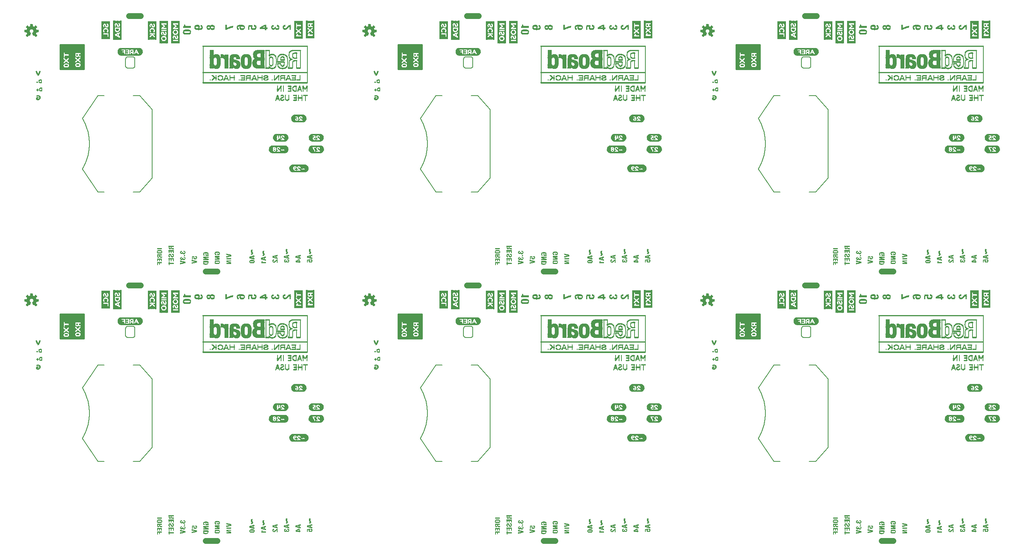
<source format=gbo>
G04 EAGLE Gerber RS-274X export*
G75*
%MOMM*%
%FSLAX34Y34*%
%LPD*%
%INSilkscreen Bottom*%
%IPPOS*%
%AMOC8*
5,1,8,0,0,1.08239X$1,22.5*%
G01*
%ADD10R,22.875238X0.014225*%
%ADD11R,22.903181X0.014475*%
%ADD12R,22.931119X0.014475*%
%ADD13R,22.961600X0.014475*%
%ADD14R,22.974300X0.014475*%
%ADD15R,22.974300X0.014219*%
%ADD16R,22.989538X0.014475*%
%ADD17R,22.989538X0.014225*%
%ADD18R,0.246375X0.014219*%
%ADD19R,0.231138X0.014219*%
%ADD20R,0.246375X0.014475*%
%ADD21R,0.231138X0.014475*%
%ADD22R,0.246375X0.014225*%
%ADD23R,0.231138X0.014225*%
%ADD24R,0.243838X0.014475*%
%ADD25R,0.431800X0.014475*%
%ADD26R,0.388619X0.014475*%
%ADD27R,0.909319X0.014225*%
%ADD28R,0.967738X0.014225*%
%ADD29R,0.261619X0.014225*%
%ADD30R,0.259075X0.014225*%
%ADD31R,0.218438X0.014225*%
%ADD32R,0.274319X0.014225*%
%ADD33R,0.548638X0.014225*%
%ADD34R,0.259081X0.014225*%
%ADD35R,0.965200X0.014225*%
%ADD36R,0.490219X0.014225*%
%ADD37R,0.317500X0.014225*%
%ADD38R,0.909319X0.014475*%
%ADD39R,0.967738X0.014475*%
%ADD40R,0.246381X0.014475*%
%ADD41R,0.261619X0.014475*%
%ADD42R,0.218438X0.014475*%
%ADD43R,0.289563X0.014475*%
%ADD44R,0.619756X0.014475*%
%ADD45R,0.259081X0.014475*%
%ADD46R,0.965200X0.014475*%
%ADD47R,0.576575X0.014475*%
%ADD48R,0.302262X0.014475*%
%ADD49R,0.690881X0.014475*%
%ADD50R,0.259075X0.014475*%
%ADD51R,0.635000X0.014475*%
%ADD52R,0.302256X0.014475*%
%ADD53R,0.751838X0.014475*%
%ADD54R,0.708656X0.014475*%
%ADD55R,0.317500X0.014475*%
%ADD56R,0.792475X0.014475*%
%ADD57R,0.749300X0.014475*%
%ADD58R,0.909319X0.014219*%
%ADD59R,0.967738X0.014219*%
%ADD60R,0.259081X0.014219*%
%ADD61R,0.218438X0.014219*%
%ADD62R,0.332738X0.014219*%
%ADD63R,0.838200X0.014219*%
%ADD64R,0.259075X0.014219*%
%ADD65R,0.246381X0.014219*%
%ADD66R,0.965200X0.014219*%
%ADD67R,0.261619X0.014219*%
%ADD68R,0.795019X0.014219*%
%ADD69R,0.317500X0.014219*%
%ADD70R,0.345438X0.014475*%
%ADD71R,0.866138X0.014475*%
%ADD72R,0.835656X0.014475*%
%ADD73R,0.894081X0.014475*%
%ADD74R,0.881381X0.014475*%
%ADD75R,0.304800X0.014475*%
%ADD76R,0.360681X0.014475*%
%ADD77R,0.924563X0.014475*%
%ADD78R,0.375919X0.014475*%
%ADD79R,0.952500X0.014475*%
%ADD80R,0.937256X0.014475*%
%ADD81R,0.403856X0.014475*%
%ADD82R,0.373375X0.014475*%
%ADD83R,0.403863X0.014475*%
%ADD84R,0.391156X0.014475*%
%ADD85R,0.243838X0.014225*%
%ADD86R,0.403863X0.014225*%
%ADD87R,0.345438X0.014225*%
%ADD88R,0.332738X0.014225*%
%ADD89R,0.246381X0.014225*%
%ADD90R,0.360675X0.014225*%
%ADD91R,0.896619X0.014475*%
%ADD92R,0.332738X0.014475*%
%ADD93R,0.228600X0.014475*%
%ADD94R,0.419100X0.014475*%
%ADD95R,0.289556X0.014475*%
%ADD96R,0.434338X0.014475*%
%ADD97R,0.287019X0.014475*%
%ADD98R,0.274319X0.014475*%
%ADD99R,0.447038X0.014475*%
%ADD100R,0.243838X0.014219*%
%ADD101R,0.462281X0.014219*%
%ADD102R,0.274319X0.014219*%
%ADD103R,0.228600X0.014219*%
%ADD104R,0.289556X0.014219*%
%ADD105R,0.271781X0.014219*%
%ADD106R,0.462281X0.014475*%
%ADD107R,0.477519X0.014475*%
%ADD108R,1.010919X0.014475*%
%ADD109R,0.490219X0.014475*%
%ADD110R,1.008381X0.014475*%
%ADD111R,1.008375X0.014475*%
%ADD112R,0.995681X0.014475*%
%ADD113R,0.995675X0.014475*%
%ADD114R,0.980438X0.014475*%
%ADD115R,0.982981X0.014475*%
%ADD116R,0.982975X0.014475*%
%ADD117R,0.228600X0.014225*%
%ADD118R,0.937262X0.014475*%
%ADD119R,0.924556X0.014475*%
%ADD120R,0.271781X0.014475*%
%ADD121R,0.922019X0.014475*%
%ADD122R,0.894075X0.014219*%
%ADD123R,0.302256X0.014219*%
%ADD124R,0.896619X0.014219*%
%ADD125R,0.302262X0.014219*%
%ADD126R,0.881375X0.014475*%
%ADD127R,0.330200X0.014475*%
%ADD128R,0.505456X0.014475*%
%ADD129R,0.373381X0.014475*%
%ADD130R,0.924556X0.014225*%
%ADD131R,0.982975X0.014225*%
%ADD132R,0.607056X0.014225*%
%ADD133R,0.922019X0.014225*%
%ADD134R,0.388619X0.014225*%
%ADD135R,0.302256X0.014225*%
%ADD136R,0.678175X0.014475*%
%ADD137R,0.939800X0.014475*%
%ADD138R,0.721356X0.014475*%
%ADD139R,1.153163X0.014475*%
%ADD140R,1.155700X0.014475*%
%ADD141R,0.764538X0.014475*%
%ADD142R,0.706119X0.014475*%
%ADD143R,0.779781X0.014475*%
%ADD144R,0.810256X0.014475*%
%ADD145R,0.924556X0.014219*%
%ADD146R,0.822956X0.014219*%
%ADD147R,1.153163X0.014219*%
%ADD148R,0.922019X0.014219*%
%ADD149R,1.155700X0.014219*%
%ADD150R,0.678181X0.014219*%
%ADD151R,0.662938X0.014475*%
%ADD152R,0.792481X0.014475*%
%ADD153R,0.647700X0.014475*%
%ADD154R,0.721363X0.014475*%
%ADD155R,0.360675X0.014475*%
%ADD156R,0.662938X0.014225*%
%ADD157R,1.153163X0.014225*%
%ADD158R,1.155700X0.014225*%
%ADD159R,0.591819X0.014475*%
%ADD160R,0.215900X0.014475*%
%ADD161R,0.474975X0.014475*%
%ADD162R,0.304800X0.014219*%
%ADD163R,0.215900X0.014225*%
%ADD164R,0.492756X0.014475*%
%ADD165R,0.462275X0.014475*%
%ADD166R,0.215900X0.014219*%
%ADD167R,0.449575X0.014219*%
%ADD168R,0.449575X0.014475*%
%ADD169R,1.038856X0.014475*%
%ADD170R,0.952500X0.014225*%
%ADD171R,0.403856X0.014225*%
%ADD172R,1.038856X0.014225*%
%ADD173R,0.391156X0.014225*%
%ADD174R,0.373381X0.014225*%
%ADD175R,1.026156X0.014475*%
%ADD176R,0.347975X0.014475*%
%ADD177R,0.850900X0.014475*%
%ADD178R,0.822956X0.014475*%
%ADD179R,0.838200X0.014475*%
%ADD180R,0.795019X0.014475*%
%ADD181R,0.347981X0.014475*%
%ADD182R,0.952500X0.014219*%
%ADD183R,0.764538X0.014219*%
%ADD184R,0.749300X0.014219*%
%ADD185R,0.576581X0.014475*%
%ADD186R,0.520700X0.014475*%
%ADD187R,22.989538X0.014219*%
%ADD188R,0.579119X0.014475*%
%ADD189R,0.866138X0.014225*%
%ADD190R,0.665481X0.014225*%
%ADD191R,0.287019X0.014225*%
%ADD192R,0.203200X0.014225*%
%ADD193R,0.187956X0.014225*%
%ADD194R,0.561338X0.014475*%
%ADD195R,0.807719X0.014475*%
%ADD196R,0.777238X0.014475*%
%ADD197R,1.125219X0.014475*%
%ADD198R,0.863600X0.014475*%
%ADD199R,0.835663X0.014475*%
%ADD200R,0.607056X0.014475*%
%ADD201R,1.023619X0.014475*%
%ADD202R,1.183638X0.014475*%
%ADD203R,0.736600X0.014475*%
%ADD204R,0.693419X0.014475*%
%ADD205R,1.023619X0.014219*%
%ADD206R,1.242056X0.014219*%
%ADD207R,1.356356X0.014219*%
%ADD208R,0.721356X0.014219*%
%ADD209R,1.054100X0.014475*%
%ADD210R,1.297937X0.014475*%
%ADD211R,1.600200X0.014475*%
%ADD212R,1.097275X0.014475*%
%ADD213R,1.069338X0.014475*%
%ADD214R,1.356356X0.014475*%
%ADD215R,1.717037X0.014475*%
%ADD216R,1.170937X0.014475*%
%ADD217R,1.414781X0.014475*%
%ADD218R,1.082037X0.014475*%
%ADD219R,1.805938X0.014475*%
%ADD220R,1.226819X0.014475*%
%ADD221R,1.442719X0.014475*%
%ADD222R,1.861819X0.014475*%
%ADD223R,1.282700X0.014475*%
%ADD224R,1.501138X0.014475*%
%ADD225R,2.092956X0.014475*%
%ADD226R,1.905000X0.014475*%
%ADD227R,1.343656X0.014475*%
%ADD228R,1.010919X0.014225*%
%ADD229R,1.097275X0.014225*%
%ADD230R,1.529075X0.014225*%
%ADD231R,2.108200X0.014225*%
%ADD232R,1.948181X0.014225*%
%ADD233R,1.384300X0.014225*%
%ADD234R,1.066800X0.014225*%
%ADD235R,0.835663X0.014225*%
%ADD236R,0.881375X0.014225*%
%ADD237R,1.023619X0.014225*%
%ADD238R,0.835656X0.014225*%
%ADD239R,1.371600X0.014475*%
%ADD240R,1.993900X0.014475*%
%ADD241R,1.430019X0.014475*%
%ADD242R,1.109981X0.014475*%
%ADD243R,1.112519X0.014475*%
%ADD244R,0.533400X0.014475*%
%ADD245R,2.021838X0.014475*%
%ADD246R,1.470656X0.014475*%
%ADD247R,1.140456X0.014475*%
%ADD248R,0.474981X0.014475*%
%ADD249R,1.254756X0.014475*%
%ADD250R,2.065019X0.014475*%
%ADD251R,1.516375X0.014475*%
%ADD252R,1.168400X0.014475*%
%ADD253R,1.211581X0.014475*%
%ADD254R,1.544319X0.014475*%
%ADD255R,1.196338X0.014475*%
%ADD256R,1.010919X0.014219*%
%ADD257R,1.109975X0.014219*%
%ADD258R,0.419100X0.014219*%
%ADD259R,0.406400X0.014219*%
%ADD260R,0.360675X0.014219*%
%ADD261R,1.183638X0.014219*%
%ADD262R,2.123438X0.014219*%
%ADD263R,1.587500X0.014219*%
%ADD264R,1.226819X0.014219*%
%ADD265R,0.850900X0.014219*%
%ADD266R,0.881375X0.014219*%
%ADD267R,1.196338X0.014219*%
%ADD268R,0.835656X0.014219*%
%ADD269R,2.136138X0.014475*%
%ADD270R,1.615438X0.014475*%
%ADD271R,1.242056X0.014475*%
%ADD272R,2.166619X0.014475*%
%ADD273R,1.645919X0.014475*%
%ADD274R,1.270000X0.014475*%
%ADD275R,2.194556X0.014475*%
%ADD276R,1.673856X0.014475*%
%ADD277R,2.105656X0.014475*%
%ADD278R,2.209800X0.014475*%
%ADD279R,1.704338X0.014475*%
%ADD280R,2.164081X0.014475*%
%ADD281R,2.237738X0.014475*%
%ADD282R,1.732275X0.014475*%
%ADD283R,2.120900X0.014475*%
%ADD284R,0.289556X0.014225*%
%ADD285R,0.360681X0.014225*%
%ADD286R,2.252981X0.014225*%
%ADD287R,1.760219X0.014225*%
%ADD288R,2.179319X0.014225*%
%ADD289R,2.136138X0.014225*%
%ADD290R,2.265681X0.014475*%
%ADD291R,1.790700X0.014475*%
%ADD292R,2.148837X0.014475*%
%ADD293R,2.280919X0.014475*%
%ADD294R,1.818638X0.014475*%
%ADD295R,2.179319X0.014475*%
%ADD296R,2.311400X0.014475*%
%ADD297R,1.831338X0.014475*%
%ADD298R,2.192019X0.014475*%
%ADD299R,2.324100X0.014475*%
%ADD300R,1.846581X0.014475*%
%ADD301R,0.287019X0.014219*%
%ADD302R,2.339338X0.014219*%
%ADD303R,1.877056X0.014219*%
%ADD304R,2.207256X0.014219*%
%ADD305R,2.179319X0.014219*%
%ADD306R,2.354581X0.014475*%
%ADD307R,2.207256X0.014475*%
%ADD308R,2.367281X0.014475*%
%ADD309R,2.222500X0.014475*%
%ADD310R,2.382519X0.014475*%
%ADD311R,1.932938X0.014475*%
%ADD312R,1.963419X0.014475*%
%ADD313R,0.157481X0.014475*%
%ADD314R,2.397756X0.014475*%
%ADD315R,2.410456X0.014225*%
%ADD316R,1.991356X0.014225*%
%ADD317R,2.222500X0.014225*%
%ADD318R,2.425700X0.014475*%
%ADD319R,2.006600X0.014475*%
%ADD320R,2.235200X0.014475*%
%ADD321R,0.187956X0.014475*%
%ADD322R,2.440937X0.014475*%
%ADD323R,2.019300X0.014475*%
%ADD324R,0.157475X0.014475*%
%ADD325R,2.034537X0.014475*%
%ADD326R,2.250438X0.014475*%
%ADD327R,0.129537X0.014475*%
%ADD328R,2.453638X0.014475*%
%ADD329R,2.049781X0.014475*%
%ADD330R,2.252975X0.014475*%
%ADD331R,0.548638X0.014475*%
%ADD332R,0.055881X0.014475*%
%ADD333R,2.468881X0.014475*%
%ADD334R,2.062481X0.014475*%
%ADD335R,0.579119X0.014219*%
%ADD336R,0.388619X0.014219*%
%ADD337R,2.468881X0.014219*%
%ADD338R,2.077719X0.014219*%
%ADD339R,2.252975X0.014219*%
%ADD340R,2.265681X0.014219*%
%ADD341R,0.604519X0.014475*%
%ADD342R,2.484119X0.014475*%
%ADD343R,2.265675X0.014475*%
%ADD344R,2.496819X0.014475*%
%ADD345R,2.278381X0.014475*%
%ADD346R,0.665481X0.014475*%
%ADD347R,0.535938X0.014475*%
%ADD348R,0.678181X0.014475*%
%ADD349R,2.512056X0.014475*%
%ADD350R,0.690881X0.014225*%
%ADD351R,0.591819X0.014225*%
%ADD352R,2.512056X0.014225*%
%ADD353R,0.995681X0.014225*%
%ADD354R,1.140456X0.014225*%
%ADD355R,2.293619X0.014225*%
%ADD356R,0.622300X0.014475*%
%ADD357R,2.527300X0.014475*%
%ADD358R,2.293619X0.014475*%
%ADD359R,2.540000X0.014475*%
%ADD360R,0.894075X0.014475*%
%ADD361R,2.308856X0.014475*%
%ADD362R,1.153156X0.014475*%
%ADD363R,2.555238X0.014219*%
%ADD364R,0.894081X0.014219*%
%ADD365R,0.982975X0.014219*%
%ADD366R,0.995675X0.014219*%
%ADD367R,1.094738X0.014219*%
%ADD368R,0.734056X0.014475*%
%ADD369R,2.555238X0.014475*%
%ADD370R,1.066800X0.014475*%
%ADD371R,2.570481X0.014475*%
%ADD372R,0.878838X0.014475*%
%ADD373R,0.853438X0.014475*%
%ADD374R,1.181100X0.014225*%
%ADD375R,0.863600X0.014225*%
%ADD376R,0.853438X0.014225*%
%ADD377R,0.896619X0.014225*%
%ADD378R,1.137919X0.014475*%
%ADD379R,1.097281X0.014475*%
%ADD380R,1.038863X0.014219*%
%ADD381R,0.866138X0.014219*%
%ADD382R,0.998219X0.014475*%
%ADD383R,0.998219X0.014225*%
%ADD384R,0.822956X0.014225*%
%ADD385R,0.850900X0.014225*%
%ADD386R,0.878838X0.014225*%
%ADD387R,0.863600X0.014219*%
%ADD388R,0.894075X0.014225*%
%ADD389R,0.937256X0.014225*%
%ADD390R,0.838200X0.014225*%
%ADD391R,0.894081X0.014225*%
%ADD392R,0.822963X0.014219*%
%ADD393R,0.937256X0.014219*%
%ADD394R,0.878838X0.014219*%
%ADD395R,0.980438X0.014219*%
%ADD396R,1.658619X0.014475*%
%ADD397R,1.198881X0.014475*%
%ADD398R,1.689100X0.014225*%
%ADD399R,1.242056X0.014225*%
%ADD400R,1.689100X0.014475*%
%ADD401R,1.315719X0.014475*%
%ADD402R,1.701800X0.014475*%
%ADD403R,2.151375X0.014475*%
%ADD404R,1.701800X0.014219*%
%ADD405R,2.136138X0.014219*%
%ADD406R,2.108200X0.014475*%
%ADD407R,2.077719X0.014475*%
%ADD408R,1.600200X0.014225*%
%ADD409R,2.065019X0.014225*%
%ADD410R,2.049775X0.014475*%
%ADD411R,0.431800X0.014219*%
%ADD412R,1.978656X0.014219*%
%ADD413R,1.935475X0.014475*%
%ADD414R,1.920238X0.014475*%
%ADD415R,1.892300X0.014475*%
%ADD416R,1.833875X0.014225*%
%ADD417R,1.803400X0.014475*%
%ADD418R,1.775456X0.014475*%
%ADD419R,1.198875X0.014475*%
%ADD420R,0.807719X0.014219*%
%ADD421R,2.527300X0.014219*%
%ADD422R,1.661156X0.014219*%
%ADD423R,1.617975X0.014475*%
%ADD424R,1.559556X0.014475*%
%ADD425R,0.650238X0.014475*%
%ADD426R,1.457956X0.014475*%
%ADD427R,1.399538X0.014475*%
%ADD428R,0.980438X0.014225*%
%ADD429R,2.468881X0.014225*%
%ADD430R,1.356356X0.014225*%
%ADD431R,1.300475X0.014475*%
%ADD432R,0.548638X0.014219*%
%ADD433R,2.410456X0.014219*%
%ADD434R,1.082037X0.014219*%
%ADD435R,2.339338X0.014475*%
%ADD436R,0.447038X0.014225*%
%ADD437R,2.311400X0.014225*%
%ADD438R,2.296156X0.014475*%
%ADD439R,0.505456X0.014219*%
%ADD440R,2.194556X0.014219*%
%ADD441R,0.779781X0.014219*%
%ADD442R,0.939800X0.014219*%
%ADD443R,2.123438X0.014475*%
%ADD444R,0.416556X0.014475*%
%ADD445R,0.795019X0.014225*%
%ADD446R,0.995675X0.014225*%
%ADD447R,0.779775X0.014475*%
%ADD448R,1.084575X0.014475*%
%ADD449R,2.237738X0.014219*%
%ADD450R,1.112519X0.014219*%
%ADD451R,0.881381X0.014219*%
%ADD452R,2.252981X0.014475*%
%ADD453R,1.630675X0.014475*%
%ADD454R,2.324100X0.014225*%
%ADD455R,1.661156X0.014225*%
%ADD456R,1.661156X0.014475*%
%ADD457R,0.360681X0.014219*%
%ADD458R,2.382519X0.014219*%
%ADD459R,0.906781X0.014219*%
%ADD460R,1.051556X0.014219*%
%ADD461R,0.906781X0.014475*%
%ADD462R,0.736600X0.014225*%
%ADD463R,0.622300X0.014225*%
%ADD464R,1.038863X0.014475*%
%ADD465R,0.619756X0.014219*%
%ADD466R,0.447038X0.014219*%
%ADD467R,2.092956X0.014219*%
%ADD468R,2.108200X0.014219*%
%ADD469R,2.062475X0.014475*%
%ADD470R,0.175256X0.014475*%
%ADD471R,2.047238X0.014475*%
%ADD472R,0.406400X0.014475*%
%ADD473R,0.157475X0.014225*%
%ADD474R,2.006600X0.014225*%
%ADD475R,2.034537X0.014225*%
%ADD476R,2.235200X0.014225*%
%ADD477R,1.976119X0.014475*%
%ADD478R,1.948181X0.014475*%
%ADD479R,1.991356X0.014475*%
%ADD480R,1.960875X0.014475*%
%ADD481R,1.889756X0.014219*%
%ADD482R,1.948175X0.014219*%
%ADD483R,2.192019X0.014219*%
%ADD484R,1.877056X0.014475*%
%ADD485R,1.846575X0.014475*%
%ADD486R,1.889763X0.014475*%
%ADD487R,0.330200X0.014225*%
%ADD488R,0.304800X0.014225*%
%ADD489R,1.775456X0.014225*%
%ADD490R,1.846581X0.014225*%
%ADD491R,1.760219X0.014475*%
%ADD492R,1.732281X0.014475*%
%ADD493R,1.747519X0.014475*%
%ADD494R,1.645919X0.014219*%
%ADD495R,1.717037X0.014219*%
%ADD496R,0.751838X0.014219*%
%ADD497R,1.673863X0.014475*%
%ADD498R,1.557019X0.014475*%
%ADD499R,1.643381X0.014475*%
%ADD500R,1.529081X0.014475*%
%ADD501R,1.617981X0.014475*%
%ADD502R,0.518156X0.014475*%
%ADD503R,1.572256X0.014475*%
%ADD504R,1.455419X0.014475*%
%ADD505R,1.531619X0.014475*%
%ADD506R,0.678181X0.014225*%
%ADD507R,0.576581X0.014225*%
%ADD508R,0.706119X0.014225*%
%ADD509R,1.414775X0.014225*%
%ADD510R,1.501138X0.014225*%
%ADD511R,1.513838X0.014475*%
%ADD512R,1.369063X0.014475*%
%ADD513R,1.341119X0.014475*%
%ADD514R,1.313181X0.014475*%
%ADD515R,1.384300X0.014475*%
%ADD516R,1.427475X0.014475*%
%ADD517R,1.328419X0.014475*%
%ADD518R,1.257300X0.014475*%
%ADD519R,0.822963X0.014475*%
%ADD520R,1.328419X0.014219*%
%ADD521R,1.026156X0.014219*%
%ADD522R,1.140463X0.014219*%
%ADD523R,1.211581X0.014219*%
%ADD524R,0.563881X0.014219*%
%ADD525R,0.767081X0.014475*%
%ADD526R,1.211575X0.014475*%
%ADD527R,0.690875X0.014475*%
%ADD528R,0.459738X0.014475*%
%ADD529R,0.939800X0.014225*%
%ADD530R,0.474981X0.014225*%
%ADD531R,0.477519X0.014225*%
%ADD532R,0.289563X0.014219*%
%ADD533R,1.082037X0.014225*%
%ADD534R,2.484119X0.014219*%
%ADD535R,0.749300X0.014225*%
%ADD536R,2.453638X0.014225*%
%ADD537R,2.425700X0.014219*%
%ADD538R,2.410456X0.014475*%
%ADD539R,2.367281X0.014225*%
%ADD540R,2.324100X0.014219*%
%ADD541R,2.237738X0.014225*%
%ADD542R,0.563881X0.014475*%
%ADD543R,0.736600X0.014219*%
%ADD544R,2.037081X0.014475*%
%ADD545R,2.209800X0.014225*%
%ADD546R,1.978656X0.014225*%
%ADD547R,1.935481X0.014475*%
%ADD548R,2.151381X0.014475*%
%ADD549R,1.833881X0.014475*%
%ADD550R,2.034537X0.014219*%
%ADD551R,1.689100X0.014219*%
%ADD552R,0.853438X0.014219*%
%ADD553R,22.946356X0.014219*%
%ADD554R,22.887937X0.014475*%
%ADD555R,22.844756X0.014475*%
%ADD556R,0.223519X0.032000*%
%ADD557R,0.223519X0.032006*%
%ADD558R,0.223519X0.031750*%
%ADD559R,0.256538X0.032000*%
%ADD560R,0.256538X0.032006*%
%ADD561R,0.289556X0.031750*%
%ADD562R,0.289556X0.032000*%
%ADD563R,0.320038X0.032000*%
%ADD564R,1.567175X0.032006*%
%ADD565R,1.597656X0.032000*%
%ADD566R,1.661156X0.031750*%
%ADD567R,1.727200X0.032000*%
%ADD568R,1.727200X0.032006*%
%ADD569R,1.727200X0.031750*%
%ADD570R,0.767081X0.031750*%
%ADD571R,1.084575X0.032000*%
%ADD572R,1.247138X0.032006*%
%ADD573R,1.343656X0.032000*%
%ADD574R,1.470656X0.032000*%
%ADD575R,1.531619X0.031750*%
%ADD576R,1.628138X0.032006*%
%ADD577R,1.661156X0.032000*%
%ADD578R,0.670556X0.031750*%
%ADD579R,0.640075X0.031750*%
%ADD580R,0.350519X0.032006*%
%ADD581R,0.287019X0.032000*%
%ADD582R,0.254000X0.032000*%
%ADD583R,0.256538X0.031750*%
%ADD584R,0.287019X0.032006*%
%ADD585R,0.320038X0.032006*%
%ADD586R,0.447038X0.032000*%
%ADD587R,1.694175X0.032000*%
%ADD588R,1.564638X0.032000*%
%ADD589R,1.534156X0.032000*%
%ADD590R,1.468119X0.031750*%
%ADD591R,1.407156X0.032000*%
%ADD592R,1.280156X0.032006*%
%ADD593R,1.117600X0.032000*%
%ADD594R,0.894075X0.032000*%
%ADD595R,0.513081X0.031750*%
%ADD596R,0.670556X0.032000*%
%ADD597R,0.129537X0.032000*%
%ADD598R,0.767081X0.032006*%
%ADD599R,0.863600X0.032000*%
%ADD600R,0.927100X0.032000*%
%ADD601R,0.990600X0.031750*%
%ADD602R,0.320038X0.031750*%
%ADD603R,1.021081X0.032000*%
%ADD604R,0.353056X0.032000*%
%ADD605R,1.054100X0.032006*%
%ADD606R,0.353056X0.032006*%
%ADD607R,1.054100X0.032000*%
%ADD608R,0.383538X0.032000*%
%ADD609R,0.383538X0.031750*%
%ADD610R,0.416556X0.031750*%
%ADD611R,0.193038X0.031750*%
%ADD612R,0.254000X0.032006*%
%ADD613R,1.691638X0.032000*%
%ADD614R,1.630675X0.031750*%
%ADD615R,1.630675X0.032006*%
%ADD616R,1.503675X0.032000*%
%ADD617R,1.470656X0.031750*%
%ADD618R,1.371600X0.032000*%
%ADD619R,1.310638X0.032006*%
%ADD620R,1.183638X0.032000*%
%ADD621R,0.957581X0.032000*%
%ADD622R,0.093981X0.032000*%
%ADD623R,0.287019X0.031750*%
%ADD624R,0.896619X0.031750*%
%ADD625R,0.353056X0.031750*%
%ADD626R,0.160019X0.031750*%
%ADD627R,1.150619X0.032000*%
%ADD628R,0.416556X0.032000*%
%ADD629R,0.193038X0.032000*%
%ADD630R,1.277619X0.032006*%
%ADD631R,0.861063X0.032006*%
%ADD632R,0.480056X0.032006*%
%ADD633R,0.383538X0.032006*%
%ADD634R,1.374138X0.032000*%
%ADD635R,0.924563X0.032000*%
%ADD636R,0.543556X0.032000*%
%ADD637R,0.350519X0.032000*%
%ADD638R,0.414019X0.032000*%
%ADD639R,0.607056X0.032000*%
%ADD640R,0.477519X0.032000*%
%ADD641R,0.924563X0.031750*%
%ADD642R,0.447038X0.031750*%
%ADD643R,0.416563X0.031750*%
%ADD644R,0.541019X0.031750*%
%ADD645R,0.096519X0.032000*%
%ADD646R,0.703581X0.032000*%
%ADD647R,0.480056X0.032000*%
%ADD648R,0.574037X0.032000*%
%ADD649R,1.597656X0.032006*%
%ADD650R,0.924563X0.032006*%
%ADD651R,0.477519X0.032006*%
%ADD652R,0.447038X0.032006*%
%ADD653R,0.607056X0.032006*%
%ADD654R,0.480063X0.032000*%
%ADD655R,0.510537X0.032000*%
%ADD656R,0.637537X0.032000*%
%ADD657R,0.607063X0.032000*%
%ADD658R,0.513075X0.032000*%
%ADD659R,0.607063X0.031750*%
%ADD660R,0.414019X0.031750*%
%ADD661R,0.960119X0.031750*%
%ADD662R,0.350519X0.031750*%
%ADD663R,0.513075X0.031750*%
%ADD664R,0.353063X0.031750*%
%ADD665R,0.701037X0.031750*%
%ADD666R,0.703581X0.032006*%
%ADD667R,0.510537X0.032006*%
%ADD668R,0.734056X0.032006*%
%ADD669R,0.767081X0.032000*%
%ADD670R,0.190500X0.032000*%
%ADD671R,0.764538X0.032000*%
%ADD672R,0.226056X0.032000*%
%ADD673R,0.927100X0.031750*%
%ADD674R,0.190500X0.031750*%
%ADD675R,0.254000X0.031750*%
%ADD676R,0.510537X0.031750*%
%ADD677R,0.226056X0.031750*%
%ADD678R,0.990600X0.032000*%
%ADD679R,0.226056X0.032006*%
%ADD680R,0.416563X0.032006*%
%ADD681R,0.416563X0.032000*%
%ADD682R,0.797556X0.031750*%
%ADD683R,1.724656X0.031750*%
%ADD684R,0.317500X0.031750*%
%ADD685R,1.724656X0.032000*%
%ADD686R,0.670556X0.032006*%
%ADD687R,1.724656X0.032006*%
%ADD688R,0.543556X0.032006*%
%ADD689R,0.960119X0.032000*%
%ADD690R,1.181100X0.032000*%
%ADD691R,1.087119X0.032000*%
%ADD692R,1.694181X0.032000*%
%ADD693R,0.800100X0.031750*%
%ADD694R,1.087119X0.031750*%
%ADD695R,0.861056X0.031750*%
%ADD696R,0.957581X0.031750*%
%ADD697R,0.381000X0.032006*%
%ADD698R,1.087119X0.032006*%
%ADD699R,0.734063X0.032006*%
%ADD700R,0.830575X0.032006*%
%ADD701R,0.896619X0.032006*%
%ADD702R,0.640081X0.032000*%
%ADD703R,0.381000X0.032000*%
%ADD704R,1.021075X0.032000*%
%ADD705R,0.701037X0.032000*%
%ADD706R,0.800100X0.032000*%
%ADD707R,0.576581X0.032000*%
%ADD708R,0.988056X0.032000*%
%ADD709R,0.797556X0.032000*%
%ADD710R,0.734056X0.031750*%
%ADD711R,0.861056X0.032000*%
%ADD712R,0.830581X0.032000*%
%ADD713R,0.416556X0.032006*%
%ADD714R,0.800100X0.032006*%
%ADD715R,0.767075X0.032006*%
%ADD716R,0.414019X0.032006*%
%ADD717R,0.574037X0.032006*%
%ADD718R,0.157481X0.032000*%
%ADD719R,0.703575X0.032000*%
%ADD720R,0.541019X0.032000*%
%ADD721R,0.160019X0.032000*%
%ADD722R,0.127000X0.031750*%
%ADD723R,0.637537X0.032006*%
%ADD724R,0.861063X0.032000*%
%ADD725R,0.289563X0.032006*%
%ADD726R,0.289556X0.032006*%
%ADD727R,1.694181X0.031750*%
%ADD728R,0.607056X0.031750*%
%ADD729R,0.734063X0.032000*%
%ADD730R,0.129537X0.031750*%
%ADD731R,0.030481X0.032006*%
%ADD732R,1.120138X0.032000*%
%ADD733R,0.734056X0.032000*%
%ADD734R,1.120138X0.032006*%
%ADD735R,0.576581X0.032006*%
%ADD736R,0.990600X0.032006*%
%ADD737R,0.317500X0.032000*%
%ADD738R,1.023619X0.032000*%
%ADD739R,1.120138X0.031750*%
%ADD740R,1.054100X0.031750*%
%ADD741R,0.160019X0.032006*%
%ADD742R,0.127000X0.032006*%
%ADD743R,0.129537X0.032006*%
%ADD744R,0.317500X0.032006*%
%ADD745R,0.736600X0.032006*%
%ADD746R,0.127000X0.032000*%
%ADD747R,0.157481X0.031750*%
%ADD748R,0.289563X0.031750*%
%ADD749R,0.353063X0.032000*%
%ADD750R,0.190500X0.032006*%
%ADD751R,0.157481X0.032006*%
%ADD752R,0.513081X0.032006*%
%ADD753R,0.673100X0.032000*%
%ADD754R,0.830581X0.031750*%
%ADD755R,0.543563X0.032000*%
%ADD756R,0.924556X0.032000*%
%ADD757R,0.640075X0.032006*%
%ADD758R,0.894081X0.032006*%
%ADD759R,0.576575X0.032000*%
%ADD760R,0.576575X0.031750*%
%ADD761R,0.480056X0.031750*%
%ADD762R,0.513081X0.032000*%
%ADD763R,0.449581X0.032006*%
%ADD764R,0.607063X0.032006*%
%ADD765R,0.576575X0.032006*%
%ADD766R,0.063500X0.032000*%
%ADD767R,0.033019X0.032000*%
%ADD768R,0.543563X0.031750*%
%ADD769R,0.670563X0.032000*%
%ADD770R,0.797563X0.032006*%
%ADD771R,0.830575X0.031750*%
%ADD772R,0.449575X0.031750*%
%ADD773R,0.193038X0.032006*%
%ADD774R,0.797563X0.032000*%
%ADD775R,0.670563X0.032006*%
%ADD776R,0.096519X0.031750*%
%ADD777R,0.576581X0.031750*%
%ADD778R,0.927100X0.032006*%
%ADD779R,0.957575X0.032000*%
%ADD780R,0.477519X0.031750*%
%ADD781R,0.543556X0.031750*%
%ADD782R,1.023619X0.032006*%
%ADD783R,1.021081X0.032006*%
%ADD784R,0.767075X0.031750*%
%ADD785R,0.957575X0.031750*%
%ADD786R,0.894081X0.032000*%
%ADD787R,0.957581X0.032006*%
%ADD788R,0.640075X0.032000*%
%ADD789R,0.030475X0.032000*%
%ADD790R,0.030481X0.032000*%
%ADD791R,0.764538X0.032006*%
%ADD792R,0.830575X0.032000*%
%ADD793R,0.797563X0.031750*%
%ADD794R,0.830581X0.032006*%
%ADD795R,0.767075X0.032000*%
%ADD796R,0.894075X0.032006*%
%ADD797R,0.703575X0.031750*%
%ADD798R,0.541019X0.032006*%
%ADD799C,1.270000*%
%ADD800R,0.060000X0.020000*%
%ADD801R,0.020000X0.020000*%
%ADD802R,0.340000X0.020000*%
%ADD803R,0.620000X0.020000*%
%ADD804R,0.040000X0.020000*%
%ADD805R,0.120000X0.020000*%
%ADD806R,0.160000X0.020000*%
%ADD807R,0.480000X0.020000*%
%ADD808R,0.680000X0.020000*%
%ADD809R,0.140000X0.020000*%
%ADD810R,0.180000X0.020000*%
%ADD811R,0.200000X0.020000*%
%ADD812R,0.580000X0.020000*%
%ADD813R,0.740000X0.020000*%
%ADD814R,0.220000X0.020000*%
%ADD815R,0.240000X0.020000*%
%ADD816R,0.640000X0.020000*%
%ADD817R,0.780000X0.020000*%
%ADD818R,0.260000X0.020000*%
%ADD819R,0.660000X0.020000*%
%ADD820R,0.800000X0.020000*%
%ADD821R,0.280000X0.020000*%
%ADD822R,0.720000X0.020000*%
%ADD823R,0.300000X0.020000*%
%ADD824R,0.760000X0.020000*%
%ADD825R,0.320000X0.020000*%
%ADD826R,0.360000X0.020000*%
%ADD827R,0.820000X0.020000*%
%ADD828R,0.440000X0.020000*%
%ADD829R,0.380000X0.020000*%
%ADD830R,0.400000X0.020000*%
%ADD831R,0.420000X0.020000*%
%ADD832R,0.460000X0.020000*%
%ADD833R,0.500000X0.020000*%
%ADD834R,0.520000X0.020000*%
%ADD835R,0.540000X0.020000*%
%ADD836R,0.560000X0.020000*%
%ADD837R,0.700000X0.020000*%
%ADD838R,0.860000X0.020000*%
%ADD839R,0.100000X0.020000*%
%ADD840R,0.880000X0.020000*%
%ADD841R,0.960000X0.020000*%
%ADD842R,0.080000X0.020000*%
%ADD843R,1.000000X0.020000*%
%ADD844R,1.020000X0.020000*%
%ADD845R,1.040000X0.020000*%
%ADD846R,1.060000X0.020000*%
%ADD847R,0.600000X0.020000*%
%ADD848R,0.280000X0.040000*%
%ADD849R,0.480000X0.040000*%
%ADD850R,0.640000X0.040000*%
%ADD851R,0.720000X0.040000*%
%ADD852R,0.760000X0.040000*%
%ADD853R,0.800000X0.040000*%
%ADD854R,0.840000X0.040000*%
%ADD855R,0.360000X0.040000*%
%ADD856R,0.200000X0.040000*%
%ADD857R,0.320000X0.040000*%
%ADD858R,0.040000X0.040000*%
%ADD859R,0.400000X0.040000*%
%ADD860R,0.240000X0.040000*%
%ADD861R,0.440000X0.040000*%
%ADD862R,0.680000X0.040000*%
%ADD863R,0.600000X0.040000*%
%ADD864R,0.080000X0.040000*%
%ADD865R,0.560000X0.040000*%
%ADD866R,0.520000X0.040000*%
%ADD867R,0.160000X0.040000*%
%ADD868R,0.270000X0.030000*%
%ADD869R,0.450000X0.040000*%
%ADD870R,0.510000X0.030000*%
%ADD871R,0.540000X0.030000*%
%ADD872R,0.570000X0.030000*%
%ADD873R,0.630000X0.030000*%
%ADD874R,0.180000X0.030000*%
%ADD875R,0.240000X0.030000*%
%ADD876R,0.060000X0.030000*%
%ADD877R,0.180000X0.040000*%
%ADD878R,0.210000X0.040000*%
%ADD879R,0.150000X0.040000*%
%ADD880R,0.210000X0.030000*%
%ADD881R,0.450000X0.030000*%
%ADD882R,0.510000X0.040000*%
%ADD883R,0.480000X0.030000*%
%ADD884R,0.600000X0.030000*%
%ADD885R,0.150000X0.030000*%
%ADD886R,0.120000X0.040000*%
%ADD887R,0.420000X0.030000*%
%ADD888R,0.420000X0.040000*%
%ADD889R,0.630000X0.040000*%
%ADD890R,0.660000X0.030000*%
%ADD891R,0.300000X0.030000*%
%ADD892R,0.360000X0.030000*%
%ADD893R,0.390000X0.040000*%
%ADD894R,0.390000X0.030000*%
%ADD895C,0.203200*%
%ADD896R,0.400000X0.100000*%
%ADD897R,0.100000X0.100000*%
%ADD898R,0.600000X0.100000*%
%ADD899R,0.500000X0.100000*%
%ADD900R,0.200000X0.100000*%
%ADD901R,0.700000X0.100000*%
%ADD902R,0.800000X0.100000*%
%ADD903R,0.900000X0.100000*%
%ADD904R,1.000000X0.100000*%
%ADD905R,1.100000X0.100000*%
%ADD906R,1.200000X0.100000*%
%ADD907R,1.400000X0.100000*%
%ADD908R,1.300000X0.100000*%
%ADD909R,1.500000X0.100000*%
%ADD910R,1.600000X0.100000*%
%ADD911R,2.700000X0.100000*%
%ADD912R,1.800000X0.100000*%
%ADD913R,2.800000X0.100000*%
%ADD914R,1.900000X0.100000*%
%ADD915R,2.100000X0.100000*%
%ADD916R,2.300000X0.100000*%
%ADD917R,1.700000X0.100000*%
%ADD918R,2.500000X0.100000*%
%ADD919R,0.300000X0.100000*%
%ADD920R,0.040000X4.100000*%
%ADD921R,0.050000X4.100000*%
%ADD922R,0.050000X1.580000*%
%ADD923R,0.050000X0.720000*%
%ADD924R,0.050000X0.550000*%
%ADD925R,0.050000X0.810000*%
%ADD926R,0.040000X0.550000*%
%ADD927R,0.040000X0.360000*%
%ADD928R,0.040000X0.630000*%
%ADD929R,0.040000X0.720000*%
%ADD930R,0.050000X0.500000*%
%ADD931R,0.050000X0.230000*%
%ADD932R,0.050000X0.540000*%
%ADD933R,0.050000X0.270000*%
%ADD934R,0.050000X0.680000*%
%ADD935R,0.040000X0.500000*%
%ADD936R,0.040000X0.180000*%
%ADD937R,0.040000X0.450000*%
%ADD938R,0.050000X0.140000*%
%ADD939R,0.050000X0.350000*%
%ADD940R,0.050000X0.590000*%
%ADD941R,0.040000X0.270000*%
%ADD942R,0.040000X0.230000*%
%ADD943R,0.040000X0.540000*%
%ADD944R,0.050000X0.180000*%
%ADD945R,0.040000X0.140000*%
%ADD946R,0.040000X0.220000*%
%ADD947R,0.050000X0.310000*%
%ADD948R,0.050000X0.090000*%
%ADD949R,0.040000X0.310000*%
%ADD950R,0.040000X0.320000*%
%ADD951R,0.050000X0.320000*%
%ADD952R,0.050000X0.360000*%
%ADD953R,0.050000X0.450000*%
%ADD954R,0.050000X0.400000*%
%ADD955R,0.040000X0.400000*%
%ADD956R,0.040000X0.280000*%
%ADD957R,0.040000X0.090000*%
%ADD958R,0.050000X0.190000*%
%ADD959R,0.050000X0.170000*%
%ADD960R,0.040000X0.130000*%
%ADD961R,0.050000X0.130000*%
%ADD962R,0.040000X0.050000*%
%ADD963R,0.040000X0.590000*%
%ADD964R,0.050000X0.050000*%
%ADD965R,0.050000X0.630000*%
%ADD966R,0.040000X0.580000*%
%ADD967R,0.040000X0.680000*%
%ADD968R,0.040000X4.270000*%
%ADD969R,0.050000X4.270000*%
%ADD970R,0.050000X1.750000*%
%ADD971R,0.050000X0.850000*%
%ADD972R,0.040000X0.490000*%
%ADD973R,0.040000X0.620000*%
%ADD974R,0.040000X0.370000*%
%ADD975R,0.050000X0.490000*%
%ADD976R,0.050000X0.670000*%
%ADD977R,0.040000X0.170000*%
%ADD978R,0.050000X0.580000*%
%ADD979R,0.050000X0.900000*%
%ADD980R,0.040000X0.900000*%
%ADD981R,0.050000X0.080000*%
%ADD982R,0.050000X0.770000*%
%ADD983R,0.040000X0.810000*%
%ADD984R,0.050000X0.410000*%
%ADD985R,0.040000X0.850000*%
%ADD986R,0.040000X0.080000*%
%ADD987R,0.050000X0.220000*%
%ADD988R,0.040000X0.670000*%
%ADD989R,0.050000X0.940000*%
%ADD990R,0.050000X0.620000*%
%ADD991R,0.050000X0.760000*%
%ADD992R,4.280000X0.040000*%
%ADD993R,4.520000X0.040000*%
%ADD994R,4.680000X0.040000*%
%ADD995R,4.840000X0.040000*%
%ADD996R,4.920000X0.040000*%
%ADD997R,5.000000X0.040000*%
%ADD998R,5.080000X0.040000*%
%ADD999R,5.160000X0.040000*%
%ADD1000R,1.160000X0.040000*%
%ADD1001R,1.120000X0.040000*%
%ADD1002R,1.360000X0.040000*%
%ADD1003R,1.400000X0.040000*%
%ADD1004R,1.080000X0.040000*%
%ADD1005R,1.040000X0.040000*%
%ADD1006R,1.000000X0.040000*%
%ADD1007R,0.960000X0.040000*%
%ADD1008R,0.880000X0.040000*%
%ADD1009R,1.320000X0.040000*%
%ADD1010R,1.280000X0.040000*%
%ADD1011R,3.080000X0.040000*%
%ADD1012R,3.320000X0.040000*%
%ADD1013R,3.480000X0.040000*%
%ADD1014R,3.640000X0.040000*%
%ADD1015R,3.720000X0.040000*%
%ADD1016R,3.800000X0.040000*%
%ADD1017R,3.880000X0.040000*%
%ADD1018R,1.920000X0.040000*%
%ADD1019R,1.880000X0.040000*%
%ADD1020R,0.920000X0.040000*%
%ADD1021R,1.800000X0.040000*%
%ADD1022R,1.760000X0.040000*%
%ADD1023R,1.840000X0.040000*%
%ADD1024R,1.720000X0.040000*%
%ADD1025R,1.680000X0.040000*%
%ADD1026R,3.000000X0.040000*%
%ADD1027R,3.240000X0.040000*%
%ADD1028R,3.400000X0.040000*%
%ADD1029R,3.560000X0.040000*%
%ADD1030R,1.640000X0.040000*%
%ADD1031R,2.120000X0.040000*%
%ADD1032R,2.360000X0.040000*%
%ADD1033R,2.520000X0.040000*%
%ADD1034R,2.680000X0.040000*%
%ADD1035R,2.760000X0.040000*%
%ADD1036R,2.840000X0.040000*%
%ADD1037R,2.920000X0.040000*%
%ADD1038R,1.200000X0.040000*%
%ADD1039R,2.040000X0.040000*%
%ADD1040R,2.280000X0.040000*%
%ADD1041R,2.440000X0.040000*%
%ADD1042R,2.600000X0.040000*%
%ADD1043R,1.240000X0.040000*%
%ADD1044R,0.040000X3.920000*%
%ADD1045R,0.050000X3.920000*%
%ADD1046R,0.050000X0.950000*%
%ADD1047R,0.050000X1.760000*%
%ADD1048R,0.040000X1.080000*%
%ADD1049R,0.050000X1.080000*%
%ADD1050R,0.040000X1.040000*%
%ADD1051R,0.050000X1.040000*%
%ADD1052R,0.040000X0.760000*%
%ADD1053R,0.040000X1.030000*%
%ADD1054R,0.040000X0.410000*%
%ADD1055R,0.050000X0.710000*%
%ADD1056R,0.040000X4.180000*%
%ADD1057R,0.050000X4.180000*%
%ADD1058R,0.050000X3.150000*%
%ADD1059R,0.040000X0.990000*%
%ADD1060R,0.040000X0.940000*%
%ADD1061R,0.050000X0.370000*%
%ADD1062R,0.040000X0.800000*%
%ADD1063R,0.050000X0.460000*%
%ADD1064R,0.050000X0.800000*%
%ADD1065R,0.040000X0.350000*%
%ADD1066R,0.040000X0.460000*%
%ADD1067R,0.040000X4.000000*%
%ADD1068R,0.050000X4.000000*%
%ADD1069R,0.050000X1.120000*%
%ADD1070R,0.040000X0.890000*%
%ADD1071R,0.050000X0.890000*%
%ADD1072R,0.050000X0.040000*%
%ADD1073R,0.040000X4.910000*%
%ADD1074R,0.050000X4.910000*%
%ADD1075R,0.050000X2.610000*%
%ADD1076R,0.050000X0.990000*%
%ADD1077R,0.050000X0.440000*%
%ADD1078R,0.040000X0.770000*%
%ADD1079R,0.050000X0.860000*%
%ADD1080R,0.050000X2.390000*%
%ADD1081R,0.050000X1.220000*%
%ADD1082R,0.040000X0.640000*%
%ADD1083R,0.050000X0.260000*%
%ADD1084R,0.040000X0.260000*%
%ADD1085R,0.050000X0.100000*%
%ADD1086R,0.040000X0.100000*%
%ADD1087R,0.050000X0.530000*%
%ADD1088R,0.050000X0.730000*%
%ADD1089R,0.040000X0.860000*%
%ADD1090R,0.040000X0.730000*%
%ADD1091R,0.040000X3.830000*%
%ADD1092R,0.050000X3.830000*%
%ADD1093R,0.050000X1.620000*%
%ADD1094R,0.050000X1.270000*%

G36*
X139766Y1042043D02*
X139766Y1042043D01*
X139833Y1042040D01*
X139960Y1042062D01*
X140088Y1042076D01*
X140151Y1042096D01*
X140217Y1042107D01*
X140336Y1042155D01*
X140459Y1042194D01*
X140517Y1042226D01*
X140579Y1042251D01*
X140686Y1042322D01*
X140799Y1042385D01*
X140849Y1042429D01*
X140905Y1042465D01*
X140996Y1042556D01*
X141093Y1042641D01*
X141133Y1042694D01*
X141180Y1042741D01*
X141250Y1042849D01*
X141328Y1042952D01*
X141356Y1043012D01*
X141393Y1043068D01*
X141440Y1043188D01*
X141495Y1043304D01*
X141511Y1043369D01*
X141535Y1043431D01*
X141547Y1043517D01*
X141587Y1043683D01*
X141592Y1043853D01*
X141604Y1043940D01*
X141604Y1097280D01*
X141598Y1097341D01*
X141600Y1097392D01*
X141599Y1097395D01*
X141600Y1097413D01*
X141578Y1097540D01*
X141564Y1097668D01*
X141544Y1097731D01*
X141533Y1097797D01*
X141485Y1097916D01*
X141446Y1098039D01*
X141414Y1098097D01*
X141389Y1098159D01*
X141318Y1098266D01*
X141255Y1098379D01*
X141211Y1098429D01*
X141175Y1098485D01*
X141084Y1098576D01*
X140999Y1098673D01*
X140946Y1098713D01*
X140899Y1098760D01*
X140791Y1098830D01*
X140688Y1098908D01*
X140628Y1098936D01*
X140572Y1098973D01*
X140452Y1099020D01*
X140336Y1099075D01*
X140271Y1099091D01*
X140209Y1099115D01*
X140123Y1099127D01*
X139957Y1099167D01*
X139787Y1099172D01*
X139700Y1099184D01*
X88900Y1099184D01*
X88834Y1099177D01*
X88767Y1099180D01*
X88640Y1099158D01*
X88512Y1099144D01*
X88449Y1099124D01*
X88383Y1099113D01*
X88264Y1099065D01*
X88141Y1099026D01*
X88083Y1098994D01*
X88021Y1098969D01*
X87914Y1098898D01*
X87801Y1098835D01*
X87751Y1098791D01*
X87696Y1098755D01*
X87604Y1098664D01*
X87507Y1098579D01*
X87467Y1098526D01*
X87420Y1098479D01*
X87350Y1098371D01*
X87272Y1098268D01*
X87244Y1098208D01*
X87207Y1098152D01*
X87160Y1098032D01*
X87105Y1097916D01*
X87089Y1097851D01*
X87065Y1097789D01*
X87053Y1097703D01*
X87013Y1097537D01*
X87008Y1097367D01*
X86996Y1097280D01*
X86996Y1043940D01*
X87003Y1043874D01*
X87000Y1043807D01*
X87022Y1043680D01*
X87036Y1043552D01*
X87056Y1043489D01*
X87067Y1043423D01*
X87115Y1043304D01*
X87154Y1043181D01*
X87186Y1043123D01*
X87211Y1043061D01*
X87282Y1042954D01*
X87345Y1042841D01*
X87389Y1042791D01*
X87425Y1042736D01*
X87516Y1042644D01*
X87601Y1042547D01*
X87654Y1042507D01*
X87701Y1042460D01*
X87809Y1042390D01*
X87912Y1042312D01*
X87972Y1042284D01*
X88028Y1042247D01*
X88148Y1042200D01*
X88264Y1042145D01*
X88329Y1042129D01*
X88391Y1042105D01*
X88477Y1042093D01*
X88643Y1042053D01*
X88813Y1042048D01*
X88900Y1042036D01*
X139700Y1042036D01*
X139766Y1042043D01*
G37*
G36*
X878906Y1042043D02*
X878906Y1042043D01*
X878973Y1042040D01*
X879100Y1042062D01*
X879228Y1042076D01*
X879291Y1042096D01*
X879357Y1042107D01*
X879476Y1042155D01*
X879599Y1042194D01*
X879657Y1042226D01*
X879719Y1042251D01*
X879826Y1042322D01*
X879939Y1042385D01*
X879989Y1042429D01*
X880045Y1042465D01*
X880136Y1042556D01*
X880233Y1042641D01*
X880273Y1042694D01*
X880320Y1042741D01*
X880390Y1042849D01*
X880468Y1042952D01*
X880496Y1043012D01*
X880533Y1043068D01*
X880580Y1043188D01*
X880635Y1043304D01*
X880651Y1043369D01*
X880675Y1043431D01*
X880687Y1043517D01*
X880727Y1043683D01*
X880732Y1043853D01*
X880744Y1043940D01*
X880744Y1097280D01*
X880738Y1097341D01*
X880740Y1097392D01*
X880739Y1097395D01*
X880740Y1097413D01*
X880718Y1097540D01*
X880704Y1097668D01*
X880684Y1097731D01*
X880673Y1097797D01*
X880625Y1097916D01*
X880586Y1098039D01*
X880554Y1098097D01*
X880529Y1098159D01*
X880458Y1098266D01*
X880395Y1098379D01*
X880351Y1098429D01*
X880315Y1098485D01*
X880224Y1098576D01*
X880139Y1098673D01*
X880086Y1098713D01*
X880039Y1098760D01*
X879931Y1098830D01*
X879828Y1098908D01*
X879768Y1098936D01*
X879712Y1098973D01*
X879592Y1099020D01*
X879476Y1099075D01*
X879411Y1099091D01*
X879349Y1099115D01*
X879263Y1099127D01*
X879097Y1099167D01*
X878927Y1099172D01*
X878840Y1099184D01*
X828040Y1099184D01*
X827974Y1099177D01*
X827907Y1099180D01*
X827780Y1099158D01*
X827652Y1099144D01*
X827589Y1099124D01*
X827523Y1099113D01*
X827404Y1099065D01*
X827281Y1099026D01*
X827223Y1098994D01*
X827161Y1098969D01*
X827054Y1098898D01*
X826941Y1098835D01*
X826891Y1098791D01*
X826836Y1098755D01*
X826744Y1098664D01*
X826647Y1098579D01*
X826607Y1098526D01*
X826560Y1098479D01*
X826490Y1098371D01*
X826412Y1098268D01*
X826384Y1098208D01*
X826347Y1098152D01*
X826300Y1098032D01*
X826245Y1097916D01*
X826229Y1097851D01*
X826205Y1097789D01*
X826193Y1097703D01*
X826153Y1097537D01*
X826148Y1097367D01*
X826136Y1097280D01*
X826136Y1043940D01*
X826143Y1043874D01*
X826140Y1043807D01*
X826162Y1043680D01*
X826176Y1043552D01*
X826196Y1043489D01*
X826207Y1043423D01*
X826255Y1043304D01*
X826294Y1043181D01*
X826326Y1043123D01*
X826351Y1043061D01*
X826422Y1042954D01*
X826485Y1042841D01*
X826529Y1042791D01*
X826565Y1042736D01*
X826656Y1042644D01*
X826741Y1042547D01*
X826794Y1042507D01*
X826841Y1042460D01*
X826949Y1042390D01*
X827052Y1042312D01*
X827112Y1042284D01*
X827168Y1042247D01*
X827288Y1042200D01*
X827404Y1042145D01*
X827469Y1042129D01*
X827531Y1042105D01*
X827617Y1042093D01*
X827783Y1042053D01*
X827953Y1042048D01*
X828040Y1042036D01*
X878840Y1042036D01*
X878906Y1042043D01*
G37*
G36*
X1618046Y1042043D02*
X1618046Y1042043D01*
X1618113Y1042040D01*
X1618240Y1042062D01*
X1618368Y1042076D01*
X1618431Y1042096D01*
X1618497Y1042107D01*
X1618616Y1042155D01*
X1618739Y1042194D01*
X1618797Y1042226D01*
X1618859Y1042251D01*
X1618966Y1042322D01*
X1619079Y1042385D01*
X1619129Y1042429D01*
X1619185Y1042465D01*
X1619276Y1042556D01*
X1619373Y1042641D01*
X1619413Y1042694D01*
X1619460Y1042741D01*
X1619530Y1042849D01*
X1619608Y1042952D01*
X1619636Y1043012D01*
X1619673Y1043068D01*
X1619720Y1043188D01*
X1619775Y1043304D01*
X1619791Y1043369D01*
X1619815Y1043431D01*
X1619827Y1043517D01*
X1619867Y1043683D01*
X1619872Y1043853D01*
X1619884Y1043940D01*
X1619884Y1097280D01*
X1619878Y1097341D01*
X1619880Y1097392D01*
X1619879Y1097395D01*
X1619880Y1097413D01*
X1619858Y1097540D01*
X1619844Y1097668D01*
X1619824Y1097731D01*
X1619813Y1097797D01*
X1619765Y1097916D01*
X1619726Y1098039D01*
X1619694Y1098097D01*
X1619669Y1098159D01*
X1619598Y1098266D01*
X1619535Y1098379D01*
X1619491Y1098429D01*
X1619455Y1098485D01*
X1619364Y1098576D01*
X1619279Y1098673D01*
X1619226Y1098713D01*
X1619179Y1098760D01*
X1619071Y1098830D01*
X1618968Y1098908D01*
X1618908Y1098936D01*
X1618852Y1098973D01*
X1618732Y1099020D01*
X1618616Y1099075D01*
X1618551Y1099091D01*
X1618489Y1099115D01*
X1618403Y1099127D01*
X1618237Y1099167D01*
X1618067Y1099172D01*
X1617980Y1099184D01*
X1567180Y1099184D01*
X1567114Y1099177D01*
X1567047Y1099180D01*
X1566920Y1099158D01*
X1566792Y1099144D01*
X1566729Y1099124D01*
X1566663Y1099113D01*
X1566544Y1099065D01*
X1566421Y1099026D01*
X1566363Y1098994D01*
X1566301Y1098969D01*
X1566194Y1098898D01*
X1566081Y1098835D01*
X1566031Y1098791D01*
X1565976Y1098755D01*
X1565884Y1098664D01*
X1565787Y1098579D01*
X1565747Y1098526D01*
X1565700Y1098479D01*
X1565630Y1098371D01*
X1565552Y1098268D01*
X1565524Y1098208D01*
X1565487Y1098152D01*
X1565440Y1098032D01*
X1565385Y1097916D01*
X1565369Y1097851D01*
X1565345Y1097789D01*
X1565333Y1097703D01*
X1565293Y1097537D01*
X1565288Y1097367D01*
X1565276Y1097280D01*
X1565276Y1043940D01*
X1565283Y1043874D01*
X1565280Y1043807D01*
X1565302Y1043680D01*
X1565316Y1043552D01*
X1565336Y1043489D01*
X1565347Y1043423D01*
X1565395Y1043304D01*
X1565434Y1043181D01*
X1565466Y1043123D01*
X1565491Y1043061D01*
X1565562Y1042954D01*
X1565625Y1042841D01*
X1565669Y1042791D01*
X1565705Y1042736D01*
X1565796Y1042644D01*
X1565881Y1042547D01*
X1565934Y1042507D01*
X1565981Y1042460D01*
X1566089Y1042390D01*
X1566192Y1042312D01*
X1566252Y1042284D01*
X1566308Y1042247D01*
X1566428Y1042200D01*
X1566544Y1042145D01*
X1566609Y1042129D01*
X1566671Y1042105D01*
X1566757Y1042093D01*
X1566923Y1042053D01*
X1567093Y1042048D01*
X1567180Y1042036D01*
X1617980Y1042036D01*
X1618046Y1042043D01*
G37*
G36*
X1618046Y452763D02*
X1618046Y452763D01*
X1618113Y452760D01*
X1618240Y452782D01*
X1618368Y452796D01*
X1618431Y452816D01*
X1618497Y452827D01*
X1618616Y452875D01*
X1618739Y452914D01*
X1618797Y452946D01*
X1618859Y452971D01*
X1618966Y453042D01*
X1619079Y453105D01*
X1619129Y453149D01*
X1619185Y453185D01*
X1619276Y453276D01*
X1619373Y453361D01*
X1619413Y453414D01*
X1619460Y453461D01*
X1619530Y453569D01*
X1619608Y453672D01*
X1619636Y453732D01*
X1619673Y453788D01*
X1619720Y453908D01*
X1619775Y454024D01*
X1619791Y454089D01*
X1619815Y454151D01*
X1619827Y454237D01*
X1619867Y454403D01*
X1619872Y454573D01*
X1619884Y454660D01*
X1619884Y508000D01*
X1619878Y508061D01*
X1619880Y508112D01*
X1619879Y508115D01*
X1619880Y508133D01*
X1619858Y508260D01*
X1619844Y508388D01*
X1619824Y508451D01*
X1619813Y508517D01*
X1619765Y508636D01*
X1619726Y508759D01*
X1619694Y508817D01*
X1619669Y508879D01*
X1619598Y508986D01*
X1619535Y509099D01*
X1619491Y509149D01*
X1619455Y509205D01*
X1619364Y509296D01*
X1619279Y509393D01*
X1619226Y509433D01*
X1619179Y509480D01*
X1619071Y509550D01*
X1618968Y509628D01*
X1618908Y509656D01*
X1618852Y509693D01*
X1618732Y509740D01*
X1618616Y509795D01*
X1618551Y509811D01*
X1618489Y509835D01*
X1618403Y509847D01*
X1618237Y509887D01*
X1618067Y509892D01*
X1617980Y509904D01*
X1567180Y509904D01*
X1567114Y509897D01*
X1567047Y509900D01*
X1566920Y509878D01*
X1566792Y509864D01*
X1566729Y509844D01*
X1566663Y509833D01*
X1566544Y509785D01*
X1566421Y509746D01*
X1566363Y509714D01*
X1566301Y509689D01*
X1566194Y509618D01*
X1566081Y509555D01*
X1566031Y509511D01*
X1565976Y509475D01*
X1565884Y509384D01*
X1565787Y509299D01*
X1565747Y509246D01*
X1565700Y509199D01*
X1565630Y509091D01*
X1565552Y508988D01*
X1565524Y508928D01*
X1565487Y508872D01*
X1565440Y508752D01*
X1565385Y508636D01*
X1565369Y508571D01*
X1565345Y508509D01*
X1565333Y508423D01*
X1565293Y508257D01*
X1565288Y508087D01*
X1565276Y508000D01*
X1565276Y454660D01*
X1565283Y454594D01*
X1565280Y454527D01*
X1565302Y454400D01*
X1565316Y454272D01*
X1565336Y454209D01*
X1565347Y454143D01*
X1565395Y454024D01*
X1565434Y453901D01*
X1565466Y453843D01*
X1565491Y453781D01*
X1565562Y453674D01*
X1565625Y453561D01*
X1565669Y453511D01*
X1565705Y453456D01*
X1565796Y453364D01*
X1565881Y453267D01*
X1565934Y453227D01*
X1565981Y453180D01*
X1566089Y453110D01*
X1566192Y453032D01*
X1566252Y453004D01*
X1566308Y452967D01*
X1566428Y452920D01*
X1566544Y452865D01*
X1566609Y452849D01*
X1566671Y452825D01*
X1566757Y452813D01*
X1566923Y452773D01*
X1567093Y452768D01*
X1567180Y452756D01*
X1617980Y452756D01*
X1618046Y452763D01*
G37*
G36*
X878906Y452763D02*
X878906Y452763D01*
X878973Y452760D01*
X879100Y452782D01*
X879228Y452796D01*
X879291Y452816D01*
X879357Y452827D01*
X879476Y452875D01*
X879599Y452914D01*
X879657Y452946D01*
X879719Y452971D01*
X879826Y453042D01*
X879939Y453105D01*
X879989Y453149D01*
X880045Y453185D01*
X880136Y453276D01*
X880233Y453361D01*
X880273Y453414D01*
X880320Y453461D01*
X880390Y453569D01*
X880468Y453672D01*
X880496Y453732D01*
X880533Y453788D01*
X880580Y453908D01*
X880635Y454024D01*
X880651Y454089D01*
X880675Y454151D01*
X880687Y454237D01*
X880727Y454403D01*
X880732Y454573D01*
X880744Y454660D01*
X880744Y508000D01*
X880738Y508061D01*
X880740Y508112D01*
X880739Y508115D01*
X880740Y508133D01*
X880718Y508260D01*
X880704Y508388D01*
X880684Y508451D01*
X880673Y508517D01*
X880625Y508636D01*
X880586Y508759D01*
X880554Y508817D01*
X880529Y508879D01*
X880458Y508986D01*
X880395Y509099D01*
X880351Y509149D01*
X880315Y509205D01*
X880224Y509296D01*
X880139Y509393D01*
X880086Y509433D01*
X880039Y509480D01*
X879931Y509550D01*
X879828Y509628D01*
X879768Y509656D01*
X879712Y509693D01*
X879592Y509740D01*
X879476Y509795D01*
X879411Y509811D01*
X879349Y509835D01*
X879263Y509847D01*
X879097Y509887D01*
X878927Y509892D01*
X878840Y509904D01*
X828040Y509904D01*
X827974Y509897D01*
X827907Y509900D01*
X827780Y509878D01*
X827652Y509864D01*
X827589Y509844D01*
X827523Y509833D01*
X827404Y509785D01*
X827281Y509746D01*
X827223Y509714D01*
X827161Y509689D01*
X827054Y509618D01*
X826941Y509555D01*
X826891Y509511D01*
X826836Y509475D01*
X826744Y509384D01*
X826647Y509299D01*
X826607Y509246D01*
X826560Y509199D01*
X826490Y509091D01*
X826412Y508988D01*
X826384Y508928D01*
X826347Y508872D01*
X826300Y508752D01*
X826245Y508636D01*
X826229Y508571D01*
X826205Y508509D01*
X826193Y508423D01*
X826153Y508257D01*
X826148Y508087D01*
X826136Y508000D01*
X826136Y454660D01*
X826143Y454594D01*
X826140Y454527D01*
X826162Y454400D01*
X826176Y454272D01*
X826196Y454209D01*
X826207Y454143D01*
X826255Y454024D01*
X826294Y453901D01*
X826326Y453843D01*
X826351Y453781D01*
X826422Y453674D01*
X826485Y453561D01*
X826529Y453511D01*
X826565Y453456D01*
X826656Y453364D01*
X826741Y453267D01*
X826794Y453227D01*
X826841Y453180D01*
X826949Y453110D01*
X827052Y453032D01*
X827112Y453004D01*
X827168Y452967D01*
X827288Y452920D01*
X827404Y452865D01*
X827469Y452849D01*
X827531Y452825D01*
X827617Y452813D01*
X827783Y452773D01*
X827953Y452768D01*
X828040Y452756D01*
X878840Y452756D01*
X878906Y452763D01*
G37*
G36*
X141598Y508061D02*
X141598Y508061D01*
X141600Y508112D01*
X141599Y508115D01*
X141600Y508133D01*
X141578Y508260D01*
X141564Y508388D01*
X141544Y508451D01*
X141533Y508517D01*
X141485Y508636D01*
X141446Y508759D01*
X141414Y508817D01*
X141389Y508879D01*
X141318Y508986D01*
X141255Y509099D01*
X141211Y509149D01*
X141175Y509205D01*
X141084Y509296D01*
X140999Y509393D01*
X140946Y509433D01*
X140899Y509480D01*
X140791Y509550D01*
X140688Y509628D01*
X140628Y509656D01*
X140572Y509693D01*
X140452Y509740D01*
X140336Y509795D01*
X140271Y509811D01*
X140209Y509835D01*
X140123Y509847D01*
X139957Y509887D01*
X139787Y509892D01*
X139700Y509904D01*
X88900Y509904D01*
X88834Y509897D01*
X88767Y509900D01*
X88640Y509878D01*
X88512Y509864D01*
X88449Y509844D01*
X88383Y509833D01*
X88264Y509785D01*
X88141Y509746D01*
X88083Y509714D01*
X88021Y509689D01*
X87914Y509618D01*
X87801Y509555D01*
X87751Y509511D01*
X87696Y509475D01*
X87604Y509384D01*
X87507Y509299D01*
X87467Y509246D01*
X87420Y509199D01*
X87350Y509091D01*
X87272Y508988D01*
X87244Y508928D01*
X87207Y508872D01*
X87160Y508752D01*
X87105Y508636D01*
X87089Y508571D01*
X87065Y508509D01*
X87053Y508423D01*
X87013Y508257D01*
X87008Y508087D01*
X86996Y508000D01*
X86996Y454660D01*
X87003Y454594D01*
X87000Y454527D01*
X87022Y454400D01*
X87036Y454272D01*
X87056Y454209D01*
X87067Y454143D01*
X87115Y454024D01*
X87154Y453901D01*
X87186Y453843D01*
X87211Y453781D01*
X87282Y453674D01*
X87345Y453561D01*
X87389Y453511D01*
X87425Y453456D01*
X87516Y453364D01*
X87601Y453267D01*
X87654Y453227D01*
X87701Y453180D01*
X87809Y453110D01*
X87912Y453032D01*
X87972Y453004D01*
X88028Y452967D01*
X88148Y452920D01*
X88264Y452865D01*
X88329Y452849D01*
X88391Y452825D01*
X88477Y452813D01*
X88643Y452773D01*
X88813Y452768D01*
X88900Y452756D01*
X139700Y452756D01*
X139766Y452763D01*
X139833Y452760D01*
X139960Y452782D01*
X140088Y452796D01*
X140151Y452816D01*
X140217Y452827D01*
X140336Y452875D01*
X140459Y452914D01*
X140517Y452946D01*
X140579Y452971D01*
X140686Y453042D01*
X140799Y453105D01*
X140849Y453149D01*
X140905Y453185D01*
X140996Y453276D01*
X141093Y453361D01*
X141133Y453414D01*
X141180Y453461D01*
X141250Y453569D01*
X141328Y453672D01*
X141356Y453732D01*
X141393Y453788D01*
X141440Y453908D01*
X141495Y454024D01*
X141511Y454089D01*
X141535Y454151D01*
X141547Y454237D01*
X141587Y454403D01*
X141592Y454573D01*
X141604Y454660D01*
X141604Y508000D01*
X141598Y508061D01*
G37*
%LPC*%
G36*
X118744Y1048384D02*
X118744Y1048384D01*
X118744Y1083946D01*
X135256Y1083946D01*
X135256Y1048384D01*
X118744Y1048384D01*
G37*
%LPD*%
%LPC*%
G36*
X1597024Y1048384D02*
X1597024Y1048384D01*
X1597024Y1083946D01*
X1613536Y1083946D01*
X1613536Y1048384D01*
X1597024Y1048384D01*
G37*
%LPD*%
%LPC*%
G36*
X857884Y1048384D02*
X857884Y1048384D01*
X857884Y1083946D01*
X874396Y1083946D01*
X874396Y1048384D01*
X857884Y1048384D01*
G37*
%LPD*%
%LPC*%
G36*
X857884Y459104D02*
X857884Y459104D01*
X857884Y494666D01*
X874396Y494666D01*
X874396Y459104D01*
X857884Y459104D01*
G37*
%LPD*%
%LPC*%
G36*
X1597024Y459104D02*
X1597024Y459104D01*
X1597024Y494666D01*
X1613536Y494666D01*
X1613536Y459104D01*
X1597024Y459104D01*
G37*
%LPD*%
%LPC*%
G36*
X118744Y459104D02*
X118744Y459104D01*
X118744Y494666D01*
X135256Y494666D01*
X135256Y459104D01*
X118744Y459104D01*
G37*
%LPD*%
%LPC*%
G36*
X832484Y1048384D02*
X832484Y1048384D01*
X832484Y1083946D01*
X847726Y1083946D01*
X847726Y1048384D01*
X832484Y1048384D01*
G37*
%LPD*%
%LPC*%
G36*
X93344Y1048384D02*
X93344Y1048384D01*
X93344Y1083946D01*
X108586Y1083946D01*
X108586Y1048384D01*
X93344Y1048384D01*
G37*
%LPD*%
%LPC*%
G36*
X1571624Y1048384D02*
X1571624Y1048384D01*
X1571624Y1083946D01*
X1586866Y1083946D01*
X1586866Y1048384D01*
X1571624Y1048384D01*
G37*
%LPD*%
%LPC*%
G36*
X1571624Y459104D02*
X1571624Y459104D01*
X1571624Y494666D01*
X1586866Y494666D01*
X1586866Y459104D01*
X1571624Y459104D01*
G37*
%LPD*%
%LPC*%
G36*
X832484Y459104D02*
X832484Y459104D01*
X832484Y494666D01*
X847726Y494666D01*
X847726Y459104D01*
X832484Y459104D01*
G37*
%LPD*%
%LPC*%
G36*
X93344Y459104D02*
X93344Y459104D01*
X93344Y494666D01*
X108586Y494666D01*
X108586Y459104D01*
X93344Y459104D01*
G37*
%LPD*%
G36*
X773860Y1115206D02*
X773860Y1115206D01*
X773968Y1115216D01*
X773981Y1115222D01*
X773995Y1115224D01*
X774092Y1115272D01*
X774191Y1115317D01*
X774204Y1115328D01*
X774213Y1115332D01*
X774228Y1115348D01*
X774305Y1115410D01*
X776890Y1117995D01*
X776953Y1118084D01*
X777019Y1118169D01*
X777024Y1118182D01*
X777032Y1118194D01*
X777063Y1118297D01*
X777099Y1118400D01*
X777099Y1118414D01*
X777103Y1118427D01*
X777099Y1118535D01*
X777100Y1118644D01*
X777095Y1118657D01*
X777095Y1118671D01*
X777057Y1118773D01*
X777022Y1118875D01*
X777013Y1118890D01*
X777009Y1118899D01*
X776995Y1118916D01*
X776941Y1118998D01*
X774177Y1122388D01*
X774734Y1123470D01*
X774740Y1123490D01*
X774782Y1123585D01*
X775153Y1124744D01*
X779504Y1125187D01*
X779608Y1125215D01*
X779714Y1125240D01*
X779726Y1125247D01*
X779739Y1125250D01*
X779829Y1125311D01*
X779922Y1125368D01*
X779930Y1125379D01*
X779942Y1125387D01*
X780008Y1125473D01*
X780077Y1125557D01*
X780081Y1125570D01*
X780090Y1125581D01*
X780124Y1125684D01*
X780163Y1125785D01*
X780164Y1125803D01*
X780168Y1125812D01*
X780168Y1125834D01*
X780177Y1125932D01*
X780177Y1129588D01*
X780160Y1129695D01*
X780146Y1129803D01*
X780140Y1129815D01*
X780138Y1129829D01*
X780086Y1129925D01*
X780039Y1130022D01*
X780029Y1130032D01*
X780023Y1130044D01*
X779943Y1130118D01*
X779867Y1130195D01*
X779855Y1130201D01*
X779845Y1130211D01*
X779746Y1130256D01*
X779649Y1130304D01*
X779631Y1130308D01*
X779622Y1130312D01*
X779601Y1130314D01*
X779504Y1130333D01*
X775153Y1130776D01*
X774782Y1131935D01*
X774773Y1131953D01*
X774771Y1131960D01*
X774767Y1131967D01*
X774734Y1132050D01*
X774177Y1133132D01*
X776941Y1136522D01*
X776995Y1136616D01*
X777052Y1136708D01*
X777055Y1136721D01*
X777062Y1136733D01*
X777083Y1136840D01*
X777108Y1136945D01*
X777106Y1136959D01*
X777109Y1136973D01*
X777094Y1137080D01*
X777084Y1137188D01*
X777078Y1137201D01*
X777076Y1137215D01*
X777028Y1137312D01*
X776983Y1137411D01*
X776972Y1137424D01*
X776968Y1137433D01*
X776952Y1137448D01*
X776890Y1137525D01*
X774305Y1140110D01*
X774216Y1140173D01*
X774131Y1140239D01*
X774118Y1140244D01*
X774106Y1140252D01*
X774003Y1140283D01*
X773900Y1140319D01*
X773886Y1140319D01*
X773873Y1140323D01*
X773765Y1140319D01*
X773656Y1140320D01*
X773643Y1140315D01*
X773629Y1140315D01*
X773527Y1140277D01*
X773425Y1140242D01*
X773410Y1140233D01*
X773401Y1140229D01*
X773384Y1140215D01*
X773302Y1140161D01*
X769912Y1137397D01*
X768830Y1137954D01*
X768810Y1137960D01*
X768715Y1138002D01*
X767556Y1138373D01*
X767113Y1142724D01*
X767085Y1142828D01*
X767060Y1142934D01*
X767053Y1142946D01*
X767050Y1142959D01*
X766989Y1143049D01*
X766932Y1143142D01*
X766921Y1143150D01*
X766913Y1143162D01*
X766827Y1143228D01*
X766743Y1143297D01*
X766730Y1143301D01*
X766719Y1143310D01*
X766616Y1143344D01*
X766515Y1143383D01*
X766497Y1143384D01*
X766488Y1143388D01*
X766466Y1143388D01*
X766368Y1143397D01*
X762712Y1143397D01*
X762605Y1143380D01*
X762497Y1143366D01*
X762485Y1143360D01*
X762471Y1143358D01*
X762375Y1143306D01*
X762278Y1143259D01*
X762268Y1143249D01*
X762256Y1143243D01*
X762182Y1143163D01*
X762105Y1143087D01*
X762099Y1143075D01*
X762089Y1143065D01*
X762044Y1142966D01*
X761996Y1142869D01*
X761992Y1142851D01*
X761988Y1142842D01*
X761986Y1142821D01*
X761967Y1142724D01*
X761524Y1138373D01*
X760365Y1138002D01*
X760347Y1137992D01*
X760250Y1137954D01*
X759168Y1137397D01*
X755778Y1140161D01*
X755684Y1140215D01*
X755592Y1140272D01*
X755579Y1140275D01*
X755567Y1140282D01*
X755460Y1140303D01*
X755355Y1140328D01*
X755341Y1140326D01*
X755327Y1140329D01*
X755220Y1140314D01*
X755112Y1140304D01*
X755099Y1140298D01*
X755086Y1140296D01*
X754988Y1140248D01*
X754889Y1140203D01*
X754876Y1140192D01*
X754867Y1140188D01*
X754852Y1140172D01*
X754775Y1140110D01*
X752190Y1137525D01*
X752127Y1137436D01*
X752061Y1137351D01*
X752056Y1137338D01*
X752048Y1137326D01*
X752017Y1137223D01*
X751981Y1137120D01*
X751981Y1137106D01*
X751977Y1137093D01*
X751981Y1136985D01*
X751980Y1136876D01*
X751985Y1136863D01*
X751985Y1136849D01*
X752023Y1136747D01*
X752058Y1136645D01*
X752067Y1136630D01*
X752071Y1136621D01*
X752085Y1136604D01*
X752139Y1136522D01*
X754903Y1133132D01*
X754346Y1132050D01*
X754340Y1132030D01*
X754298Y1131935D01*
X753927Y1130776D01*
X749576Y1130333D01*
X749472Y1130305D01*
X749366Y1130280D01*
X749354Y1130273D01*
X749341Y1130270D01*
X749251Y1130209D01*
X749158Y1130152D01*
X749150Y1130141D01*
X749138Y1130133D01*
X749072Y1130047D01*
X749004Y1129963D01*
X748999Y1129950D01*
X748990Y1129939D01*
X748956Y1129836D01*
X748917Y1129735D01*
X748916Y1129717D01*
X748912Y1129708D01*
X748913Y1129686D01*
X748903Y1129588D01*
X748903Y1125932D01*
X748920Y1125825D01*
X748934Y1125717D01*
X748940Y1125705D01*
X748942Y1125691D01*
X748994Y1125595D01*
X749041Y1125498D01*
X749051Y1125488D01*
X749057Y1125476D01*
X749137Y1125402D01*
X749213Y1125325D01*
X749225Y1125319D01*
X749236Y1125309D01*
X749334Y1125264D01*
X749431Y1125216D01*
X749449Y1125212D01*
X749458Y1125208D01*
X749479Y1125206D01*
X749576Y1125187D01*
X753927Y1124744D01*
X754298Y1123585D01*
X754308Y1123567D01*
X754346Y1123470D01*
X754903Y1122388D01*
X752139Y1118998D01*
X752085Y1118904D01*
X752028Y1118812D01*
X752025Y1118799D01*
X752018Y1118787D01*
X751997Y1118680D01*
X751972Y1118575D01*
X751974Y1118561D01*
X751971Y1118547D01*
X751986Y1118440D01*
X751996Y1118332D01*
X752002Y1118319D01*
X752004Y1118306D01*
X752052Y1118208D01*
X752097Y1118109D01*
X752108Y1118096D01*
X752112Y1118087D01*
X752128Y1118072D01*
X752190Y1117995D01*
X754775Y1115410D01*
X754864Y1115347D01*
X754949Y1115281D01*
X754962Y1115276D01*
X754974Y1115268D01*
X755077Y1115237D01*
X755180Y1115201D01*
X755194Y1115201D01*
X755207Y1115197D01*
X755315Y1115201D01*
X755424Y1115200D01*
X755437Y1115205D01*
X755451Y1115205D01*
X755553Y1115243D01*
X755655Y1115278D01*
X755670Y1115287D01*
X755679Y1115291D01*
X755696Y1115305D01*
X755778Y1115359D01*
X759168Y1118123D01*
X760250Y1117566D01*
X760303Y1117549D01*
X760352Y1117523D01*
X760418Y1117512D01*
X760482Y1117491D01*
X760538Y1117492D01*
X760592Y1117483D01*
X760659Y1117494D01*
X760726Y1117495D01*
X760778Y1117513D01*
X760833Y1117522D01*
X760893Y1117554D01*
X760956Y1117577D01*
X760999Y1117611D01*
X761049Y1117637D01*
X761095Y1117686D01*
X761147Y1117728D01*
X761178Y1117775D01*
X761216Y1117815D01*
X761272Y1117920D01*
X761280Y1117933D01*
X761281Y1117938D01*
X761285Y1117945D01*
X763438Y1123142D01*
X763458Y1123225D01*
X763463Y1123238D01*
X763465Y1123254D01*
X763490Y1123339D01*
X763489Y1123360D01*
X763494Y1123380D01*
X763486Y1123462D01*
X763487Y1123481D01*
X763483Y1123501D01*
X763479Y1123582D01*
X763472Y1123602D01*
X763470Y1123623D01*
X763438Y1123692D01*
X763432Y1123719D01*
X763417Y1123743D01*
X763391Y1123810D01*
X763378Y1123826D01*
X763369Y1123845D01*
X763324Y1123894D01*
X763304Y1123926D01*
X763273Y1123951D01*
X763235Y1123997D01*
X763212Y1124013D01*
X763202Y1124023D01*
X763181Y1124035D01*
X763116Y1124080D01*
X763115Y1124081D01*
X763114Y1124082D01*
X762215Y1124588D01*
X761528Y1125232D01*
X761013Y1126020D01*
X760701Y1126908D01*
X760609Y1127845D01*
X760742Y1128777D01*
X761093Y1129651D01*
X761642Y1130416D01*
X762356Y1131029D01*
X763196Y1131454D01*
X764113Y1131668D01*
X765054Y1131658D01*
X765966Y1131424D01*
X766796Y1130981D01*
X767497Y1130352D01*
X768029Y1129575D01*
X768360Y1128694D01*
X768473Y1127759D01*
X768365Y1126842D01*
X768045Y1125974D01*
X767531Y1125205D01*
X766852Y1124578D01*
X765968Y1124083D01*
X765926Y1124050D01*
X765884Y1124027D01*
X765853Y1123994D01*
X765805Y1123959D01*
X765793Y1123943D01*
X765777Y1123930D01*
X765742Y1123875D01*
X765717Y1123849D01*
X765704Y1123819D01*
X765662Y1123761D01*
X765656Y1123742D01*
X765646Y1123725D01*
X765627Y1123650D01*
X765617Y1123627D01*
X765614Y1123603D01*
X765591Y1123528D01*
X765592Y1123508D01*
X765587Y1123488D01*
X765594Y1123402D01*
X765593Y1123384D01*
X765596Y1123368D01*
X765599Y1123284D01*
X765607Y1123259D01*
X765608Y1123245D01*
X765618Y1123223D01*
X765642Y1123142D01*
X766571Y1120899D01*
X766571Y1120898D01*
X767502Y1118651D01*
X767503Y1118651D01*
X767795Y1117945D01*
X767824Y1117898D01*
X767845Y1117846D01*
X767888Y1117795D01*
X767924Y1117738D01*
X767967Y1117703D01*
X768003Y1117660D01*
X768060Y1117626D01*
X768112Y1117583D01*
X768164Y1117564D01*
X768212Y1117535D01*
X768278Y1117521D01*
X768341Y1117497D01*
X768396Y1117495D01*
X768450Y1117484D01*
X768517Y1117491D01*
X768584Y1117489D01*
X768638Y1117505D01*
X768693Y1117512D01*
X768804Y1117556D01*
X768818Y1117560D01*
X768822Y1117563D01*
X768830Y1117566D01*
X769912Y1118123D01*
X773302Y1115359D01*
X773396Y1115305D01*
X773488Y1115248D01*
X773501Y1115245D01*
X773513Y1115238D01*
X773620Y1115217D01*
X773725Y1115192D01*
X773739Y1115194D01*
X773753Y1115191D01*
X773860Y1115206D01*
G37*
G36*
X1513000Y1115206D02*
X1513000Y1115206D01*
X1513108Y1115216D01*
X1513121Y1115222D01*
X1513135Y1115224D01*
X1513232Y1115272D01*
X1513331Y1115317D01*
X1513344Y1115328D01*
X1513353Y1115332D01*
X1513368Y1115348D01*
X1513445Y1115410D01*
X1516030Y1117995D01*
X1516093Y1118084D01*
X1516159Y1118169D01*
X1516164Y1118182D01*
X1516172Y1118194D01*
X1516203Y1118297D01*
X1516239Y1118400D01*
X1516239Y1118414D01*
X1516243Y1118427D01*
X1516239Y1118535D01*
X1516240Y1118644D01*
X1516235Y1118657D01*
X1516235Y1118671D01*
X1516197Y1118773D01*
X1516162Y1118875D01*
X1516153Y1118890D01*
X1516149Y1118899D01*
X1516135Y1118916D01*
X1516081Y1118998D01*
X1513317Y1122388D01*
X1513874Y1123470D01*
X1513880Y1123490D01*
X1513922Y1123585D01*
X1514293Y1124744D01*
X1518644Y1125187D01*
X1518748Y1125215D01*
X1518854Y1125240D01*
X1518866Y1125247D01*
X1518879Y1125250D01*
X1518969Y1125311D01*
X1519062Y1125368D01*
X1519070Y1125379D01*
X1519082Y1125387D01*
X1519148Y1125473D01*
X1519217Y1125557D01*
X1519221Y1125570D01*
X1519230Y1125581D01*
X1519264Y1125684D01*
X1519303Y1125785D01*
X1519304Y1125803D01*
X1519308Y1125812D01*
X1519308Y1125834D01*
X1519317Y1125932D01*
X1519317Y1129588D01*
X1519300Y1129695D01*
X1519286Y1129803D01*
X1519280Y1129815D01*
X1519278Y1129829D01*
X1519226Y1129925D01*
X1519179Y1130022D01*
X1519169Y1130032D01*
X1519163Y1130044D01*
X1519083Y1130118D01*
X1519007Y1130195D01*
X1518995Y1130201D01*
X1518985Y1130211D01*
X1518886Y1130256D01*
X1518789Y1130304D01*
X1518771Y1130308D01*
X1518762Y1130312D01*
X1518741Y1130314D01*
X1518644Y1130333D01*
X1514293Y1130776D01*
X1513922Y1131935D01*
X1513913Y1131953D01*
X1513911Y1131960D01*
X1513907Y1131967D01*
X1513874Y1132050D01*
X1513317Y1133132D01*
X1516081Y1136522D01*
X1516135Y1136616D01*
X1516192Y1136708D01*
X1516195Y1136721D01*
X1516202Y1136733D01*
X1516223Y1136840D01*
X1516248Y1136945D01*
X1516246Y1136959D01*
X1516249Y1136973D01*
X1516234Y1137080D01*
X1516224Y1137188D01*
X1516218Y1137201D01*
X1516216Y1137215D01*
X1516168Y1137312D01*
X1516123Y1137411D01*
X1516112Y1137424D01*
X1516108Y1137433D01*
X1516092Y1137448D01*
X1516030Y1137525D01*
X1513445Y1140110D01*
X1513356Y1140173D01*
X1513271Y1140239D01*
X1513258Y1140244D01*
X1513246Y1140252D01*
X1513143Y1140283D01*
X1513040Y1140319D01*
X1513026Y1140319D01*
X1513013Y1140323D01*
X1512905Y1140319D01*
X1512796Y1140320D01*
X1512783Y1140315D01*
X1512769Y1140315D01*
X1512667Y1140277D01*
X1512565Y1140242D01*
X1512550Y1140233D01*
X1512541Y1140229D01*
X1512524Y1140215D01*
X1512442Y1140161D01*
X1509052Y1137397D01*
X1507970Y1137954D01*
X1507950Y1137960D01*
X1507855Y1138002D01*
X1506696Y1138373D01*
X1506253Y1142724D01*
X1506225Y1142828D01*
X1506200Y1142934D01*
X1506193Y1142946D01*
X1506190Y1142959D01*
X1506129Y1143049D01*
X1506072Y1143142D01*
X1506061Y1143150D01*
X1506053Y1143162D01*
X1505967Y1143228D01*
X1505883Y1143297D01*
X1505870Y1143301D01*
X1505859Y1143310D01*
X1505756Y1143344D01*
X1505655Y1143383D01*
X1505637Y1143384D01*
X1505628Y1143388D01*
X1505606Y1143388D01*
X1505508Y1143397D01*
X1501852Y1143397D01*
X1501745Y1143380D01*
X1501637Y1143366D01*
X1501625Y1143360D01*
X1501611Y1143358D01*
X1501515Y1143306D01*
X1501418Y1143259D01*
X1501408Y1143249D01*
X1501396Y1143243D01*
X1501322Y1143163D01*
X1501245Y1143087D01*
X1501239Y1143075D01*
X1501229Y1143065D01*
X1501184Y1142966D01*
X1501136Y1142869D01*
X1501132Y1142851D01*
X1501128Y1142842D01*
X1501126Y1142821D01*
X1501107Y1142724D01*
X1500664Y1138373D01*
X1499505Y1138002D01*
X1499487Y1137992D01*
X1499390Y1137954D01*
X1498308Y1137397D01*
X1494918Y1140161D01*
X1494824Y1140215D01*
X1494732Y1140272D01*
X1494719Y1140275D01*
X1494707Y1140282D01*
X1494600Y1140303D01*
X1494495Y1140328D01*
X1494481Y1140326D01*
X1494467Y1140329D01*
X1494360Y1140314D01*
X1494252Y1140304D01*
X1494239Y1140298D01*
X1494226Y1140296D01*
X1494128Y1140248D01*
X1494029Y1140203D01*
X1494016Y1140192D01*
X1494007Y1140188D01*
X1493992Y1140172D01*
X1493915Y1140110D01*
X1491330Y1137525D01*
X1491267Y1137436D01*
X1491201Y1137351D01*
X1491196Y1137338D01*
X1491188Y1137326D01*
X1491157Y1137223D01*
X1491121Y1137120D01*
X1491121Y1137106D01*
X1491117Y1137093D01*
X1491121Y1136985D01*
X1491120Y1136876D01*
X1491125Y1136863D01*
X1491125Y1136849D01*
X1491163Y1136747D01*
X1491198Y1136645D01*
X1491207Y1136630D01*
X1491211Y1136621D01*
X1491225Y1136604D01*
X1491279Y1136522D01*
X1494043Y1133132D01*
X1493486Y1132050D01*
X1493480Y1132030D01*
X1493438Y1131935D01*
X1493067Y1130776D01*
X1488716Y1130333D01*
X1488612Y1130305D01*
X1488506Y1130280D01*
X1488494Y1130273D01*
X1488481Y1130270D01*
X1488391Y1130209D01*
X1488298Y1130152D01*
X1488290Y1130141D01*
X1488278Y1130133D01*
X1488212Y1130047D01*
X1488144Y1129963D01*
X1488139Y1129950D01*
X1488130Y1129939D01*
X1488096Y1129836D01*
X1488057Y1129735D01*
X1488056Y1129717D01*
X1488052Y1129708D01*
X1488053Y1129686D01*
X1488043Y1129588D01*
X1488043Y1125932D01*
X1488060Y1125825D01*
X1488074Y1125717D01*
X1488080Y1125705D01*
X1488082Y1125691D01*
X1488134Y1125595D01*
X1488181Y1125498D01*
X1488191Y1125488D01*
X1488197Y1125476D01*
X1488277Y1125402D01*
X1488353Y1125325D01*
X1488365Y1125319D01*
X1488376Y1125309D01*
X1488474Y1125264D01*
X1488571Y1125216D01*
X1488589Y1125212D01*
X1488598Y1125208D01*
X1488619Y1125206D01*
X1488716Y1125187D01*
X1493067Y1124744D01*
X1493438Y1123585D01*
X1493448Y1123567D01*
X1493486Y1123470D01*
X1494043Y1122388D01*
X1491279Y1118998D01*
X1491225Y1118904D01*
X1491168Y1118812D01*
X1491165Y1118799D01*
X1491158Y1118787D01*
X1491137Y1118680D01*
X1491112Y1118575D01*
X1491114Y1118561D01*
X1491111Y1118547D01*
X1491126Y1118440D01*
X1491136Y1118332D01*
X1491142Y1118319D01*
X1491144Y1118306D01*
X1491192Y1118208D01*
X1491237Y1118109D01*
X1491248Y1118096D01*
X1491252Y1118087D01*
X1491268Y1118072D01*
X1491330Y1117995D01*
X1493915Y1115410D01*
X1494004Y1115347D01*
X1494089Y1115281D01*
X1494102Y1115276D01*
X1494114Y1115268D01*
X1494217Y1115237D01*
X1494320Y1115201D01*
X1494334Y1115201D01*
X1494347Y1115197D01*
X1494455Y1115201D01*
X1494564Y1115200D01*
X1494577Y1115205D01*
X1494591Y1115205D01*
X1494693Y1115243D01*
X1494795Y1115278D01*
X1494810Y1115287D01*
X1494819Y1115291D01*
X1494836Y1115305D01*
X1494918Y1115359D01*
X1498308Y1118123D01*
X1499390Y1117566D01*
X1499443Y1117549D01*
X1499492Y1117523D01*
X1499558Y1117512D01*
X1499622Y1117491D01*
X1499678Y1117492D01*
X1499732Y1117483D01*
X1499799Y1117494D01*
X1499866Y1117495D01*
X1499918Y1117513D01*
X1499973Y1117522D01*
X1500033Y1117554D01*
X1500096Y1117577D01*
X1500139Y1117611D01*
X1500189Y1117637D01*
X1500235Y1117686D01*
X1500287Y1117728D01*
X1500318Y1117775D01*
X1500356Y1117815D01*
X1500412Y1117920D01*
X1500420Y1117933D01*
X1500421Y1117938D01*
X1500425Y1117945D01*
X1502578Y1123142D01*
X1502598Y1123225D01*
X1502603Y1123238D01*
X1502605Y1123254D01*
X1502630Y1123339D01*
X1502629Y1123360D01*
X1502634Y1123380D01*
X1502626Y1123462D01*
X1502627Y1123481D01*
X1502623Y1123501D01*
X1502619Y1123582D01*
X1502612Y1123602D01*
X1502610Y1123623D01*
X1502578Y1123692D01*
X1502572Y1123719D01*
X1502557Y1123743D01*
X1502531Y1123810D01*
X1502518Y1123826D01*
X1502509Y1123845D01*
X1502464Y1123894D01*
X1502444Y1123926D01*
X1502413Y1123951D01*
X1502375Y1123997D01*
X1502352Y1124013D01*
X1502342Y1124023D01*
X1502321Y1124035D01*
X1502256Y1124080D01*
X1502255Y1124081D01*
X1502254Y1124082D01*
X1501355Y1124588D01*
X1500668Y1125232D01*
X1500153Y1126020D01*
X1499841Y1126908D01*
X1499749Y1127845D01*
X1499882Y1128777D01*
X1500233Y1129651D01*
X1500782Y1130416D01*
X1501496Y1131029D01*
X1502336Y1131454D01*
X1503253Y1131668D01*
X1504194Y1131658D01*
X1505106Y1131424D01*
X1505936Y1130981D01*
X1506637Y1130352D01*
X1507169Y1129575D01*
X1507500Y1128694D01*
X1507613Y1127759D01*
X1507505Y1126842D01*
X1507185Y1125974D01*
X1506671Y1125205D01*
X1505992Y1124578D01*
X1505108Y1124083D01*
X1505066Y1124050D01*
X1505024Y1124027D01*
X1504993Y1123994D01*
X1504945Y1123959D01*
X1504933Y1123943D01*
X1504917Y1123930D01*
X1504882Y1123875D01*
X1504857Y1123849D01*
X1504844Y1123819D01*
X1504802Y1123761D01*
X1504796Y1123742D01*
X1504786Y1123725D01*
X1504767Y1123650D01*
X1504757Y1123627D01*
X1504754Y1123603D01*
X1504731Y1123528D01*
X1504732Y1123508D01*
X1504727Y1123488D01*
X1504734Y1123402D01*
X1504733Y1123384D01*
X1504736Y1123368D01*
X1504739Y1123284D01*
X1504747Y1123259D01*
X1504748Y1123245D01*
X1504758Y1123223D01*
X1504782Y1123142D01*
X1505711Y1120899D01*
X1505711Y1120898D01*
X1506642Y1118651D01*
X1506643Y1118651D01*
X1506935Y1117945D01*
X1506964Y1117898D01*
X1506985Y1117846D01*
X1507028Y1117795D01*
X1507064Y1117738D01*
X1507107Y1117703D01*
X1507143Y1117660D01*
X1507200Y1117626D01*
X1507252Y1117583D01*
X1507304Y1117564D01*
X1507352Y1117535D01*
X1507418Y1117521D01*
X1507481Y1117497D01*
X1507536Y1117495D01*
X1507590Y1117484D01*
X1507657Y1117491D01*
X1507724Y1117489D01*
X1507778Y1117505D01*
X1507833Y1117512D01*
X1507944Y1117556D01*
X1507958Y1117560D01*
X1507962Y1117563D01*
X1507970Y1117566D01*
X1509052Y1118123D01*
X1512442Y1115359D01*
X1512536Y1115305D01*
X1512628Y1115248D01*
X1512641Y1115245D01*
X1512653Y1115238D01*
X1512760Y1115217D01*
X1512865Y1115192D01*
X1512879Y1115194D01*
X1512893Y1115191D01*
X1513000Y1115206D01*
G37*
G36*
X34720Y1115206D02*
X34720Y1115206D01*
X34828Y1115216D01*
X34841Y1115222D01*
X34855Y1115224D01*
X34952Y1115272D01*
X35051Y1115317D01*
X35064Y1115328D01*
X35073Y1115332D01*
X35088Y1115348D01*
X35165Y1115410D01*
X37750Y1117995D01*
X37813Y1118084D01*
X37879Y1118169D01*
X37884Y1118182D01*
X37892Y1118194D01*
X37923Y1118297D01*
X37959Y1118400D01*
X37959Y1118414D01*
X37963Y1118427D01*
X37959Y1118535D01*
X37960Y1118644D01*
X37955Y1118657D01*
X37955Y1118671D01*
X37917Y1118773D01*
X37882Y1118875D01*
X37873Y1118890D01*
X37869Y1118899D01*
X37855Y1118916D01*
X37801Y1118998D01*
X35037Y1122388D01*
X35594Y1123470D01*
X35600Y1123490D01*
X35642Y1123585D01*
X36013Y1124744D01*
X40364Y1125187D01*
X40468Y1125215D01*
X40574Y1125240D01*
X40586Y1125247D01*
X40599Y1125250D01*
X40689Y1125311D01*
X40782Y1125368D01*
X40790Y1125379D01*
X40802Y1125387D01*
X40868Y1125473D01*
X40937Y1125557D01*
X40941Y1125570D01*
X40950Y1125581D01*
X40984Y1125684D01*
X41023Y1125785D01*
X41024Y1125803D01*
X41028Y1125812D01*
X41028Y1125834D01*
X41037Y1125932D01*
X41037Y1129588D01*
X41020Y1129695D01*
X41006Y1129803D01*
X41000Y1129815D01*
X40998Y1129829D01*
X40946Y1129925D01*
X40899Y1130022D01*
X40889Y1130032D01*
X40883Y1130044D01*
X40803Y1130118D01*
X40727Y1130195D01*
X40715Y1130201D01*
X40705Y1130211D01*
X40606Y1130256D01*
X40509Y1130304D01*
X40491Y1130308D01*
X40482Y1130312D01*
X40461Y1130314D01*
X40364Y1130333D01*
X36013Y1130776D01*
X35642Y1131935D01*
X35633Y1131953D01*
X35631Y1131960D01*
X35627Y1131967D01*
X35594Y1132050D01*
X35037Y1133132D01*
X37801Y1136522D01*
X37855Y1136616D01*
X37912Y1136708D01*
X37915Y1136721D01*
X37922Y1136733D01*
X37943Y1136840D01*
X37968Y1136945D01*
X37966Y1136959D01*
X37969Y1136973D01*
X37954Y1137080D01*
X37944Y1137188D01*
X37938Y1137201D01*
X37936Y1137215D01*
X37888Y1137312D01*
X37843Y1137411D01*
X37832Y1137424D01*
X37828Y1137433D01*
X37812Y1137448D01*
X37750Y1137525D01*
X35165Y1140110D01*
X35076Y1140173D01*
X34991Y1140239D01*
X34978Y1140244D01*
X34966Y1140252D01*
X34863Y1140283D01*
X34760Y1140319D01*
X34746Y1140319D01*
X34733Y1140323D01*
X34625Y1140319D01*
X34516Y1140320D01*
X34503Y1140315D01*
X34489Y1140315D01*
X34387Y1140277D01*
X34285Y1140242D01*
X34270Y1140233D01*
X34261Y1140229D01*
X34244Y1140215D01*
X34162Y1140161D01*
X30772Y1137397D01*
X29690Y1137954D01*
X29670Y1137960D01*
X29575Y1138002D01*
X28416Y1138373D01*
X27973Y1142724D01*
X27945Y1142828D01*
X27920Y1142934D01*
X27913Y1142946D01*
X27910Y1142959D01*
X27849Y1143049D01*
X27792Y1143142D01*
X27781Y1143150D01*
X27773Y1143162D01*
X27687Y1143228D01*
X27603Y1143297D01*
X27590Y1143301D01*
X27579Y1143310D01*
X27476Y1143344D01*
X27375Y1143383D01*
X27357Y1143384D01*
X27348Y1143388D01*
X27326Y1143388D01*
X27228Y1143397D01*
X23572Y1143397D01*
X23465Y1143380D01*
X23357Y1143366D01*
X23345Y1143360D01*
X23331Y1143358D01*
X23235Y1143306D01*
X23138Y1143259D01*
X23128Y1143249D01*
X23116Y1143243D01*
X23042Y1143163D01*
X22965Y1143087D01*
X22959Y1143075D01*
X22949Y1143065D01*
X22904Y1142966D01*
X22856Y1142869D01*
X22852Y1142851D01*
X22848Y1142842D01*
X22846Y1142821D01*
X22827Y1142724D01*
X22384Y1138373D01*
X21225Y1138002D01*
X21207Y1137992D01*
X21110Y1137954D01*
X20028Y1137397D01*
X16638Y1140161D01*
X16544Y1140215D01*
X16452Y1140272D01*
X16439Y1140275D01*
X16427Y1140282D01*
X16320Y1140303D01*
X16215Y1140328D01*
X16201Y1140326D01*
X16187Y1140329D01*
X16080Y1140314D01*
X15972Y1140304D01*
X15959Y1140298D01*
X15946Y1140296D01*
X15848Y1140248D01*
X15749Y1140203D01*
X15736Y1140192D01*
X15727Y1140188D01*
X15712Y1140172D01*
X15635Y1140110D01*
X13050Y1137525D01*
X12987Y1137436D01*
X12921Y1137351D01*
X12916Y1137338D01*
X12908Y1137326D01*
X12877Y1137223D01*
X12841Y1137120D01*
X12841Y1137106D01*
X12837Y1137093D01*
X12841Y1136985D01*
X12840Y1136876D01*
X12845Y1136863D01*
X12845Y1136849D01*
X12883Y1136747D01*
X12918Y1136645D01*
X12927Y1136630D01*
X12931Y1136621D01*
X12945Y1136604D01*
X12999Y1136522D01*
X15763Y1133132D01*
X15206Y1132050D01*
X15200Y1132030D01*
X15158Y1131935D01*
X14787Y1130776D01*
X10436Y1130333D01*
X10332Y1130305D01*
X10226Y1130280D01*
X10214Y1130273D01*
X10201Y1130270D01*
X10111Y1130209D01*
X10018Y1130152D01*
X10010Y1130141D01*
X9998Y1130133D01*
X9932Y1130047D01*
X9864Y1129963D01*
X9859Y1129950D01*
X9850Y1129939D01*
X9816Y1129836D01*
X9777Y1129735D01*
X9776Y1129717D01*
X9772Y1129708D01*
X9773Y1129686D01*
X9763Y1129588D01*
X9763Y1125932D01*
X9780Y1125825D01*
X9794Y1125717D01*
X9800Y1125705D01*
X9802Y1125691D01*
X9854Y1125595D01*
X9901Y1125498D01*
X9911Y1125488D01*
X9917Y1125476D01*
X9997Y1125402D01*
X10073Y1125325D01*
X10085Y1125319D01*
X10096Y1125309D01*
X10194Y1125264D01*
X10291Y1125216D01*
X10309Y1125212D01*
X10318Y1125208D01*
X10339Y1125206D01*
X10436Y1125187D01*
X14787Y1124744D01*
X15158Y1123585D01*
X15168Y1123567D01*
X15206Y1123470D01*
X15763Y1122388D01*
X12999Y1118998D01*
X12945Y1118904D01*
X12888Y1118812D01*
X12885Y1118799D01*
X12878Y1118787D01*
X12857Y1118680D01*
X12832Y1118575D01*
X12834Y1118561D01*
X12831Y1118547D01*
X12846Y1118440D01*
X12856Y1118332D01*
X12862Y1118319D01*
X12864Y1118306D01*
X12912Y1118208D01*
X12957Y1118109D01*
X12968Y1118096D01*
X12972Y1118087D01*
X12988Y1118072D01*
X13050Y1117995D01*
X15635Y1115410D01*
X15724Y1115347D01*
X15809Y1115281D01*
X15822Y1115276D01*
X15834Y1115268D01*
X15937Y1115237D01*
X16040Y1115201D01*
X16054Y1115201D01*
X16067Y1115197D01*
X16175Y1115201D01*
X16284Y1115200D01*
X16297Y1115205D01*
X16311Y1115205D01*
X16413Y1115243D01*
X16515Y1115278D01*
X16530Y1115287D01*
X16539Y1115291D01*
X16556Y1115305D01*
X16638Y1115359D01*
X20028Y1118123D01*
X21110Y1117566D01*
X21163Y1117549D01*
X21212Y1117523D01*
X21278Y1117512D01*
X21342Y1117491D01*
X21398Y1117492D01*
X21452Y1117483D01*
X21519Y1117494D01*
X21586Y1117495D01*
X21638Y1117513D01*
X21693Y1117522D01*
X21753Y1117554D01*
X21816Y1117577D01*
X21859Y1117611D01*
X21909Y1117637D01*
X21955Y1117686D01*
X22007Y1117728D01*
X22038Y1117775D01*
X22076Y1117815D01*
X22132Y1117920D01*
X22140Y1117933D01*
X22141Y1117938D01*
X22145Y1117945D01*
X24298Y1123142D01*
X24318Y1123225D01*
X24323Y1123238D01*
X24325Y1123254D01*
X24350Y1123339D01*
X24349Y1123360D01*
X24354Y1123380D01*
X24346Y1123462D01*
X24347Y1123481D01*
X24343Y1123501D01*
X24339Y1123582D01*
X24332Y1123602D01*
X24330Y1123623D01*
X24298Y1123692D01*
X24292Y1123719D01*
X24277Y1123743D01*
X24251Y1123810D01*
X24238Y1123826D01*
X24229Y1123845D01*
X24184Y1123894D01*
X24164Y1123926D01*
X24133Y1123951D01*
X24095Y1123997D01*
X24072Y1124013D01*
X24062Y1124023D01*
X24041Y1124035D01*
X23976Y1124080D01*
X23975Y1124081D01*
X23974Y1124082D01*
X23075Y1124588D01*
X22388Y1125232D01*
X21873Y1126020D01*
X21561Y1126908D01*
X21469Y1127845D01*
X21602Y1128777D01*
X21953Y1129651D01*
X22502Y1130416D01*
X23216Y1131029D01*
X24056Y1131454D01*
X24973Y1131668D01*
X25914Y1131658D01*
X26826Y1131424D01*
X27656Y1130981D01*
X28357Y1130352D01*
X28889Y1129575D01*
X29220Y1128694D01*
X29333Y1127759D01*
X29225Y1126842D01*
X28905Y1125974D01*
X28391Y1125205D01*
X27712Y1124578D01*
X26828Y1124083D01*
X26786Y1124050D01*
X26744Y1124027D01*
X26713Y1123994D01*
X26665Y1123959D01*
X26653Y1123943D01*
X26637Y1123930D01*
X26602Y1123875D01*
X26577Y1123849D01*
X26564Y1123819D01*
X26522Y1123761D01*
X26516Y1123742D01*
X26506Y1123725D01*
X26487Y1123650D01*
X26477Y1123627D01*
X26474Y1123603D01*
X26451Y1123528D01*
X26452Y1123508D01*
X26447Y1123488D01*
X26454Y1123402D01*
X26453Y1123384D01*
X26456Y1123368D01*
X26459Y1123284D01*
X26467Y1123259D01*
X26468Y1123245D01*
X26478Y1123223D01*
X26502Y1123142D01*
X27431Y1120899D01*
X27431Y1120898D01*
X28362Y1118651D01*
X28363Y1118651D01*
X28655Y1117945D01*
X28684Y1117898D01*
X28705Y1117846D01*
X28748Y1117795D01*
X28784Y1117738D01*
X28827Y1117703D01*
X28863Y1117660D01*
X28920Y1117626D01*
X28972Y1117583D01*
X29024Y1117564D01*
X29072Y1117535D01*
X29138Y1117521D01*
X29201Y1117497D01*
X29256Y1117495D01*
X29310Y1117484D01*
X29377Y1117491D01*
X29444Y1117489D01*
X29498Y1117505D01*
X29553Y1117512D01*
X29664Y1117556D01*
X29678Y1117560D01*
X29682Y1117563D01*
X29690Y1117566D01*
X30772Y1118123D01*
X34162Y1115359D01*
X34256Y1115305D01*
X34348Y1115248D01*
X34361Y1115245D01*
X34373Y1115238D01*
X34480Y1115217D01*
X34585Y1115192D01*
X34599Y1115194D01*
X34613Y1115191D01*
X34720Y1115206D01*
G37*
G36*
X34720Y525926D02*
X34720Y525926D01*
X34828Y525936D01*
X34841Y525942D01*
X34855Y525944D01*
X34952Y525992D01*
X35051Y526037D01*
X35064Y526048D01*
X35073Y526052D01*
X35088Y526068D01*
X35165Y526130D01*
X37750Y528715D01*
X37813Y528804D01*
X37879Y528889D01*
X37884Y528902D01*
X37892Y528914D01*
X37923Y529017D01*
X37959Y529120D01*
X37959Y529134D01*
X37963Y529147D01*
X37959Y529255D01*
X37960Y529364D01*
X37955Y529377D01*
X37955Y529391D01*
X37917Y529493D01*
X37882Y529595D01*
X37873Y529610D01*
X37869Y529619D01*
X37855Y529636D01*
X37801Y529718D01*
X35037Y533108D01*
X35594Y534190D01*
X35600Y534210D01*
X35642Y534305D01*
X36013Y535464D01*
X40364Y535907D01*
X40468Y535935D01*
X40574Y535960D01*
X40586Y535967D01*
X40599Y535970D01*
X40689Y536031D01*
X40782Y536088D01*
X40790Y536099D01*
X40802Y536107D01*
X40868Y536193D01*
X40937Y536277D01*
X40941Y536290D01*
X40950Y536301D01*
X40984Y536404D01*
X41023Y536505D01*
X41024Y536523D01*
X41028Y536532D01*
X41028Y536554D01*
X41037Y536652D01*
X41037Y540308D01*
X41020Y540415D01*
X41006Y540523D01*
X41000Y540535D01*
X40998Y540549D01*
X40946Y540645D01*
X40899Y540742D01*
X40889Y540752D01*
X40883Y540764D01*
X40803Y540838D01*
X40727Y540915D01*
X40715Y540921D01*
X40705Y540931D01*
X40606Y540976D01*
X40509Y541024D01*
X40491Y541028D01*
X40482Y541032D01*
X40461Y541034D01*
X40364Y541053D01*
X36013Y541496D01*
X35642Y542655D01*
X35633Y542673D01*
X35631Y542680D01*
X35627Y542687D01*
X35594Y542770D01*
X35037Y543852D01*
X37801Y547242D01*
X37855Y547336D01*
X37912Y547428D01*
X37915Y547441D01*
X37922Y547453D01*
X37943Y547560D01*
X37968Y547665D01*
X37966Y547679D01*
X37969Y547693D01*
X37954Y547800D01*
X37944Y547908D01*
X37938Y547921D01*
X37936Y547935D01*
X37888Y548032D01*
X37843Y548131D01*
X37832Y548144D01*
X37828Y548153D01*
X37812Y548168D01*
X37750Y548245D01*
X35165Y550830D01*
X35076Y550893D01*
X34991Y550959D01*
X34978Y550964D01*
X34966Y550972D01*
X34863Y551003D01*
X34760Y551039D01*
X34746Y551039D01*
X34733Y551043D01*
X34625Y551039D01*
X34516Y551040D01*
X34503Y551035D01*
X34489Y551035D01*
X34387Y550997D01*
X34285Y550962D01*
X34270Y550953D01*
X34261Y550949D01*
X34244Y550935D01*
X34162Y550881D01*
X30772Y548117D01*
X29690Y548674D01*
X29670Y548680D01*
X29575Y548722D01*
X28416Y549093D01*
X27973Y553444D01*
X27945Y553548D01*
X27920Y553654D01*
X27913Y553666D01*
X27910Y553679D01*
X27849Y553769D01*
X27792Y553862D01*
X27781Y553870D01*
X27773Y553882D01*
X27687Y553948D01*
X27603Y554017D01*
X27590Y554021D01*
X27579Y554030D01*
X27476Y554064D01*
X27375Y554103D01*
X27357Y554104D01*
X27348Y554108D01*
X27326Y554108D01*
X27228Y554117D01*
X23572Y554117D01*
X23465Y554100D01*
X23357Y554086D01*
X23345Y554080D01*
X23331Y554078D01*
X23235Y554026D01*
X23138Y553979D01*
X23128Y553969D01*
X23116Y553963D01*
X23042Y553883D01*
X22965Y553807D01*
X22959Y553795D01*
X22949Y553785D01*
X22904Y553686D01*
X22856Y553589D01*
X22852Y553571D01*
X22848Y553562D01*
X22846Y553541D01*
X22827Y553444D01*
X22384Y549093D01*
X21225Y548722D01*
X21207Y548712D01*
X21110Y548674D01*
X20028Y548117D01*
X16638Y550881D01*
X16544Y550935D01*
X16452Y550992D01*
X16439Y550995D01*
X16427Y551002D01*
X16320Y551023D01*
X16215Y551048D01*
X16201Y551046D01*
X16187Y551049D01*
X16080Y551034D01*
X15972Y551024D01*
X15959Y551018D01*
X15946Y551016D01*
X15848Y550968D01*
X15749Y550923D01*
X15736Y550912D01*
X15727Y550908D01*
X15712Y550892D01*
X15635Y550830D01*
X13050Y548245D01*
X12987Y548156D01*
X12921Y548071D01*
X12916Y548058D01*
X12908Y548046D01*
X12877Y547943D01*
X12841Y547840D01*
X12841Y547826D01*
X12837Y547813D01*
X12841Y547705D01*
X12840Y547596D01*
X12845Y547583D01*
X12845Y547569D01*
X12883Y547467D01*
X12918Y547365D01*
X12927Y547350D01*
X12931Y547341D01*
X12945Y547324D01*
X12999Y547242D01*
X15763Y543852D01*
X15206Y542770D01*
X15200Y542750D01*
X15158Y542655D01*
X14787Y541496D01*
X10436Y541053D01*
X10332Y541025D01*
X10226Y541000D01*
X10214Y540993D01*
X10201Y540990D01*
X10111Y540929D01*
X10018Y540872D01*
X10010Y540861D01*
X9998Y540853D01*
X9932Y540767D01*
X9864Y540683D01*
X9859Y540670D01*
X9850Y540659D01*
X9816Y540556D01*
X9777Y540455D01*
X9776Y540437D01*
X9772Y540428D01*
X9773Y540406D01*
X9763Y540308D01*
X9763Y536652D01*
X9780Y536545D01*
X9794Y536437D01*
X9800Y536425D01*
X9802Y536411D01*
X9854Y536315D01*
X9901Y536218D01*
X9911Y536208D01*
X9917Y536196D01*
X9997Y536122D01*
X10073Y536045D01*
X10085Y536039D01*
X10096Y536029D01*
X10194Y535984D01*
X10291Y535936D01*
X10309Y535932D01*
X10318Y535928D01*
X10339Y535926D01*
X10436Y535907D01*
X14787Y535464D01*
X15158Y534305D01*
X15168Y534287D01*
X15206Y534190D01*
X15763Y533108D01*
X12999Y529718D01*
X12945Y529624D01*
X12888Y529532D01*
X12885Y529519D01*
X12878Y529507D01*
X12857Y529400D01*
X12832Y529295D01*
X12834Y529281D01*
X12831Y529267D01*
X12846Y529160D01*
X12856Y529052D01*
X12862Y529039D01*
X12864Y529026D01*
X12912Y528928D01*
X12957Y528829D01*
X12968Y528816D01*
X12972Y528807D01*
X12988Y528792D01*
X13050Y528715D01*
X15635Y526130D01*
X15724Y526067D01*
X15809Y526001D01*
X15822Y525996D01*
X15834Y525988D01*
X15937Y525957D01*
X16040Y525921D01*
X16054Y525921D01*
X16067Y525917D01*
X16175Y525921D01*
X16284Y525920D01*
X16297Y525925D01*
X16311Y525925D01*
X16413Y525963D01*
X16515Y525998D01*
X16530Y526007D01*
X16539Y526011D01*
X16556Y526025D01*
X16638Y526079D01*
X20028Y528843D01*
X21110Y528286D01*
X21163Y528269D01*
X21212Y528243D01*
X21278Y528232D01*
X21342Y528211D01*
X21398Y528212D01*
X21452Y528203D01*
X21519Y528214D01*
X21586Y528215D01*
X21638Y528233D01*
X21693Y528242D01*
X21753Y528274D01*
X21816Y528297D01*
X21859Y528331D01*
X21909Y528357D01*
X21955Y528406D01*
X22007Y528448D01*
X22038Y528495D01*
X22076Y528535D01*
X22132Y528640D01*
X22140Y528653D01*
X22141Y528658D01*
X22145Y528665D01*
X24298Y533862D01*
X24318Y533945D01*
X24323Y533958D01*
X24325Y533974D01*
X24350Y534059D01*
X24349Y534080D01*
X24354Y534100D01*
X24346Y534182D01*
X24347Y534201D01*
X24343Y534221D01*
X24339Y534302D01*
X24332Y534322D01*
X24330Y534343D01*
X24298Y534412D01*
X24292Y534439D01*
X24277Y534463D01*
X24251Y534530D01*
X24238Y534546D01*
X24229Y534565D01*
X24184Y534614D01*
X24164Y534646D01*
X24133Y534671D01*
X24095Y534717D01*
X24072Y534733D01*
X24062Y534743D01*
X24041Y534755D01*
X23976Y534800D01*
X23975Y534801D01*
X23974Y534802D01*
X23075Y535308D01*
X22388Y535952D01*
X21873Y536740D01*
X21561Y537628D01*
X21469Y538565D01*
X21602Y539497D01*
X21953Y540371D01*
X22502Y541136D01*
X23216Y541749D01*
X24056Y542174D01*
X24973Y542388D01*
X25914Y542378D01*
X26826Y542144D01*
X27656Y541701D01*
X28357Y541072D01*
X28889Y540295D01*
X29220Y539414D01*
X29333Y538479D01*
X29225Y537562D01*
X28905Y536694D01*
X28391Y535925D01*
X27712Y535298D01*
X26828Y534803D01*
X26786Y534770D01*
X26744Y534747D01*
X26713Y534714D01*
X26665Y534679D01*
X26653Y534663D01*
X26637Y534650D01*
X26602Y534595D01*
X26577Y534569D01*
X26564Y534539D01*
X26522Y534481D01*
X26516Y534462D01*
X26506Y534445D01*
X26487Y534370D01*
X26477Y534347D01*
X26474Y534323D01*
X26451Y534248D01*
X26452Y534228D01*
X26447Y534208D01*
X26454Y534122D01*
X26453Y534104D01*
X26456Y534088D01*
X26459Y534004D01*
X26467Y533979D01*
X26468Y533965D01*
X26478Y533943D01*
X26502Y533862D01*
X27431Y531619D01*
X27431Y531618D01*
X28362Y529371D01*
X28363Y529371D01*
X28655Y528665D01*
X28684Y528618D01*
X28705Y528566D01*
X28748Y528515D01*
X28784Y528458D01*
X28827Y528423D01*
X28863Y528380D01*
X28920Y528346D01*
X28972Y528303D01*
X29024Y528284D01*
X29072Y528255D01*
X29138Y528241D01*
X29201Y528217D01*
X29256Y528215D01*
X29310Y528204D01*
X29377Y528211D01*
X29444Y528209D01*
X29498Y528225D01*
X29553Y528232D01*
X29664Y528276D01*
X29678Y528280D01*
X29682Y528283D01*
X29690Y528286D01*
X30772Y528843D01*
X34162Y526079D01*
X34256Y526025D01*
X34348Y525968D01*
X34361Y525965D01*
X34373Y525958D01*
X34480Y525937D01*
X34585Y525912D01*
X34599Y525914D01*
X34613Y525911D01*
X34720Y525926D01*
G37*
G36*
X1513000Y525926D02*
X1513000Y525926D01*
X1513108Y525936D01*
X1513121Y525942D01*
X1513135Y525944D01*
X1513232Y525992D01*
X1513331Y526037D01*
X1513344Y526048D01*
X1513353Y526052D01*
X1513368Y526068D01*
X1513445Y526130D01*
X1516030Y528715D01*
X1516093Y528804D01*
X1516159Y528889D01*
X1516164Y528902D01*
X1516172Y528914D01*
X1516203Y529017D01*
X1516239Y529120D01*
X1516239Y529134D01*
X1516243Y529147D01*
X1516239Y529255D01*
X1516240Y529364D01*
X1516235Y529377D01*
X1516235Y529391D01*
X1516197Y529493D01*
X1516162Y529595D01*
X1516153Y529610D01*
X1516149Y529619D01*
X1516135Y529636D01*
X1516081Y529718D01*
X1513317Y533108D01*
X1513874Y534190D01*
X1513880Y534210D01*
X1513922Y534305D01*
X1514293Y535464D01*
X1518644Y535907D01*
X1518748Y535935D01*
X1518854Y535960D01*
X1518866Y535967D01*
X1518879Y535970D01*
X1518969Y536031D01*
X1519062Y536088D01*
X1519070Y536099D01*
X1519082Y536107D01*
X1519148Y536193D01*
X1519217Y536277D01*
X1519221Y536290D01*
X1519230Y536301D01*
X1519264Y536404D01*
X1519303Y536505D01*
X1519304Y536523D01*
X1519308Y536532D01*
X1519308Y536554D01*
X1519317Y536652D01*
X1519317Y540308D01*
X1519300Y540415D01*
X1519286Y540523D01*
X1519280Y540535D01*
X1519278Y540549D01*
X1519226Y540645D01*
X1519179Y540742D01*
X1519169Y540752D01*
X1519163Y540764D01*
X1519083Y540838D01*
X1519007Y540915D01*
X1518995Y540921D01*
X1518985Y540931D01*
X1518886Y540976D01*
X1518789Y541024D01*
X1518771Y541028D01*
X1518762Y541032D01*
X1518741Y541034D01*
X1518644Y541053D01*
X1514293Y541496D01*
X1513922Y542655D01*
X1513913Y542673D01*
X1513911Y542680D01*
X1513907Y542687D01*
X1513874Y542770D01*
X1513317Y543852D01*
X1516081Y547242D01*
X1516135Y547336D01*
X1516192Y547428D01*
X1516195Y547441D01*
X1516202Y547453D01*
X1516223Y547560D01*
X1516248Y547665D01*
X1516246Y547679D01*
X1516249Y547693D01*
X1516234Y547800D01*
X1516224Y547908D01*
X1516218Y547921D01*
X1516216Y547935D01*
X1516168Y548032D01*
X1516123Y548131D01*
X1516112Y548144D01*
X1516108Y548153D01*
X1516092Y548168D01*
X1516030Y548245D01*
X1513445Y550830D01*
X1513356Y550893D01*
X1513271Y550959D01*
X1513258Y550964D01*
X1513246Y550972D01*
X1513143Y551003D01*
X1513040Y551039D01*
X1513026Y551039D01*
X1513013Y551043D01*
X1512905Y551039D01*
X1512796Y551040D01*
X1512783Y551035D01*
X1512769Y551035D01*
X1512667Y550997D01*
X1512565Y550962D01*
X1512550Y550953D01*
X1512541Y550949D01*
X1512524Y550935D01*
X1512442Y550881D01*
X1509052Y548117D01*
X1507970Y548674D01*
X1507950Y548680D01*
X1507855Y548722D01*
X1506696Y549093D01*
X1506253Y553444D01*
X1506225Y553548D01*
X1506200Y553654D01*
X1506193Y553666D01*
X1506190Y553679D01*
X1506129Y553769D01*
X1506072Y553862D01*
X1506061Y553870D01*
X1506053Y553882D01*
X1505967Y553948D01*
X1505883Y554017D01*
X1505870Y554021D01*
X1505859Y554030D01*
X1505756Y554064D01*
X1505655Y554103D01*
X1505637Y554104D01*
X1505628Y554108D01*
X1505606Y554108D01*
X1505508Y554117D01*
X1501852Y554117D01*
X1501745Y554100D01*
X1501637Y554086D01*
X1501625Y554080D01*
X1501611Y554078D01*
X1501515Y554026D01*
X1501418Y553979D01*
X1501408Y553969D01*
X1501396Y553963D01*
X1501322Y553883D01*
X1501245Y553807D01*
X1501239Y553795D01*
X1501229Y553785D01*
X1501184Y553686D01*
X1501136Y553589D01*
X1501132Y553571D01*
X1501128Y553562D01*
X1501126Y553541D01*
X1501107Y553444D01*
X1500664Y549093D01*
X1499505Y548722D01*
X1499487Y548712D01*
X1499390Y548674D01*
X1498308Y548117D01*
X1494918Y550881D01*
X1494824Y550935D01*
X1494732Y550992D01*
X1494719Y550995D01*
X1494707Y551002D01*
X1494600Y551023D01*
X1494495Y551048D01*
X1494481Y551046D01*
X1494467Y551049D01*
X1494360Y551034D01*
X1494252Y551024D01*
X1494239Y551018D01*
X1494226Y551016D01*
X1494128Y550968D01*
X1494029Y550923D01*
X1494016Y550912D01*
X1494007Y550908D01*
X1493992Y550892D01*
X1493915Y550830D01*
X1491330Y548245D01*
X1491267Y548156D01*
X1491201Y548071D01*
X1491196Y548058D01*
X1491188Y548046D01*
X1491157Y547943D01*
X1491121Y547840D01*
X1491121Y547826D01*
X1491117Y547813D01*
X1491121Y547705D01*
X1491120Y547596D01*
X1491125Y547583D01*
X1491125Y547569D01*
X1491163Y547467D01*
X1491198Y547365D01*
X1491207Y547350D01*
X1491211Y547341D01*
X1491225Y547324D01*
X1491279Y547242D01*
X1494043Y543852D01*
X1493486Y542770D01*
X1493480Y542750D01*
X1493438Y542655D01*
X1493067Y541496D01*
X1488716Y541053D01*
X1488612Y541025D01*
X1488506Y541000D01*
X1488494Y540993D01*
X1488481Y540990D01*
X1488391Y540929D01*
X1488298Y540872D01*
X1488290Y540861D01*
X1488278Y540853D01*
X1488212Y540767D01*
X1488144Y540683D01*
X1488139Y540670D01*
X1488130Y540659D01*
X1488096Y540556D01*
X1488057Y540455D01*
X1488056Y540437D01*
X1488052Y540428D01*
X1488053Y540406D01*
X1488043Y540308D01*
X1488043Y536652D01*
X1488060Y536545D01*
X1488074Y536437D01*
X1488080Y536425D01*
X1488082Y536411D01*
X1488134Y536315D01*
X1488181Y536218D01*
X1488191Y536208D01*
X1488197Y536196D01*
X1488277Y536122D01*
X1488353Y536045D01*
X1488365Y536039D01*
X1488376Y536029D01*
X1488474Y535984D01*
X1488571Y535936D01*
X1488589Y535932D01*
X1488598Y535928D01*
X1488619Y535926D01*
X1488716Y535907D01*
X1493067Y535464D01*
X1493438Y534305D01*
X1493448Y534287D01*
X1493486Y534190D01*
X1494043Y533108D01*
X1491279Y529718D01*
X1491225Y529624D01*
X1491168Y529532D01*
X1491165Y529519D01*
X1491158Y529507D01*
X1491137Y529400D01*
X1491112Y529295D01*
X1491114Y529281D01*
X1491111Y529267D01*
X1491126Y529160D01*
X1491136Y529052D01*
X1491142Y529039D01*
X1491144Y529026D01*
X1491192Y528928D01*
X1491237Y528829D01*
X1491248Y528816D01*
X1491252Y528807D01*
X1491268Y528792D01*
X1491330Y528715D01*
X1493915Y526130D01*
X1494004Y526067D01*
X1494089Y526001D01*
X1494102Y525996D01*
X1494114Y525988D01*
X1494217Y525957D01*
X1494320Y525921D01*
X1494334Y525921D01*
X1494347Y525917D01*
X1494455Y525921D01*
X1494564Y525920D01*
X1494577Y525925D01*
X1494591Y525925D01*
X1494693Y525963D01*
X1494795Y525998D01*
X1494810Y526007D01*
X1494819Y526011D01*
X1494836Y526025D01*
X1494918Y526079D01*
X1498308Y528843D01*
X1499390Y528286D01*
X1499443Y528269D01*
X1499492Y528243D01*
X1499558Y528232D01*
X1499622Y528211D01*
X1499678Y528212D01*
X1499732Y528203D01*
X1499799Y528214D01*
X1499866Y528215D01*
X1499918Y528233D01*
X1499973Y528242D01*
X1500033Y528274D01*
X1500096Y528297D01*
X1500139Y528331D01*
X1500189Y528357D01*
X1500235Y528406D01*
X1500287Y528448D01*
X1500318Y528495D01*
X1500356Y528535D01*
X1500412Y528640D01*
X1500420Y528653D01*
X1500421Y528658D01*
X1500425Y528665D01*
X1502578Y533862D01*
X1502598Y533945D01*
X1502603Y533958D01*
X1502605Y533974D01*
X1502630Y534059D01*
X1502629Y534080D01*
X1502634Y534100D01*
X1502626Y534182D01*
X1502627Y534201D01*
X1502623Y534221D01*
X1502619Y534302D01*
X1502612Y534322D01*
X1502610Y534343D01*
X1502578Y534412D01*
X1502572Y534439D01*
X1502557Y534463D01*
X1502531Y534530D01*
X1502518Y534546D01*
X1502509Y534565D01*
X1502464Y534614D01*
X1502444Y534646D01*
X1502413Y534671D01*
X1502375Y534717D01*
X1502352Y534733D01*
X1502342Y534743D01*
X1502321Y534755D01*
X1502256Y534800D01*
X1502255Y534801D01*
X1502254Y534802D01*
X1501355Y535308D01*
X1500668Y535952D01*
X1500153Y536740D01*
X1499841Y537628D01*
X1499749Y538565D01*
X1499882Y539497D01*
X1500233Y540371D01*
X1500782Y541136D01*
X1501496Y541749D01*
X1502336Y542174D01*
X1503253Y542388D01*
X1504194Y542378D01*
X1505106Y542144D01*
X1505936Y541701D01*
X1506637Y541072D01*
X1507169Y540295D01*
X1507500Y539414D01*
X1507613Y538479D01*
X1507505Y537562D01*
X1507185Y536694D01*
X1506671Y535925D01*
X1505992Y535298D01*
X1505108Y534803D01*
X1505066Y534770D01*
X1505024Y534747D01*
X1504993Y534714D01*
X1504945Y534679D01*
X1504933Y534663D01*
X1504917Y534650D01*
X1504882Y534595D01*
X1504857Y534569D01*
X1504844Y534539D01*
X1504802Y534481D01*
X1504796Y534462D01*
X1504786Y534445D01*
X1504767Y534370D01*
X1504757Y534347D01*
X1504754Y534323D01*
X1504731Y534248D01*
X1504732Y534228D01*
X1504727Y534208D01*
X1504734Y534122D01*
X1504733Y534104D01*
X1504736Y534088D01*
X1504739Y534004D01*
X1504747Y533979D01*
X1504748Y533965D01*
X1504758Y533943D01*
X1504782Y533862D01*
X1505711Y531619D01*
X1505711Y531618D01*
X1506642Y529371D01*
X1506643Y529371D01*
X1506935Y528665D01*
X1506964Y528618D01*
X1506985Y528566D01*
X1507028Y528515D01*
X1507064Y528458D01*
X1507107Y528423D01*
X1507143Y528380D01*
X1507200Y528346D01*
X1507252Y528303D01*
X1507304Y528284D01*
X1507352Y528255D01*
X1507418Y528241D01*
X1507481Y528217D01*
X1507536Y528215D01*
X1507590Y528204D01*
X1507657Y528211D01*
X1507724Y528209D01*
X1507778Y528225D01*
X1507833Y528232D01*
X1507944Y528276D01*
X1507958Y528280D01*
X1507962Y528283D01*
X1507970Y528286D01*
X1509052Y528843D01*
X1512442Y526079D01*
X1512536Y526025D01*
X1512628Y525968D01*
X1512641Y525965D01*
X1512653Y525958D01*
X1512760Y525937D01*
X1512865Y525912D01*
X1512879Y525914D01*
X1512893Y525911D01*
X1513000Y525926D01*
G37*
G36*
X773860Y525926D02*
X773860Y525926D01*
X773968Y525936D01*
X773981Y525942D01*
X773995Y525944D01*
X774092Y525992D01*
X774191Y526037D01*
X774204Y526048D01*
X774213Y526052D01*
X774228Y526068D01*
X774305Y526130D01*
X776890Y528715D01*
X776953Y528804D01*
X777019Y528889D01*
X777024Y528902D01*
X777032Y528914D01*
X777063Y529017D01*
X777099Y529120D01*
X777099Y529134D01*
X777103Y529147D01*
X777099Y529255D01*
X777100Y529364D01*
X777095Y529377D01*
X777095Y529391D01*
X777057Y529493D01*
X777022Y529595D01*
X777013Y529610D01*
X777009Y529619D01*
X776995Y529636D01*
X776941Y529718D01*
X774177Y533108D01*
X774734Y534190D01*
X774740Y534210D01*
X774782Y534305D01*
X775153Y535464D01*
X779504Y535907D01*
X779608Y535935D01*
X779714Y535960D01*
X779726Y535967D01*
X779739Y535970D01*
X779829Y536031D01*
X779922Y536088D01*
X779930Y536099D01*
X779942Y536107D01*
X780008Y536193D01*
X780077Y536277D01*
X780081Y536290D01*
X780090Y536301D01*
X780124Y536404D01*
X780163Y536505D01*
X780164Y536523D01*
X780168Y536532D01*
X780168Y536554D01*
X780177Y536652D01*
X780177Y540308D01*
X780160Y540415D01*
X780146Y540523D01*
X780140Y540535D01*
X780138Y540549D01*
X780086Y540645D01*
X780039Y540742D01*
X780029Y540752D01*
X780023Y540764D01*
X779943Y540838D01*
X779867Y540915D01*
X779855Y540921D01*
X779845Y540931D01*
X779746Y540976D01*
X779649Y541024D01*
X779631Y541028D01*
X779622Y541032D01*
X779601Y541034D01*
X779504Y541053D01*
X775153Y541496D01*
X774782Y542655D01*
X774773Y542673D01*
X774771Y542680D01*
X774767Y542687D01*
X774734Y542770D01*
X774177Y543852D01*
X776941Y547242D01*
X776995Y547336D01*
X777052Y547428D01*
X777055Y547441D01*
X777062Y547453D01*
X777083Y547560D01*
X777108Y547665D01*
X777106Y547679D01*
X777109Y547693D01*
X777094Y547800D01*
X777084Y547908D01*
X777078Y547921D01*
X777076Y547935D01*
X777028Y548032D01*
X776983Y548131D01*
X776972Y548144D01*
X776968Y548153D01*
X776952Y548168D01*
X776890Y548245D01*
X774305Y550830D01*
X774216Y550893D01*
X774131Y550959D01*
X774118Y550964D01*
X774106Y550972D01*
X774003Y551003D01*
X773900Y551039D01*
X773886Y551039D01*
X773873Y551043D01*
X773765Y551039D01*
X773656Y551040D01*
X773643Y551035D01*
X773629Y551035D01*
X773527Y550997D01*
X773425Y550962D01*
X773410Y550953D01*
X773401Y550949D01*
X773384Y550935D01*
X773302Y550881D01*
X769912Y548117D01*
X768830Y548674D01*
X768810Y548680D01*
X768715Y548722D01*
X767556Y549093D01*
X767113Y553444D01*
X767085Y553548D01*
X767060Y553654D01*
X767053Y553666D01*
X767050Y553679D01*
X766989Y553769D01*
X766932Y553862D01*
X766921Y553870D01*
X766913Y553882D01*
X766827Y553948D01*
X766743Y554017D01*
X766730Y554021D01*
X766719Y554030D01*
X766616Y554064D01*
X766515Y554103D01*
X766497Y554104D01*
X766488Y554108D01*
X766466Y554108D01*
X766368Y554117D01*
X762712Y554117D01*
X762605Y554100D01*
X762497Y554086D01*
X762485Y554080D01*
X762471Y554078D01*
X762375Y554026D01*
X762278Y553979D01*
X762268Y553969D01*
X762256Y553963D01*
X762182Y553883D01*
X762105Y553807D01*
X762099Y553795D01*
X762089Y553785D01*
X762044Y553686D01*
X761996Y553589D01*
X761992Y553571D01*
X761988Y553562D01*
X761986Y553541D01*
X761967Y553444D01*
X761524Y549093D01*
X760365Y548722D01*
X760347Y548712D01*
X760250Y548674D01*
X759168Y548117D01*
X755778Y550881D01*
X755684Y550935D01*
X755592Y550992D01*
X755579Y550995D01*
X755567Y551002D01*
X755460Y551023D01*
X755355Y551048D01*
X755341Y551046D01*
X755327Y551049D01*
X755220Y551034D01*
X755112Y551024D01*
X755099Y551018D01*
X755086Y551016D01*
X754988Y550968D01*
X754889Y550923D01*
X754876Y550912D01*
X754867Y550908D01*
X754852Y550892D01*
X754775Y550830D01*
X752190Y548245D01*
X752127Y548156D01*
X752061Y548071D01*
X752056Y548058D01*
X752048Y548046D01*
X752017Y547943D01*
X751981Y547840D01*
X751981Y547826D01*
X751977Y547813D01*
X751981Y547705D01*
X751980Y547596D01*
X751985Y547583D01*
X751985Y547569D01*
X752023Y547467D01*
X752058Y547365D01*
X752067Y547350D01*
X752071Y547341D01*
X752085Y547324D01*
X752139Y547242D01*
X754903Y543852D01*
X754346Y542770D01*
X754340Y542750D01*
X754298Y542655D01*
X753927Y541496D01*
X749576Y541053D01*
X749472Y541025D01*
X749366Y541000D01*
X749354Y540993D01*
X749341Y540990D01*
X749251Y540929D01*
X749158Y540872D01*
X749150Y540861D01*
X749138Y540853D01*
X749072Y540767D01*
X749004Y540683D01*
X748999Y540670D01*
X748990Y540659D01*
X748956Y540556D01*
X748917Y540455D01*
X748916Y540437D01*
X748912Y540428D01*
X748913Y540406D01*
X748903Y540308D01*
X748903Y536652D01*
X748920Y536545D01*
X748934Y536437D01*
X748940Y536425D01*
X748942Y536411D01*
X748994Y536315D01*
X749041Y536218D01*
X749051Y536208D01*
X749057Y536196D01*
X749137Y536122D01*
X749213Y536045D01*
X749225Y536039D01*
X749236Y536029D01*
X749334Y535984D01*
X749431Y535936D01*
X749449Y535932D01*
X749458Y535928D01*
X749479Y535926D01*
X749576Y535907D01*
X753927Y535464D01*
X754298Y534305D01*
X754308Y534287D01*
X754346Y534190D01*
X754903Y533108D01*
X752139Y529718D01*
X752085Y529624D01*
X752028Y529532D01*
X752025Y529519D01*
X752018Y529507D01*
X751997Y529400D01*
X751972Y529295D01*
X751974Y529281D01*
X751971Y529267D01*
X751986Y529160D01*
X751996Y529052D01*
X752002Y529039D01*
X752004Y529026D01*
X752052Y528928D01*
X752097Y528829D01*
X752108Y528816D01*
X752112Y528807D01*
X752128Y528792D01*
X752190Y528715D01*
X754775Y526130D01*
X754864Y526067D01*
X754949Y526001D01*
X754962Y525996D01*
X754974Y525988D01*
X755077Y525957D01*
X755180Y525921D01*
X755194Y525921D01*
X755207Y525917D01*
X755315Y525921D01*
X755424Y525920D01*
X755437Y525925D01*
X755451Y525925D01*
X755553Y525963D01*
X755655Y525998D01*
X755670Y526007D01*
X755679Y526011D01*
X755696Y526025D01*
X755778Y526079D01*
X759168Y528843D01*
X760250Y528286D01*
X760303Y528269D01*
X760352Y528243D01*
X760418Y528232D01*
X760482Y528211D01*
X760538Y528212D01*
X760592Y528203D01*
X760659Y528214D01*
X760726Y528215D01*
X760778Y528233D01*
X760833Y528242D01*
X760893Y528274D01*
X760956Y528297D01*
X760999Y528331D01*
X761049Y528357D01*
X761095Y528406D01*
X761147Y528448D01*
X761178Y528495D01*
X761216Y528535D01*
X761272Y528640D01*
X761280Y528653D01*
X761281Y528658D01*
X761285Y528665D01*
X763438Y533862D01*
X763458Y533945D01*
X763463Y533958D01*
X763465Y533974D01*
X763490Y534059D01*
X763489Y534080D01*
X763494Y534100D01*
X763486Y534182D01*
X763487Y534201D01*
X763483Y534221D01*
X763479Y534302D01*
X763472Y534322D01*
X763470Y534343D01*
X763438Y534412D01*
X763432Y534439D01*
X763417Y534463D01*
X763391Y534530D01*
X763378Y534546D01*
X763369Y534565D01*
X763324Y534614D01*
X763304Y534646D01*
X763273Y534671D01*
X763235Y534717D01*
X763212Y534733D01*
X763202Y534743D01*
X763181Y534755D01*
X763116Y534800D01*
X763115Y534801D01*
X763114Y534802D01*
X762215Y535308D01*
X761528Y535952D01*
X761013Y536740D01*
X760701Y537628D01*
X760609Y538565D01*
X760742Y539497D01*
X761093Y540371D01*
X761642Y541136D01*
X762356Y541749D01*
X763196Y542174D01*
X764113Y542388D01*
X765054Y542378D01*
X765966Y542144D01*
X766796Y541701D01*
X767497Y541072D01*
X768029Y540295D01*
X768360Y539414D01*
X768473Y538479D01*
X768365Y537562D01*
X768045Y536694D01*
X767531Y535925D01*
X766852Y535298D01*
X765968Y534803D01*
X765926Y534770D01*
X765884Y534747D01*
X765853Y534714D01*
X765805Y534679D01*
X765793Y534663D01*
X765777Y534650D01*
X765742Y534595D01*
X765717Y534569D01*
X765704Y534539D01*
X765662Y534481D01*
X765656Y534462D01*
X765646Y534445D01*
X765627Y534370D01*
X765617Y534347D01*
X765614Y534323D01*
X765591Y534248D01*
X765592Y534228D01*
X765587Y534208D01*
X765594Y534122D01*
X765593Y534104D01*
X765596Y534088D01*
X765599Y534004D01*
X765607Y533979D01*
X765608Y533965D01*
X765618Y533943D01*
X765642Y533862D01*
X766571Y531619D01*
X766571Y531618D01*
X767502Y529371D01*
X767503Y529371D01*
X767795Y528665D01*
X767824Y528618D01*
X767845Y528566D01*
X767888Y528515D01*
X767924Y528458D01*
X767967Y528423D01*
X768003Y528380D01*
X768060Y528346D01*
X768112Y528303D01*
X768164Y528284D01*
X768212Y528255D01*
X768278Y528241D01*
X768341Y528217D01*
X768396Y528215D01*
X768450Y528204D01*
X768517Y528211D01*
X768584Y528209D01*
X768638Y528225D01*
X768693Y528232D01*
X768804Y528276D01*
X768818Y528280D01*
X768822Y528283D01*
X768830Y528286D01*
X769912Y528843D01*
X773302Y526079D01*
X773396Y526025D01*
X773488Y525968D01*
X773501Y525965D01*
X773513Y525958D01*
X773620Y525937D01*
X773725Y525912D01*
X773739Y525914D01*
X773753Y525911D01*
X773860Y525926D01*
G37*
D10*
X514666Y423808D03*
D11*
X514679Y423952D03*
D12*
X514666Y424096D03*
D13*
X514666Y424241D03*
D14*
X514603Y424386D03*
D15*
X514603Y424529D03*
D16*
X514679Y424673D03*
X514679Y424818D03*
X514679Y424963D03*
X514679Y425107D03*
X514679Y425252D03*
D17*
X514679Y425396D03*
D16*
X514679Y425539D03*
X514679Y425684D03*
X514679Y425829D03*
X514679Y425973D03*
D18*
X628395Y426117D03*
D19*
X400887Y426117D03*
D20*
X628395Y426260D03*
D21*
X400887Y426260D03*
D20*
X628395Y426405D03*
D21*
X400887Y426405D03*
D20*
X628395Y426550D03*
D21*
X400887Y426550D03*
D20*
X628395Y426695D03*
D21*
X400887Y426695D03*
D20*
X628395Y426840D03*
D21*
X400887Y426840D03*
D22*
X628395Y426983D03*
D23*
X400887Y426983D03*
D20*
X628395Y427127D03*
D21*
X400887Y427127D03*
D20*
X628395Y427271D03*
D21*
X400887Y427271D03*
D20*
X628395Y427416D03*
D21*
X400887Y427416D03*
D20*
X628395Y427561D03*
D21*
X400887Y427561D03*
D18*
X628395Y427704D03*
D19*
X400887Y427704D03*
D20*
X628395Y427848D03*
D21*
X400887Y427848D03*
D20*
X628395Y427993D03*
D21*
X400887Y427993D03*
D20*
X628395Y428138D03*
D21*
X400887Y428138D03*
D20*
X628395Y428282D03*
D21*
X400887Y428282D03*
D20*
X628395Y428427D03*
D21*
X400887Y428427D03*
D22*
X628395Y428571D03*
D23*
X400887Y428571D03*
D20*
X628395Y428714D03*
D21*
X400887Y428714D03*
D20*
X628395Y428859D03*
D21*
X400887Y428859D03*
D20*
X628395Y429004D03*
D21*
X400887Y429004D03*
D20*
X628395Y429148D03*
D21*
X400887Y429148D03*
D18*
X628395Y429292D03*
D19*
X400887Y429292D03*
D20*
X628395Y429435D03*
D21*
X400887Y429435D03*
D20*
X628395Y429580D03*
D21*
X400887Y429580D03*
D20*
X628395Y429725D03*
D21*
X400887Y429725D03*
D20*
X628395Y429870D03*
D24*
X537907Y429870D03*
D21*
X438555Y429870D03*
X400887Y429870D03*
D20*
X628395Y430015D03*
D25*
X537983Y430015D03*
D26*
X438479Y430015D03*
D21*
X400887Y430015D03*
D22*
X628395Y430158D03*
D27*
X609357Y430158D03*
D28*
X598804Y430158D03*
D29*
X592098Y430158D03*
X582141Y430158D03*
D23*
X578687Y430158D03*
D30*
X570165Y430158D03*
D31*
X566050Y430158D03*
D32*
X556957Y430158D03*
D23*
X551839Y430158D03*
D33*
X537983Y430158D03*
D23*
X529893Y430158D03*
X520673Y430158D03*
D29*
X517346Y430158D03*
D34*
X507376Y430158D03*
D23*
X503782Y430158D03*
D30*
X495260Y430158D03*
D35*
X487539Y430158D03*
D23*
X479246Y430158D03*
X468857Y430158D03*
X459612Y430158D03*
D30*
X456144Y430158D03*
D34*
X446188Y430158D03*
D36*
X438403Y430158D03*
D23*
X429157Y430158D03*
D37*
X420496Y430158D03*
D23*
X416178Y430158D03*
X400887Y430158D03*
D20*
X628395Y430302D03*
D38*
X609357Y430302D03*
D39*
X598804Y430302D03*
D40*
X592022Y430302D03*
D41*
X582141Y430302D03*
D21*
X578687Y430302D03*
D20*
X570229Y430302D03*
D42*
X566050Y430302D03*
D43*
X557033Y430302D03*
D21*
X551839Y430302D03*
D44*
X537907Y430302D03*
D21*
X529893Y430302D03*
X520673Y430302D03*
D20*
X517270Y430302D03*
D45*
X507376Y430302D03*
D21*
X503782Y430302D03*
D24*
X495337Y430302D03*
D46*
X487539Y430302D03*
D21*
X479246Y430302D03*
X468857Y430302D03*
X459612Y430302D03*
D20*
X456081Y430302D03*
D45*
X446188Y430302D03*
D47*
X438403Y430302D03*
D21*
X429157Y430302D03*
D48*
X420572Y430302D03*
D21*
X416178Y430302D03*
X400887Y430302D03*
D20*
X628395Y430446D03*
D38*
X609357Y430446D03*
D39*
X598804Y430446D03*
D40*
X592022Y430446D03*
D45*
X582281Y430446D03*
D21*
X578687Y430446D03*
X570305Y430446D03*
D42*
X566050Y430446D03*
D43*
X557033Y430446D03*
D21*
X551839Y430446D03*
D49*
X537983Y430446D03*
D21*
X529893Y430446D03*
X520673Y430446D03*
D20*
X517270Y430446D03*
D45*
X507529Y430446D03*
D21*
X503782Y430446D03*
X495400Y430446D03*
D46*
X487539Y430446D03*
D21*
X479246Y430446D03*
X468857Y430446D03*
X459612Y430446D03*
D20*
X456081Y430446D03*
D50*
X446340Y430446D03*
D51*
X438390Y430446D03*
D21*
X429157Y430446D03*
D52*
X420724Y430446D03*
D21*
X416178Y430446D03*
X400887Y430446D03*
D20*
X628395Y430591D03*
D38*
X609357Y430591D03*
D39*
X598804Y430591D03*
D24*
X591882Y430591D03*
D45*
X582281Y430591D03*
D21*
X578687Y430591D03*
D20*
X570381Y430591D03*
D42*
X566050Y430591D03*
D48*
X557097Y430591D03*
D21*
X551839Y430591D03*
D53*
X537983Y430591D03*
D21*
X529893Y430591D03*
X520673Y430591D03*
D24*
X517130Y430591D03*
D45*
X507529Y430591D03*
D21*
X503782Y430591D03*
D40*
X495476Y430591D03*
D46*
X487539Y430591D03*
D21*
X479246Y430591D03*
X468857Y430591D03*
X459612Y430591D03*
D20*
X455929Y430591D03*
D50*
X446340Y430591D03*
D54*
X438326Y430591D03*
D21*
X429157Y430591D03*
D55*
X420800Y430591D03*
D21*
X416178Y430591D03*
X400887Y430591D03*
D20*
X628395Y430736D03*
D38*
X609357Y430736D03*
D39*
X598804Y430736D03*
D24*
X591882Y430736D03*
X582357Y430736D03*
D21*
X578687Y430736D03*
D20*
X570381Y430736D03*
D42*
X566050Y430736D03*
D55*
X557173Y430736D03*
D21*
X551839Y430736D03*
D56*
X537907Y430736D03*
D21*
X529893Y430736D03*
X520673Y430736D03*
D24*
X517130Y430736D03*
X507605Y430736D03*
D21*
X503782Y430736D03*
D40*
X495476Y430736D03*
D46*
X487539Y430736D03*
D21*
X479246Y430736D03*
X468857Y430736D03*
X459612Y430736D03*
D20*
X455929Y430736D03*
X446404Y430736D03*
D57*
X438403Y430736D03*
D21*
X429157Y430736D03*
D55*
X420927Y430736D03*
D21*
X416178Y430736D03*
X400887Y430736D03*
D18*
X628395Y430879D03*
D58*
X609357Y430879D03*
D59*
X598804Y430879D03*
D60*
X591806Y430879D03*
X582433Y430879D03*
D19*
X578687Y430879D03*
D18*
X570381Y430879D03*
D61*
X566050Y430879D03*
D62*
X557249Y430879D03*
D19*
X551839Y430879D03*
D63*
X537983Y430879D03*
D19*
X529893Y430879D03*
X520673Y430879D03*
D60*
X517054Y430879D03*
D64*
X507681Y430879D03*
D19*
X503782Y430879D03*
D65*
X495476Y430879D03*
D66*
X487539Y430879D03*
D19*
X479246Y430879D03*
X468857Y430879D03*
X459612Y430879D03*
D64*
X455865Y430879D03*
D67*
X446480Y430879D03*
D68*
X438326Y430879D03*
D19*
X429157Y430879D03*
D69*
X421080Y430879D03*
D19*
X416178Y430879D03*
X400887Y430879D03*
D20*
X628395Y431023D03*
D38*
X609357Y431023D03*
D39*
X598804Y431023D03*
D40*
X591742Y431023D03*
X582497Y431023D03*
D21*
X578687Y431023D03*
X570457Y431023D03*
D42*
X566050Y431023D03*
D70*
X557313Y431023D03*
D21*
X551839Y431023D03*
D71*
X537971Y431023D03*
D21*
X529893Y431023D03*
X520673Y431023D03*
D24*
X516977Y431023D03*
D20*
X507745Y431023D03*
D21*
X503782Y431023D03*
X495553Y431023D03*
D46*
X487539Y431023D03*
D21*
X479246Y431023D03*
X468857Y431023D03*
X459612Y431023D03*
D24*
X455789Y431023D03*
D20*
X446556Y431023D03*
D72*
X438403Y431023D03*
D21*
X429157Y431023D03*
D55*
X421232Y431023D03*
D21*
X416178Y431023D03*
X400887Y431023D03*
D20*
X628395Y431168D03*
D38*
X609357Y431168D03*
D39*
X598804Y431168D03*
D41*
X591666Y431168D03*
X582573Y431168D03*
D21*
X578687Y431168D03*
X570457Y431168D03*
D42*
X566050Y431168D03*
D70*
X557313Y431168D03*
D21*
X551839Y431168D03*
D73*
X537983Y431168D03*
D21*
X529893Y431168D03*
X520673Y431168D03*
D45*
X516901Y431168D03*
D41*
X507821Y431168D03*
D21*
X503782Y431168D03*
X495553Y431168D03*
D46*
X487539Y431168D03*
D21*
X479246Y431168D03*
X468857Y431168D03*
X459612Y431168D03*
D45*
X455713Y431168D03*
D50*
X446619Y431168D03*
D74*
X438326Y431168D03*
D21*
X429157Y431168D03*
D75*
X421296Y431168D03*
D21*
X416178Y431168D03*
X400887Y431168D03*
D20*
X628395Y431313D03*
D38*
X609357Y431313D03*
D39*
X598804Y431313D03*
D20*
X591590Y431313D03*
D41*
X582573Y431313D03*
D21*
X578687Y431313D03*
X570457Y431313D03*
D42*
X566050Y431313D03*
D76*
X557389Y431313D03*
D21*
X551839Y431313D03*
D77*
X537983Y431313D03*
D21*
X529893Y431313D03*
X520673Y431313D03*
D40*
X516838Y431313D03*
D41*
X507821Y431313D03*
D21*
X503782Y431313D03*
X495553Y431313D03*
D46*
X487539Y431313D03*
D21*
X479246Y431313D03*
X468857Y431313D03*
X459612Y431313D03*
D40*
X455649Y431313D03*
D50*
X446619Y431313D03*
D38*
X438339Y431313D03*
D21*
X429157Y431313D03*
D52*
X421435Y431313D03*
D21*
X416178Y431313D03*
X400887Y431313D03*
D20*
X628395Y431457D03*
D38*
X609357Y431457D03*
D39*
X598804Y431457D03*
D20*
X591590Y431457D03*
D45*
X582713Y431457D03*
D21*
X578687Y431457D03*
X570457Y431457D03*
D42*
X566050Y431457D03*
D78*
X557465Y431457D03*
D21*
X551839Y431457D03*
D79*
X537971Y431457D03*
D21*
X529893Y431457D03*
X520673Y431457D03*
D40*
X516838Y431457D03*
D50*
X507960Y431457D03*
D21*
X503782Y431457D03*
X495553Y431457D03*
D46*
X487539Y431457D03*
D21*
X479246Y431457D03*
X468857Y431457D03*
X459612Y431457D03*
D40*
X455649Y431457D03*
D45*
X446772Y431457D03*
D80*
X438326Y431457D03*
D21*
X429157Y431457D03*
D55*
X421512Y431457D03*
D21*
X416178Y431457D03*
X400887Y431457D03*
D20*
X628395Y431602D03*
D38*
X609357Y431602D03*
D39*
X598804Y431602D03*
D24*
X591450Y431602D03*
D45*
X582713Y431602D03*
D21*
X578687Y431602D03*
X570457Y431602D03*
D42*
X566050Y431602D03*
D26*
X557529Y431602D03*
D21*
X551839Y431602D03*
D81*
X540866Y431602D03*
D82*
X534948Y431602D03*
D21*
X529893Y431602D03*
X520673Y431602D03*
D24*
X516698Y431602D03*
D50*
X507960Y431602D03*
D21*
X503782Y431602D03*
X495553Y431602D03*
D46*
X487539Y431602D03*
D21*
X479246Y431602D03*
X468857Y431602D03*
X459612Y431602D03*
D40*
X455497Y431602D03*
D45*
X446772Y431602D03*
D83*
X441146Y431602D03*
D84*
X435443Y431602D03*
D21*
X429157Y431602D03*
D55*
X421664Y431602D03*
D21*
X416178Y431602D03*
X400887Y431602D03*
D22*
X628395Y431746D03*
D27*
X609357Y431746D03*
D28*
X598804Y431746D03*
D85*
X591450Y431746D03*
X582789Y431746D03*
D23*
X578687Y431746D03*
X570457Y431746D03*
D31*
X566050Y431746D03*
D86*
X557605Y431746D03*
D23*
X551839Y431746D03*
D87*
X541158Y431746D03*
D88*
X534592Y431746D03*
D23*
X529893Y431746D03*
X520673Y431746D03*
D85*
X516698Y431746D03*
X508037Y431746D03*
D23*
X503782Y431746D03*
X495553Y431746D03*
D35*
X487539Y431746D03*
D23*
X479246Y431746D03*
X468857Y431746D03*
X459612Y431746D03*
D89*
X455497Y431746D03*
D85*
X446848Y431746D03*
D90*
X441514Y431746D03*
D87*
X435088Y431746D03*
D23*
X429157Y431746D03*
D37*
X421816Y431746D03*
D23*
X416178Y431746D03*
X400887Y431746D03*
D20*
X628395Y431889D03*
D91*
X609421Y431889D03*
D21*
X602487Y431889D03*
D20*
X591311Y431889D03*
D50*
X582865Y431889D03*
D21*
X578687Y431889D03*
X570457Y431889D03*
D42*
X566050Y431889D03*
D83*
X557605Y431889D03*
D21*
X551839Y431889D03*
D92*
X541374Y431889D03*
D52*
X534440Y431889D03*
D21*
X529893Y431889D03*
X520673Y431889D03*
D24*
X516546Y431889D03*
D45*
X508113Y431889D03*
D21*
X503782Y431889D03*
X495553Y431889D03*
D93*
X491222Y431889D03*
D21*
X479246Y431889D03*
X468857Y431889D03*
X459612Y431889D03*
D24*
X455357Y431889D03*
D45*
X446924Y431889D03*
D70*
X441717Y431889D03*
D55*
X434948Y431889D03*
D21*
X429157Y431889D03*
D75*
X421880Y431889D03*
D21*
X416178Y431889D03*
X400887Y431889D03*
D20*
X628395Y432034D03*
D21*
X612748Y432034D03*
X602487Y432034D03*
D20*
X591311Y432034D03*
X582929Y432034D03*
D21*
X578687Y432034D03*
X570457Y432034D03*
D42*
X566050Y432034D03*
D94*
X557681Y432034D03*
D21*
X551839Y432034D03*
D75*
X541514Y432034D03*
D95*
X534224Y432034D03*
D21*
X529893Y432034D03*
X520673Y432034D03*
D24*
X516546Y432034D03*
D40*
X508176Y432034D03*
D21*
X503782Y432034D03*
X495553Y432034D03*
D93*
X491222Y432034D03*
D21*
X479246Y432034D03*
X468857Y432034D03*
X459612Y432034D03*
D24*
X455357Y432034D03*
D40*
X446988Y432034D03*
D55*
X441857Y432034D03*
D52*
X434720Y432034D03*
D21*
X429157Y432034D03*
D52*
X422020Y432034D03*
D21*
X416178Y432034D03*
X400887Y432034D03*
D20*
X628395Y432179D03*
D21*
X612748Y432179D03*
X602487Y432179D03*
D20*
X591311Y432179D03*
D41*
X583005Y432179D03*
D21*
X578687Y432179D03*
D24*
X570521Y432179D03*
D42*
X566050Y432179D03*
D96*
X557757Y432179D03*
D21*
X551839Y432179D03*
D97*
X541730Y432179D03*
D98*
X534148Y432179D03*
D21*
X529893Y432179D03*
X520673Y432179D03*
D24*
X516546Y432179D03*
D41*
X508253Y432179D03*
D21*
X503782Y432179D03*
D40*
X495629Y432179D03*
D93*
X491222Y432179D03*
D21*
X479246Y432179D03*
X468857Y432179D03*
X459612Y432179D03*
D24*
X455357Y432179D03*
D45*
X447051Y432179D03*
D52*
X442086Y432179D03*
D75*
X434580Y432179D03*
D21*
X429157Y432179D03*
D52*
X422172Y432179D03*
D21*
X416178Y432179D03*
X400887Y432179D03*
D20*
X628395Y432323D03*
D21*
X612748Y432323D03*
X602487Y432323D03*
D40*
X591158Y432323D03*
D20*
X583081Y432323D03*
D21*
X578687Y432323D03*
D24*
X570521Y432323D03*
D42*
X566050Y432323D03*
D99*
X557821Y432323D03*
D98*
X541793Y432323D03*
D41*
X534084Y432323D03*
D21*
X529893Y432323D03*
X520673Y432323D03*
D20*
X516406Y432323D03*
D40*
X508329Y432323D03*
D21*
X503782Y432323D03*
D40*
X495629Y432323D03*
D93*
X491222Y432323D03*
D21*
X468857Y432323D03*
X459612Y432323D03*
D40*
X455217Y432323D03*
D24*
X447127Y432323D03*
D75*
X442225Y432323D03*
D98*
X434427Y432323D03*
D21*
X429157Y432323D03*
D55*
X422248Y432323D03*
D21*
X400887Y432323D03*
D18*
X628395Y432467D03*
D19*
X612748Y432467D03*
X602487Y432467D03*
D65*
X591158Y432467D03*
D18*
X583081Y432467D03*
D19*
X578687Y432467D03*
D100*
X570521Y432467D03*
D61*
X566050Y432467D03*
D101*
X557897Y432467D03*
D102*
X541946Y432467D03*
D60*
X533945Y432467D03*
D19*
X529893Y432467D03*
X520673Y432467D03*
D18*
X516406Y432467D03*
D65*
X508329Y432467D03*
D19*
X503782Y432467D03*
D65*
X495629Y432467D03*
D103*
X491222Y432467D03*
D19*
X468857Y432467D03*
X459612Y432467D03*
D65*
X455217Y432467D03*
D100*
X447127Y432467D03*
D104*
X442301Y432467D03*
D105*
X434288Y432467D03*
D19*
X429157Y432467D03*
D69*
X422375Y432467D03*
D19*
X400887Y432467D03*
D20*
X628395Y432610D03*
D21*
X612748Y432610D03*
X602487Y432610D03*
D24*
X591018Y432610D03*
D50*
X583144Y432610D03*
D21*
X578687Y432610D03*
D24*
X570521Y432610D03*
D42*
X566050Y432610D03*
D106*
X557897Y432610D03*
D98*
X541946Y432610D03*
D45*
X533945Y432610D03*
D21*
X529893Y432610D03*
X520673Y432610D03*
D20*
X516254Y432610D03*
D45*
X508392Y432610D03*
D21*
X503782Y432610D03*
D40*
X495629Y432610D03*
D93*
X491222Y432610D03*
D21*
X468857Y432610D03*
X459612Y432610D03*
D20*
X455065Y432610D03*
D45*
X447204Y432610D03*
D97*
X442441Y432610D03*
D98*
X434148Y432610D03*
D21*
X429157Y432610D03*
D52*
X422451Y432610D03*
D21*
X400887Y432610D03*
D20*
X628395Y432755D03*
D21*
X612748Y432755D03*
X602487Y432755D03*
D24*
X591018Y432755D03*
X583221Y432755D03*
D21*
X578687Y432755D03*
D24*
X570521Y432755D03*
D42*
X566050Y432755D03*
D107*
X557973Y432755D03*
D45*
X542022Y432755D03*
D24*
X533868Y432755D03*
D21*
X529893Y432755D03*
X520673Y432755D03*
D20*
X516254Y432755D03*
D24*
X508468Y432755D03*
D21*
X503782Y432755D03*
D40*
X495629Y432755D03*
D93*
X491222Y432755D03*
D21*
X468857Y432755D03*
X459612Y432755D03*
D20*
X455065Y432755D03*
D24*
X447280Y432755D03*
D98*
X442505Y432755D03*
X434148Y432755D03*
D21*
X429157Y432755D03*
D48*
X422604Y432755D03*
D21*
X400887Y432755D03*
D20*
X628395Y432900D03*
D21*
X612748Y432900D03*
X602487Y432900D03*
D108*
X587056Y432900D03*
D21*
X578687Y432900D03*
D24*
X570521Y432900D03*
D42*
X566050Y432900D03*
D109*
X558037Y432900D03*
D24*
X542098Y432900D03*
X533868Y432900D03*
D21*
X529893Y432900D03*
X520673Y432900D03*
D110*
X512291Y432900D03*
D21*
X503782Y432900D03*
D40*
X495629Y432900D03*
D93*
X491222Y432900D03*
D21*
X468857Y432900D03*
X459612Y432900D03*
D111*
X451103Y432900D03*
D98*
X442657Y432900D03*
D45*
X434072Y432900D03*
D21*
X429157Y432900D03*
D75*
X422743Y432900D03*
D21*
X400887Y432900D03*
D20*
X628395Y433045D03*
D21*
X612748Y433045D03*
X602487Y433045D03*
D112*
X587132Y433045D03*
D21*
X578687Y433045D03*
D93*
X570597Y433045D03*
D42*
X566050Y433045D03*
D45*
X559345Y433045D03*
D21*
X556741Y433045D03*
D45*
X542174Y433045D03*
D24*
X533868Y433045D03*
D21*
X529893Y433045D03*
X520673Y433045D03*
D112*
X512355Y433045D03*
D21*
X503782Y433045D03*
X495705Y433045D03*
D93*
X491222Y433045D03*
D21*
X468857Y433045D03*
X459612Y433045D03*
D113*
X451166Y433045D03*
D45*
X442733Y433045D03*
D50*
X433919Y433045D03*
D21*
X429157Y433045D03*
D52*
X422883Y433045D03*
D21*
X400887Y433045D03*
D20*
X628395Y433190D03*
D21*
X612748Y433190D03*
X602487Y433190D03*
D114*
X587056Y433190D03*
D21*
X578687Y433190D03*
D93*
X570597Y433190D03*
D42*
X566050Y433190D03*
D41*
X559484Y433190D03*
D21*
X556741Y433190D03*
D45*
X542174Y433190D03*
D24*
X533868Y433190D03*
D21*
X529893Y433190D03*
X520673Y433190D03*
D115*
X512291Y433190D03*
D21*
X503782Y433190D03*
X495705Y433190D03*
D93*
X491222Y433190D03*
D21*
X468857Y433190D03*
X459612Y433190D03*
D116*
X451103Y433190D03*
D40*
X442797Y433190D03*
D50*
X433919Y433190D03*
D21*
X429157Y433190D03*
D55*
X422959Y433190D03*
D21*
X400887Y433190D03*
D22*
X628395Y433333D03*
D23*
X612748Y433333D03*
X602487Y433333D03*
D28*
X587120Y433333D03*
D23*
X578687Y433333D03*
D85*
X570673Y433333D03*
D31*
X566050Y433333D03*
D22*
X559561Y433333D03*
D23*
X556741Y433333D03*
D34*
X542174Y433333D03*
D85*
X533868Y433333D03*
D23*
X529893Y433333D03*
X520673Y433333D03*
D28*
X512367Y433333D03*
D23*
X503782Y433333D03*
D85*
X495768Y433333D03*
D117*
X491222Y433333D03*
D23*
X468857Y433333D03*
X459612Y433333D03*
D28*
X451179Y433333D03*
D29*
X442873Y433333D03*
D22*
X433856Y433333D03*
D23*
X429157Y433333D03*
D37*
X423112Y433333D03*
D23*
X400887Y433333D03*
D20*
X628395Y433477D03*
D21*
X612748Y433477D03*
X602487Y433477D03*
D39*
X587120Y433477D03*
D21*
X578687Y433477D03*
D24*
X570673Y433477D03*
D42*
X566050Y433477D03*
D24*
X559700Y433477D03*
D21*
X556741Y433477D03*
D40*
X542238Y433477D03*
D24*
X533868Y433477D03*
D21*
X529893Y433477D03*
X520673Y433477D03*
D39*
X512367Y433477D03*
D21*
X503782Y433477D03*
D24*
X495768Y433477D03*
D93*
X491222Y433477D03*
D21*
X468857Y433477D03*
X459612Y433477D03*
D39*
X451179Y433477D03*
D40*
X442949Y433477D03*
D41*
X433780Y433477D03*
D21*
X429157Y433477D03*
D75*
X423175Y433477D03*
D21*
X400887Y433477D03*
D20*
X628395Y433621D03*
D21*
X612748Y433621D03*
X602487Y433621D03*
D79*
X587043Y433621D03*
D21*
X578687Y433621D03*
D45*
X570749Y433621D03*
D42*
X566050Y433621D03*
D50*
X559776Y433621D03*
D21*
X556741Y433621D03*
D40*
X542238Y433621D03*
D24*
X533868Y433621D03*
D21*
X529893Y433621D03*
X520673Y433621D03*
D79*
X512291Y433621D03*
D21*
X503782Y433621D03*
D45*
X495845Y433621D03*
D93*
X491222Y433621D03*
D21*
X468857Y433621D03*
X459612Y433621D03*
D79*
X451103Y433621D03*
D40*
X442949Y433621D03*
D20*
X433704Y433621D03*
D24*
X429093Y433621D03*
D52*
X423315Y433621D03*
D21*
X400887Y433621D03*
D20*
X628395Y433766D03*
D21*
X612748Y433766D03*
X602487Y433766D03*
D80*
X587120Y433766D03*
D21*
X578687Y433766D03*
D45*
X570749Y433766D03*
D42*
X566050Y433766D03*
D41*
X559916Y433766D03*
D21*
X556741Y433766D03*
D45*
X533945Y433766D03*
D21*
X529893Y433766D03*
X520673Y433766D03*
D80*
X512367Y433766D03*
D21*
X503782Y433766D03*
D45*
X495845Y433766D03*
D93*
X491222Y433766D03*
D21*
X468857Y433766D03*
X459612Y433766D03*
D118*
X451179Y433766D03*
D24*
X443089Y433766D03*
D20*
X433704Y433766D03*
D45*
X429017Y433766D03*
D52*
X423467Y433766D03*
D21*
X400887Y433766D03*
D20*
X628395Y433911D03*
D21*
X612748Y433911D03*
X602487Y433911D03*
D119*
X587056Y433911D03*
D21*
X578687Y433911D03*
D120*
X570813Y433911D03*
D42*
X566050Y433911D03*
D45*
X560056Y433911D03*
D21*
X556741Y433911D03*
D98*
X534021Y433911D03*
D21*
X529893Y433911D03*
X520673Y433911D03*
D121*
X512291Y433911D03*
D21*
X503782Y433911D03*
D98*
X495921Y433911D03*
D93*
X491222Y433911D03*
D21*
X468857Y433911D03*
X459612Y433911D03*
D121*
X451103Y433911D03*
D24*
X443089Y433911D03*
D50*
X433640Y433911D03*
D98*
X428941Y433911D03*
D75*
X423607Y433911D03*
D21*
X400887Y433911D03*
D20*
X628395Y434056D03*
D21*
X612748Y434056D03*
X602487Y434056D03*
D38*
X587132Y434056D03*
D21*
X578687Y434056D03*
D98*
X570952Y434056D03*
D42*
X566050Y434056D03*
D24*
X560132Y434056D03*
D21*
X556741Y434056D03*
D97*
X534084Y434056D03*
D21*
X529893Y434056D03*
X520673Y434056D03*
D38*
X512355Y434056D03*
D21*
X503782Y434056D03*
D98*
X496048Y434056D03*
D93*
X491222Y434056D03*
D21*
X468857Y434056D03*
X459612Y434056D03*
D38*
X451166Y434056D03*
D21*
X443152Y434056D03*
D50*
X433640Y434056D03*
D97*
X428878Y434056D03*
D55*
X423671Y434056D03*
D21*
X400887Y434056D03*
D18*
X628395Y434199D03*
D19*
X612748Y434199D03*
X602487Y434199D03*
D122*
X587056Y434199D03*
D19*
X578687Y434199D03*
D104*
X571029Y434199D03*
D61*
X566050Y434199D03*
D65*
X560272Y434199D03*
D19*
X556741Y434199D03*
D123*
X534161Y434199D03*
D19*
X529893Y434199D03*
X520673Y434199D03*
D124*
X512291Y434199D03*
D19*
X503782Y434199D03*
D104*
X496124Y434199D03*
D103*
X491222Y434199D03*
D19*
X468857Y434199D03*
X459612Y434199D03*
D124*
X451103Y434199D03*
D18*
X443229Y434199D03*
D100*
X433564Y434199D03*
D123*
X428801Y434199D03*
D125*
X423747Y434199D03*
D19*
X400887Y434199D03*
D20*
X628395Y434343D03*
D21*
X612748Y434343D03*
X602487Y434343D03*
D126*
X587120Y434343D03*
D21*
X578687Y434343D03*
D92*
X571245Y434343D03*
D42*
X566050Y434343D03*
D41*
X560348Y434343D03*
D21*
X556741Y434343D03*
D127*
X534300Y434343D03*
D21*
X529893Y434343D03*
X520673Y434343D03*
D74*
X512367Y434343D03*
D21*
X503782Y434343D03*
D92*
X496340Y434343D03*
D93*
X491222Y434343D03*
D21*
X468857Y434343D03*
X459612Y434343D03*
D74*
X451179Y434343D03*
D20*
X443229Y434343D03*
D55*
X428725Y434343D03*
D52*
X423899Y434343D03*
D21*
X400887Y434343D03*
D20*
X628395Y434488D03*
D21*
X612748Y434488D03*
X602487Y434488D03*
D71*
X587043Y434488D03*
D108*
X574788Y434488D03*
D42*
X566050Y434488D03*
D45*
X560488Y434488D03*
D21*
X556741Y434488D03*
D76*
X534580Y434488D03*
D21*
X529893Y434488D03*
X520673Y434488D03*
D71*
X512291Y434488D03*
D108*
X499883Y434488D03*
D93*
X491222Y434488D03*
D21*
X468857Y434488D03*
X459612Y434488D03*
D71*
X451103Y434488D03*
D20*
X443229Y434488D03*
D127*
X428662Y434488D03*
D75*
X424039Y434488D03*
D21*
X400887Y434488D03*
D20*
X628395Y434632D03*
D21*
X612748Y434632D03*
X602487Y434632D03*
X590218Y434632D03*
D20*
X584097Y434632D03*
D108*
X574788Y434632D03*
D42*
X566050Y434632D03*
D24*
X560564Y434632D03*
D21*
X556741Y434632D03*
D96*
X534948Y434632D03*
D21*
X529893Y434632D03*
X520673Y434632D03*
X515466Y434632D03*
D24*
X509332Y434632D03*
D108*
X499883Y434632D03*
D93*
X491222Y434632D03*
D21*
X468857Y434632D03*
X459612Y434632D03*
X454278Y434632D03*
D24*
X448143Y434632D03*
D20*
X443229Y434632D03*
D70*
X428585Y434632D03*
D52*
X424179Y434632D03*
D21*
X400887Y434632D03*
D20*
X628395Y434777D03*
D21*
X612748Y434777D03*
X602487Y434777D03*
D24*
X590155Y434777D03*
D20*
X584097Y434777D03*
D113*
X574864Y434777D03*
D42*
X566050Y434777D03*
D20*
X560704Y434777D03*
D21*
X556741Y434777D03*
D128*
X535456Y434777D03*
D21*
X529893Y434777D03*
X520673Y434777D03*
D20*
X515390Y434777D03*
D24*
X509332Y434777D03*
D113*
X499959Y434777D03*
D93*
X491222Y434777D03*
D21*
X468857Y434777D03*
X459612Y434777D03*
D40*
X454201Y434777D03*
D24*
X448143Y434777D03*
D21*
X443305Y434777D03*
D129*
X428446Y434777D03*
D55*
X424255Y434777D03*
D21*
X400887Y434777D03*
D22*
X628395Y434921D03*
D23*
X612748Y434921D03*
D130*
X599019Y434921D03*
D117*
X590079Y434921D03*
D22*
X584097Y434921D03*
D131*
X574928Y434921D03*
D31*
X566050Y434921D03*
D29*
X560780Y434921D03*
D23*
X556741Y434921D03*
D132*
X535964Y434921D03*
D23*
X529893Y434921D03*
X520673Y434921D03*
X515314Y434921D03*
D85*
X509332Y434921D03*
D131*
X500023Y434921D03*
D133*
X487755Y434921D03*
D23*
X468857Y434921D03*
X459612Y434921D03*
X454125Y434921D03*
D85*
X448143Y434921D03*
D23*
X443305Y434921D03*
D134*
X428370Y434921D03*
D135*
X424331Y434921D03*
D23*
X400887Y434921D03*
D20*
X628395Y435064D03*
D21*
X612748Y435064D03*
D119*
X599019Y435064D03*
D24*
X590002Y435064D03*
X584237Y435064D03*
D39*
X575004Y435064D03*
D42*
X566050Y435064D03*
D50*
X560919Y435064D03*
D21*
X556741Y435064D03*
D136*
X536472Y435064D03*
D21*
X529893Y435064D03*
X520673Y435064D03*
D24*
X515250Y435064D03*
D40*
X509472Y435064D03*
D39*
X500099Y435064D03*
D121*
X487755Y435064D03*
D21*
X468857Y435064D03*
X459612Y435064D03*
D24*
X454062Y435064D03*
D40*
X448283Y435064D03*
D21*
X443305Y435064D03*
D81*
X428293Y435064D03*
D75*
X424471Y435064D03*
D21*
X400887Y435064D03*
D20*
X628395Y435209D03*
D21*
X612748Y435209D03*
D119*
X599019Y435209D03*
D21*
X589939Y435209D03*
D24*
X584237Y435209D03*
D137*
X575143Y435209D03*
D42*
X566050Y435209D03*
D45*
X561072Y435209D03*
D21*
X556741Y435209D03*
D138*
X536815Y435209D03*
D139*
X525283Y435209D03*
D21*
X515187Y435209D03*
D40*
X509472Y435209D03*
D137*
X500239Y435209D03*
D121*
X487755Y435209D03*
D140*
X464234Y435209D03*
D21*
X453998Y435209D03*
D40*
X448283Y435209D03*
D21*
X443305Y435209D03*
D138*
X426706Y435209D03*
D21*
X400887Y435209D03*
D20*
X628395Y435354D03*
D21*
X612748Y435354D03*
D119*
X599019Y435354D03*
D21*
X589939Y435354D03*
D40*
X584376Y435354D03*
D38*
X575296Y435354D03*
D42*
X566050Y435354D03*
D24*
X561148Y435354D03*
D21*
X556741Y435354D03*
D141*
X537183Y435354D03*
D139*
X525283Y435354D03*
D21*
X515187Y435354D03*
D40*
X509624Y435354D03*
D38*
X500391Y435354D03*
D121*
X487755Y435354D03*
D140*
X464234Y435354D03*
D21*
X453998Y435354D03*
D20*
X448436Y435354D03*
D21*
X443305Y435354D03*
D142*
X426782Y435354D03*
D21*
X400887Y435354D03*
D20*
X628395Y435498D03*
D21*
X612748Y435498D03*
D119*
X599019Y435498D03*
D21*
X589787Y435498D03*
D40*
X584376Y435498D03*
D91*
X575359Y435498D03*
D42*
X566050Y435498D03*
D40*
X561288Y435498D03*
D21*
X556741Y435498D03*
D143*
X537412Y435498D03*
D139*
X525283Y435498D03*
D21*
X515034Y435498D03*
D40*
X509624Y435498D03*
D91*
X500455Y435498D03*
D121*
X487755Y435498D03*
D140*
X464234Y435498D03*
D21*
X453846Y435498D03*
D20*
X448436Y435498D03*
D21*
X443305Y435498D03*
D49*
X426858Y435498D03*
D21*
X400887Y435498D03*
D20*
X628395Y435643D03*
D21*
X612748Y435643D03*
D119*
X599019Y435643D03*
D21*
X589787Y435643D03*
X584453Y435643D03*
D137*
X575143Y435643D03*
D42*
X566050Y435643D03*
D45*
X561351Y435643D03*
D21*
X556741Y435643D03*
D144*
X537691Y435643D03*
D139*
X525283Y435643D03*
D21*
X515034Y435643D03*
X509700Y435643D03*
D137*
X500239Y435643D03*
D121*
X487755Y435643D03*
D140*
X464234Y435643D03*
D21*
X453846Y435643D03*
X448512Y435643D03*
X443305Y435643D03*
D49*
X426858Y435643D03*
D21*
X400887Y435643D03*
D18*
X628395Y435787D03*
D19*
X612748Y435787D03*
D145*
X599019Y435787D03*
D103*
X589647Y435787D03*
D65*
X584529Y435787D03*
D59*
X575004Y435787D03*
D61*
X566050Y435787D03*
D60*
X561504Y435787D03*
D19*
X556741Y435787D03*
D146*
X537907Y435787D03*
D147*
X525283Y435787D03*
D19*
X514882Y435787D03*
D100*
X509764Y435787D03*
D59*
X500099Y435787D03*
D148*
X487755Y435787D03*
D149*
X464234Y435787D03*
D19*
X453693Y435787D03*
D100*
X448575Y435787D03*
D19*
X443305Y435787D03*
D150*
X426922Y435787D03*
D19*
X400887Y435787D03*
D20*
X628395Y435930D03*
D21*
X612748Y435930D03*
D119*
X599019Y435930D03*
D93*
X589647Y435930D03*
D21*
X584605Y435930D03*
D116*
X574928Y435930D03*
D42*
X566050Y435930D03*
D50*
X561656Y435930D03*
D21*
X556741Y435930D03*
D144*
X538123Y435930D03*
D139*
X525283Y435930D03*
D21*
X514882Y435930D03*
X509827Y435930D03*
D116*
X500023Y435930D03*
D121*
X487755Y435930D03*
D140*
X464234Y435930D03*
D21*
X453693Y435930D03*
X448639Y435930D03*
X443305Y435930D03*
D151*
X426998Y435930D03*
D21*
X400887Y435930D03*
D20*
X628395Y436075D03*
D21*
X612748Y436075D03*
D119*
X599019Y436075D03*
D93*
X589647Y436075D03*
D24*
X584668Y436075D03*
D113*
X574864Y436075D03*
D42*
X566050Y436075D03*
D20*
X561720Y436075D03*
D21*
X556741Y436075D03*
D152*
X538339Y436075D03*
D139*
X525283Y436075D03*
D21*
X514882Y436075D03*
D20*
X509904Y436075D03*
D113*
X499959Y436075D03*
D121*
X487755Y436075D03*
D140*
X464234Y436075D03*
D21*
X453693Y436075D03*
D20*
X448715Y436075D03*
D21*
X443305Y436075D03*
D153*
X427074Y436075D03*
D21*
X400887Y436075D03*
D20*
X628395Y436220D03*
D21*
X612748Y436220D03*
D119*
X599019Y436220D03*
D21*
X589507Y436220D03*
D24*
X584668Y436220D03*
D21*
X578687Y436220D03*
D95*
X571181Y436220D03*
D42*
X566050Y436220D03*
D20*
X561872Y436220D03*
D21*
X556741Y436220D03*
D141*
X538631Y436220D03*
D139*
X525283Y436220D03*
D21*
X514755Y436220D03*
D20*
X509904Y436220D03*
D21*
X503782Y436220D03*
D95*
X496276Y436220D03*
D121*
X487755Y436220D03*
D140*
X464234Y436220D03*
D93*
X453554Y436220D03*
D20*
X448715Y436220D03*
D21*
X443305Y436220D03*
X429157Y436220D03*
D84*
X425918Y436220D03*
D21*
X400887Y436220D03*
D20*
X628395Y436365D03*
D21*
X612748Y436365D03*
D119*
X599019Y436365D03*
D21*
X589507Y436365D03*
X584732Y436365D03*
X578687Y436365D03*
D98*
X570952Y436365D03*
D42*
X566050Y436365D03*
D50*
X561935Y436365D03*
D21*
X556741Y436365D03*
D154*
X538999Y436365D03*
D139*
X525283Y436365D03*
D21*
X514755Y436365D03*
X509980Y436365D03*
X503782Y436365D03*
D98*
X496048Y436365D03*
D121*
X487755Y436365D03*
D140*
X464234Y436365D03*
D93*
X453554Y436365D03*
D21*
X448791Y436365D03*
D20*
X443229Y436365D03*
D21*
X429157Y436365D03*
D155*
X425918Y436365D03*
D21*
X400887Y436365D03*
D22*
X628395Y436508D03*
D23*
X612748Y436508D03*
D130*
X599019Y436508D03*
D23*
X589355Y436508D03*
D89*
X584808Y436508D03*
D23*
X578687Y436508D03*
D89*
X570813Y436508D03*
D31*
X566050Y436508D03*
D34*
X562088Y436508D03*
D23*
X556741Y436508D03*
D156*
X539418Y436508D03*
D157*
X525283Y436508D03*
D23*
X514603Y436508D03*
D22*
X510056Y436508D03*
D23*
X503782Y436508D03*
D89*
X495908Y436508D03*
D133*
X487755Y436508D03*
D158*
X464234Y436508D03*
D23*
X453414Y436508D03*
D89*
X448867Y436508D03*
D22*
X443229Y436508D03*
D23*
X429157Y436508D03*
D87*
X425842Y436508D03*
D23*
X400887Y436508D03*
D20*
X628395Y436652D03*
D21*
X612748Y436652D03*
X602487Y436652D03*
X589355Y436652D03*
X584884Y436652D03*
X578687Y436652D03*
D24*
X570673Y436652D03*
D42*
X566050Y436652D03*
D41*
X562228Y436652D03*
D21*
X556741Y436652D03*
D159*
X539926Y436652D03*
D139*
X525283Y436652D03*
D21*
X514603Y436652D03*
X510132Y436652D03*
X503782Y436652D03*
D24*
X495768Y436652D03*
D93*
X491222Y436652D03*
D140*
X464234Y436652D03*
D21*
X453414Y436652D03*
X448944Y436652D03*
D20*
X443229Y436652D03*
D21*
X429157Y436652D03*
D48*
X425779Y436652D03*
D21*
X400887Y436652D03*
D20*
X628395Y436796D03*
D21*
X612748Y436796D03*
X602487Y436796D03*
D160*
X589279Y436796D03*
D20*
X584961Y436796D03*
D21*
X578687Y436796D03*
D93*
X570597Y436796D03*
D42*
X566050Y436796D03*
D40*
X562304Y436796D03*
D21*
X556741Y436796D03*
D161*
X540511Y436796D03*
D139*
X525283Y436796D03*
D160*
X514526Y436796D03*
D24*
X510196Y436796D03*
D21*
X503782Y436796D03*
X495705Y436796D03*
D93*
X491222Y436796D03*
D140*
X464234Y436796D03*
D160*
X453338Y436796D03*
D24*
X449007Y436796D03*
D20*
X443229Y436796D03*
D21*
X429157Y436796D03*
D97*
X425703Y436796D03*
D21*
X400887Y436796D03*
D20*
X628395Y436941D03*
D21*
X612748Y436941D03*
X602487Y436941D03*
X589202Y436941D03*
X585037Y436941D03*
X578687Y436941D03*
D24*
X570521Y436941D03*
D42*
X566050Y436941D03*
D45*
X562367Y436941D03*
D21*
X556741Y436941D03*
D84*
X541082Y436941D03*
D21*
X529893Y436941D03*
X520673Y436941D03*
X514450Y436941D03*
D93*
X510272Y436941D03*
D21*
X503782Y436941D03*
D40*
X495629Y436941D03*
D93*
X491222Y436941D03*
D21*
X468857Y436941D03*
X459612Y436941D03*
X453262Y436941D03*
X449071Y436941D03*
D20*
X443229Y436941D03*
D21*
X429157Y436941D03*
D75*
X425487Y436941D03*
D21*
X400887Y436941D03*
D20*
X628395Y437086D03*
D21*
X612748Y437086D03*
X602487Y437086D03*
D42*
X589139Y437086D03*
D21*
X585037Y437086D03*
X578687Y437086D03*
X570457Y437086D03*
D42*
X566050Y437086D03*
D45*
X562520Y437086D03*
D21*
X556741Y437086D03*
D92*
X541374Y437086D03*
D21*
X529893Y437086D03*
X520673Y437086D03*
D42*
X514387Y437086D03*
D93*
X510272Y437086D03*
D21*
X503782Y437086D03*
X495553Y437086D03*
D93*
X491222Y437086D03*
D21*
X468857Y437086D03*
X459612Y437086D03*
D160*
X453185Y437086D03*
D21*
X449071Y437086D03*
D24*
X443089Y437086D03*
X433564Y437086D03*
D21*
X429157Y437086D03*
D52*
X425347Y437086D03*
D21*
X400887Y437086D03*
D18*
X628395Y437229D03*
D19*
X612748Y437229D03*
X602487Y437229D03*
X589075Y437229D03*
X585164Y437229D03*
X578687Y437229D03*
X570457Y437229D03*
D61*
X566050Y437229D03*
D67*
X562659Y437229D03*
D19*
X556741Y437229D03*
D162*
X541514Y437229D03*
D19*
X529893Y437229D03*
X520673Y437229D03*
X514323Y437229D03*
X510412Y437229D03*
X503782Y437229D03*
X495553Y437229D03*
D103*
X491222Y437229D03*
D19*
X468857Y437229D03*
X459612Y437229D03*
D103*
X453122Y437229D03*
D19*
X449223Y437229D03*
D100*
X443089Y437229D03*
X433564Y437229D03*
D19*
X429157Y437229D03*
D123*
X425195Y437229D03*
D19*
X400887Y437229D03*
D20*
X628395Y437373D03*
D21*
X612748Y437373D03*
X602487Y437373D03*
X589075Y437373D03*
X585164Y437373D03*
X578687Y437373D03*
D20*
X570381Y437373D03*
D42*
X566050Y437373D03*
D50*
X562799Y437373D03*
D21*
X556741Y437373D03*
D97*
X541730Y437373D03*
D21*
X529893Y437373D03*
X520673Y437373D03*
X514323Y437373D03*
X510412Y437373D03*
X503782Y437373D03*
D40*
X495476Y437373D03*
D93*
X491222Y437373D03*
D21*
X468857Y437373D03*
X459612Y437373D03*
D93*
X453122Y437373D03*
D21*
X449223Y437373D03*
D24*
X443089Y437373D03*
D50*
X433640Y437373D03*
D21*
X429157Y437373D03*
D75*
X425055Y437373D03*
D21*
X400887Y437373D03*
D20*
X628395Y437518D03*
D21*
X612748Y437518D03*
X602487Y437518D03*
X588923Y437518D03*
D20*
X585240Y437518D03*
D21*
X578687Y437518D03*
D20*
X570381Y437518D03*
D42*
X566050Y437518D03*
D24*
X562875Y437518D03*
D21*
X556741Y437518D03*
D98*
X541793Y437518D03*
D21*
X529893Y437518D03*
X520673Y437518D03*
X514171Y437518D03*
D40*
X510488Y437518D03*
D21*
X503782Y437518D03*
D40*
X495476Y437518D03*
D93*
X491222Y437518D03*
D21*
X468857Y437518D03*
X459612Y437518D03*
X452982Y437518D03*
D40*
X449299Y437518D03*
D45*
X443013Y437518D03*
D50*
X433640Y437518D03*
D21*
X429157Y437518D03*
D52*
X424915Y437518D03*
D21*
X400887Y437518D03*
D20*
X628395Y437663D03*
D21*
X612748Y437663D03*
X602487Y437663D03*
X588923Y437663D03*
X585316Y437663D03*
X578687Y437663D03*
D20*
X570381Y437663D03*
D42*
X566050Y437663D03*
D50*
X562951Y437663D03*
D21*
X556741Y437663D03*
D50*
X541869Y437663D03*
D21*
X529893Y437663D03*
X520673Y437663D03*
X514171Y437663D03*
X510564Y437663D03*
X503782Y437663D03*
D40*
X495476Y437663D03*
D93*
X491222Y437663D03*
D21*
X468857Y437663D03*
X459612Y437663D03*
X452982Y437663D03*
X449375Y437663D03*
D40*
X442949Y437663D03*
D20*
X433704Y437663D03*
D21*
X429157Y437663D03*
D48*
X424763Y437663D03*
D21*
X400887Y437663D03*
D20*
X628395Y437807D03*
D21*
X612748Y437807D03*
X602487Y437807D03*
D160*
X588847Y437807D03*
D21*
X585316Y437807D03*
X578687Y437807D03*
X570305Y437807D03*
D42*
X566050Y437807D03*
D41*
X563091Y437807D03*
D21*
X556741Y437807D03*
D24*
X541946Y437807D03*
D21*
X529893Y437807D03*
X520673Y437807D03*
D160*
X514095Y437807D03*
D21*
X510564Y437807D03*
X503782Y437807D03*
X495400Y437807D03*
D93*
X491222Y437807D03*
D21*
X468857Y437807D03*
X459612Y437807D03*
D160*
X452906Y437807D03*
D21*
X449375Y437807D03*
D41*
X442873Y437807D03*
X433780Y437807D03*
D21*
X429157Y437807D03*
D52*
X424610Y437807D03*
D21*
X400887Y437807D03*
D20*
X628395Y437952D03*
D21*
X612748Y437952D03*
X602487Y437952D03*
X588771Y437952D03*
X585469Y437952D03*
X578687Y437952D03*
D20*
X570381Y437952D03*
D42*
X566050Y437952D03*
D45*
X563231Y437952D03*
D21*
X556741Y437952D03*
D24*
X541946Y437952D03*
D21*
X529893Y437952D03*
X520673Y437952D03*
X514018Y437952D03*
D93*
X510704Y437952D03*
D21*
X503782Y437952D03*
D40*
X495476Y437952D03*
D93*
X491222Y437952D03*
D21*
X468857Y437952D03*
X459612Y437952D03*
X452830Y437952D03*
X449502Y437952D03*
D41*
X442873Y437952D03*
X433780Y437952D03*
D21*
X429157Y437952D03*
D55*
X424407Y437952D03*
D21*
X400887Y437952D03*
D22*
X628395Y438096D03*
D23*
X612748Y438096D03*
X602487Y438096D03*
D31*
X588707Y438096D03*
D23*
X585469Y438096D03*
X578687Y438096D03*
D22*
X570381Y438096D03*
D31*
X566050Y438096D03*
D34*
X563383Y438096D03*
D23*
X556741Y438096D03*
D85*
X541946Y438096D03*
D22*
X534161Y438096D03*
D23*
X529893Y438096D03*
X520673Y438096D03*
D163*
X513942Y438096D03*
D117*
X510704Y438096D03*
D23*
X503782Y438096D03*
D89*
X495476Y438096D03*
D117*
X491222Y438096D03*
D23*
X468857Y438096D03*
X459612Y438096D03*
D163*
X452754Y438096D03*
D23*
X449502Y438096D03*
D34*
X442733Y438096D03*
D30*
X433919Y438096D03*
D23*
X429157Y438096D03*
D135*
X424179Y438096D03*
D23*
X400887Y438096D03*
D20*
X628395Y438239D03*
D21*
X612748Y438239D03*
X602487Y438239D03*
X588644Y438239D03*
X585596Y438239D03*
X578687Y438239D03*
D20*
X570381Y438239D03*
D42*
X566050Y438239D03*
D40*
X563447Y438239D03*
D21*
X556741Y438239D03*
D93*
X542022Y438239D03*
D50*
X534224Y438239D03*
D21*
X529893Y438239D03*
X520673Y438239D03*
D93*
X513879Y438239D03*
D21*
X510843Y438239D03*
X503782Y438239D03*
D40*
X495476Y438239D03*
D93*
X491222Y438239D03*
D21*
X468857Y438239D03*
X459612Y438239D03*
X452677Y438239D03*
X449655Y438239D03*
D45*
X442733Y438239D03*
D50*
X433919Y438239D03*
D21*
X429157Y438239D03*
D75*
X424039Y438239D03*
D21*
X400887Y438239D03*
D20*
X628395Y438384D03*
D21*
X612748Y438384D03*
X602487Y438384D03*
D160*
X588567Y438384D03*
D21*
X585596Y438384D03*
X578687Y438384D03*
D20*
X570381Y438384D03*
D164*
X564679Y438384D03*
D21*
X556741Y438384D03*
D24*
X541946Y438384D03*
D50*
X534224Y438384D03*
D21*
X529893Y438384D03*
X520673Y438384D03*
D160*
X513815Y438384D03*
D21*
X510843Y438384D03*
X503782Y438384D03*
D40*
X495476Y438384D03*
D93*
X491222Y438384D03*
D21*
X468857Y438384D03*
X459612Y438384D03*
D42*
X452614Y438384D03*
D21*
X449655Y438384D03*
D98*
X442657Y438384D03*
X433996Y438384D03*
D21*
X429157Y438384D03*
D52*
X423899Y438384D03*
D21*
X400887Y438384D03*
D20*
X628395Y438529D03*
D21*
X612748Y438529D03*
X602487Y438529D03*
D160*
X588567Y438529D03*
X585672Y438529D03*
D21*
X578687Y438529D03*
D20*
X570381Y438529D03*
D107*
X564755Y438529D03*
D21*
X556741Y438529D03*
D24*
X541946Y438529D03*
X534300Y438529D03*
D21*
X529893Y438529D03*
X520673Y438529D03*
D160*
X513815Y438529D03*
X510920Y438529D03*
D21*
X503782Y438529D03*
D40*
X495476Y438529D03*
D93*
X491222Y438529D03*
D21*
X468857Y438529D03*
X459612Y438529D03*
D42*
X452614Y438529D03*
D160*
X449731Y438529D03*
D98*
X442505Y438529D03*
X434148Y438529D03*
D21*
X429157Y438529D03*
D48*
X423747Y438529D03*
D21*
X400887Y438529D03*
D20*
X628395Y438673D03*
D21*
X612748Y438673D03*
X602487Y438673D03*
X588491Y438673D03*
X585748Y438673D03*
X578687Y438673D03*
D50*
X570444Y438673D03*
D165*
X564831Y438673D03*
D21*
X556741Y438673D03*
D24*
X541946Y438673D03*
D50*
X534376Y438673D03*
D21*
X529893Y438673D03*
X520673Y438673D03*
X513739Y438673D03*
X510996Y438673D03*
X503782Y438673D03*
D41*
X495553Y438673D03*
D93*
X491222Y438673D03*
D21*
X468857Y438673D03*
X459612Y438673D03*
X452550Y438673D03*
X449807Y438673D03*
D97*
X442441Y438673D03*
D98*
X434148Y438673D03*
D21*
X429157Y438673D03*
D75*
X423607Y438673D03*
D21*
X400887Y438673D03*
D18*
X628395Y438817D03*
D19*
X612748Y438817D03*
X602487Y438817D03*
D166*
X588415Y438817D03*
D19*
X585748Y438817D03*
X578687Y438817D03*
D64*
X570444Y438817D03*
D167*
X564895Y438817D03*
D19*
X556741Y438817D03*
D100*
X541946Y438817D03*
D102*
X534453Y438817D03*
D19*
X529893Y438817D03*
X520673Y438817D03*
D166*
X513663Y438817D03*
D19*
X510996Y438817D03*
X503782Y438817D03*
D67*
X495553Y438817D03*
D103*
X491222Y438817D03*
D19*
X468857Y438817D03*
X459612Y438817D03*
D166*
X452474Y438817D03*
D19*
X449807Y438817D03*
D104*
X442301Y438817D03*
D105*
X434288Y438817D03*
D19*
X429157Y438817D03*
D123*
X423467Y438817D03*
D19*
X400887Y438817D03*
D20*
X628395Y438960D03*
D21*
X612748Y438960D03*
X602487Y438960D03*
X588339Y438960D03*
X585900Y438960D03*
X578687Y438960D03*
D98*
X570521Y438960D03*
D168*
X564895Y438960D03*
D21*
X556741Y438960D03*
D20*
X541806Y438960D03*
D41*
X534516Y438960D03*
D21*
X529893Y438960D03*
X520673Y438960D03*
X513587Y438960D03*
X511148Y438960D03*
X503782Y438960D03*
D98*
X495616Y438960D03*
D93*
X491222Y438960D03*
D21*
X468857Y438960D03*
X459612Y438960D03*
X452398Y438960D03*
D93*
X449947Y438960D03*
D95*
X442149Y438960D03*
D52*
X434440Y438960D03*
D21*
X429157Y438960D03*
D55*
X423239Y438960D03*
D21*
X400887Y438960D03*
D20*
X628395Y439105D03*
D21*
X612748Y439105D03*
X602487Y439105D03*
D42*
X588275Y439105D03*
D21*
X585900Y439105D03*
X578687Y439105D03*
D98*
X570673Y439105D03*
D96*
X564971Y439105D03*
D21*
X556741Y439105D03*
D41*
X541730Y439105D03*
D98*
X534580Y439105D03*
D21*
X529893Y439105D03*
X520673Y439105D03*
D160*
X513510Y439105D03*
D21*
X511148Y439105D03*
X503782Y439105D03*
D98*
X495768Y439105D03*
D93*
X491222Y439105D03*
D21*
X468857Y439105D03*
X459612Y439105D03*
D160*
X452322Y439105D03*
D93*
X449947Y439105D03*
D52*
X442086Y439105D03*
D75*
X434580Y439105D03*
D21*
X429157Y439105D03*
D55*
X423112Y439105D03*
D21*
X400887Y439105D03*
D20*
X628395Y439250D03*
D21*
X612748Y439250D03*
X602487Y439250D03*
D168*
X587120Y439250D03*
D21*
X578687Y439250D03*
D48*
X570813Y439250D03*
D94*
X565047Y439250D03*
D21*
X556741Y439250D03*
D98*
X541666Y439250D03*
D75*
X534732Y439250D03*
D21*
X529893Y439250D03*
X520673Y439250D03*
D99*
X512355Y439250D03*
D21*
X503782Y439250D03*
D52*
X495908Y439250D03*
D93*
X491222Y439250D03*
D21*
X468857Y439250D03*
X459612Y439250D03*
D99*
X451166Y439250D03*
D52*
X441933Y439250D03*
D55*
X434643Y439250D03*
D21*
X429157Y439250D03*
D55*
X422959Y439250D03*
D21*
X400887Y439250D03*
D20*
X628395Y439395D03*
D21*
X612748Y439395D03*
X602487Y439395D03*
D96*
X587043Y439395D03*
D21*
X578687Y439395D03*
D70*
X571029Y439395D03*
D81*
X565123Y439395D03*
D21*
X556741Y439395D03*
D98*
X541514Y439395D03*
D48*
X534872Y439395D03*
D21*
X529893Y439395D03*
X520673Y439395D03*
D96*
X512291Y439395D03*
D21*
X503782Y439395D03*
D70*
X496124Y439395D03*
D93*
X491222Y439395D03*
D21*
X468857Y439395D03*
X459612Y439395D03*
D96*
X451103Y439395D03*
D55*
X441730Y439395D03*
D92*
X434872Y439395D03*
D21*
X429157Y439395D03*
D55*
X422807Y439395D03*
D21*
X400887Y439395D03*
D20*
X628395Y439540D03*
D21*
X612748Y439540D03*
D79*
X598880Y439540D03*
D94*
X587120Y439540D03*
D169*
X574648Y439540D03*
D84*
X565187Y439540D03*
D21*
X556741Y439540D03*
D55*
X541298Y439540D03*
D70*
X535088Y439540D03*
D21*
X529893Y439540D03*
X520673Y439540D03*
D94*
X512367Y439540D03*
D169*
X499744Y439540D03*
D79*
X487602Y439540D03*
D21*
X468857Y439540D03*
X459612Y439540D03*
D94*
X451179Y439540D03*
D155*
X441514Y439540D03*
X435164Y439540D03*
D21*
X429157Y439540D03*
D48*
X422604Y439540D03*
D21*
X400887Y439540D03*
D22*
X628395Y439683D03*
D23*
X612748Y439683D03*
D170*
X598880Y439683D03*
D171*
X587043Y439683D03*
D172*
X574648Y439683D03*
D173*
X565187Y439683D03*
D23*
X556741Y439683D03*
D87*
X541006Y439683D03*
D174*
X535380Y439683D03*
D23*
X529893Y439683D03*
X520673Y439683D03*
D171*
X512291Y439683D03*
D172*
X499744Y439683D03*
D170*
X487602Y439683D03*
D23*
X468857Y439683D03*
X459612Y439683D03*
D171*
X451103Y439683D03*
D134*
X441222Y439683D03*
D171*
X435507Y439683D03*
D23*
X429157Y439683D03*
D135*
X422451Y439683D03*
D23*
X400887Y439683D03*
D20*
X628395Y439827D03*
D21*
X612748Y439827D03*
D79*
X598880Y439827D03*
D26*
X587120Y439827D03*
D175*
X574712Y439827D03*
D78*
X565263Y439827D03*
D21*
X556741Y439827D03*
D38*
X538186Y439827D03*
D21*
X529893Y439827D03*
X520673Y439827D03*
D26*
X512367Y439827D03*
D175*
X499807Y439827D03*
D79*
X487602Y439827D03*
D21*
X468857Y439827D03*
X459612Y439827D03*
D26*
X451179Y439827D03*
D80*
X438326Y439827D03*
D21*
X429157Y439827D03*
D75*
X422312Y439827D03*
D21*
X400887Y439827D03*
D20*
X628395Y439971D03*
D21*
X612748Y439971D03*
D79*
X598880Y439971D03*
D26*
X587120Y439971D03*
D175*
X574712Y439971D03*
D155*
X565339Y439971D03*
D21*
X556741Y439971D03*
D74*
X538199Y439971D03*
D21*
X529893Y439971D03*
X520673Y439971D03*
D26*
X512367Y439971D03*
D175*
X499807Y439971D03*
D79*
X487602Y439971D03*
D21*
X468857Y439971D03*
X459612Y439971D03*
D26*
X451179Y439971D03*
D38*
X438339Y439971D03*
D21*
X429157Y439971D03*
D55*
X422096Y439971D03*
D21*
X400887Y439971D03*
D20*
X628395Y440116D03*
D21*
X612748Y440116D03*
D79*
X598880Y440116D03*
D78*
X587056Y440116D03*
D108*
X574788Y440116D03*
D176*
X565403Y440116D03*
D21*
X556741Y440116D03*
D177*
X538199Y440116D03*
D21*
X529893Y440116D03*
X520673Y440116D03*
D129*
X512291Y440116D03*
D108*
X499883Y440116D03*
D79*
X487602Y440116D03*
D21*
X468857Y440116D03*
X459612Y440116D03*
D82*
X451103Y440116D03*
D74*
X438326Y440116D03*
D21*
X429157Y440116D03*
D55*
X421943Y440116D03*
D21*
X400887Y440116D03*
D20*
X628395Y440261D03*
D21*
X612748Y440261D03*
D79*
X598880Y440261D03*
D76*
X587132Y440261D03*
D113*
X574864Y440261D03*
D92*
X565479Y440261D03*
D21*
X556741Y440261D03*
D178*
X538186Y440261D03*
D21*
X529893Y440261D03*
X520673Y440261D03*
D76*
X512355Y440261D03*
D113*
X499959Y440261D03*
D79*
X487602Y440261D03*
D21*
X468857Y440261D03*
X459612Y440261D03*
D155*
X451166Y440261D03*
D179*
X438263Y440261D03*
D21*
X429157Y440261D03*
D55*
X421816Y440261D03*
D21*
X400887Y440261D03*
D20*
X628395Y440406D03*
D21*
X612748Y440406D03*
D79*
X598880Y440406D03*
D70*
X587056Y440406D03*
D116*
X574928Y440406D03*
D92*
X565479Y440406D03*
D21*
X556741Y440406D03*
D180*
X538199Y440406D03*
D21*
X529893Y440406D03*
X520673Y440406D03*
D181*
X512291Y440406D03*
D116*
X500023Y440406D03*
D79*
X487602Y440406D03*
D21*
X468857Y440406D03*
X459612Y440406D03*
D176*
X451103Y440406D03*
D180*
X438326Y440406D03*
D21*
X429157Y440406D03*
D55*
X421664Y440406D03*
D21*
X400887Y440406D03*
D18*
X628395Y440549D03*
D19*
X612748Y440549D03*
D182*
X598880Y440549D03*
D62*
X587120Y440549D03*
D59*
X575004Y440549D03*
D69*
X565555Y440549D03*
D19*
X556741Y440549D03*
D183*
X538199Y440549D03*
D19*
X529893Y440549D03*
X520673Y440549D03*
D62*
X512367Y440549D03*
D59*
X500099Y440549D03*
D182*
X487602Y440549D03*
D19*
X468857Y440549D03*
X459612Y440549D03*
D62*
X451179Y440549D03*
D184*
X438250Y440549D03*
D19*
X429157Y440549D03*
D69*
X421512Y440549D03*
D19*
X400887Y440549D03*
D20*
X628395Y440693D03*
D21*
X612748Y440693D03*
D79*
X598880Y440693D03*
D55*
X587043Y440693D03*
D137*
X575143Y440693D03*
D75*
X565618Y440693D03*
D21*
X556741Y440693D03*
D54*
X538199Y440693D03*
D21*
X529893Y440693D03*
X520673Y440693D03*
D55*
X512291Y440693D03*
D137*
X500239Y440693D03*
D79*
X487602Y440693D03*
D21*
X468857Y440693D03*
X459612Y440693D03*
D55*
X451103Y440693D03*
D54*
X438326Y440693D03*
D21*
X429157Y440693D03*
D55*
X421359Y440693D03*
D21*
X400887Y440693D03*
D20*
X628395Y440838D03*
D21*
X612748Y440838D03*
D79*
X598880Y440838D03*
D52*
X587120Y440838D03*
D38*
X575296Y440838D03*
D95*
X565695Y440838D03*
D21*
X556741Y440838D03*
D151*
X538275Y440838D03*
D21*
X529893Y440838D03*
X520673Y440838D03*
D52*
X512367Y440838D03*
D38*
X500391Y440838D03*
D79*
X487602Y440838D03*
D21*
X468857Y440838D03*
X459612Y440838D03*
D48*
X451179Y440838D03*
D153*
X438326Y440838D03*
D21*
X429157Y440838D03*
D55*
X421232Y440838D03*
D21*
X400887Y440838D03*
D20*
X628395Y440982D03*
D21*
X612748Y440982D03*
D79*
X598880Y440982D03*
D95*
X587056Y440982D03*
D71*
X575512Y440982D03*
D98*
X565771Y440982D03*
D21*
X556741Y440982D03*
D159*
X538199Y440982D03*
D21*
X529893Y440982D03*
X520673Y440982D03*
D97*
X512291Y440982D03*
D71*
X500607Y440982D03*
D79*
X487602Y440982D03*
D21*
X468857Y440982D03*
X459612Y440982D03*
D97*
X451103Y440982D03*
D185*
X438250Y440982D03*
D21*
X429157Y440982D03*
D55*
X420927Y440982D03*
D21*
X400887Y440982D03*
D20*
X628395Y441127D03*
D21*
X612748Y441127D03*
D79*
X598880Y441127D03*
D98*
X587132Y441127D03*
D180*
X575867Y441127D03*
D98*
X565771Y441127D03*
D21*
X556741Y441127D03*
D186*
X538275Y441127D03*
D21*
X529893Y441127D03*
X520673Y441127D03*
D98*
X512355Y441127D03*
D180*
X500963Y441127D03*
D79*
X487602Y441127D03*
D21*
X468857Y441127D03*
X459612Y441127D03*
D98*
X451166Y441127D03*
D128*
X438326Y441127D03*
D21*
X429157Y441127D03*
D55*
X420800Y441127D03*
D21*
X400887Y441127D03*
D22*
X628395Y441271D03*
D171*
X538275Y441271D03*
D134*
X438326Y441271D03*
D23*
X400887Y441271D03*
D20*
X628395Y441414D03*
D24*
X538339Y441414D03*
D160*
X438326Y441414D03*
D21*
X400887Y441414D03*
D20*
X628395Y441559D03*
D21*
X400887Y441559D03*
D20*
X628395Y441704D03*
D21*
X400887Y441704D03*
D20*
X628395Y441848D03*
D21*
X400887Y441848D03*
D18*
X628395Y441992D03*
D19*
X400887Y441992D03*
D20*
X628395Y442135D03*
D21*
X400887Y442135D03*
D20*
X628395Y442280D03*
D21*
X400887Y442280D03*
D20*
X628395Y442425D03*
D21*
X400887Y442425D03*
D20*
X628395Y442570D03*
D21*
X400887Y442570D03*
D20*
X628395Y442715D03*
D21*
X400887Y442715D03*
D22*
X628395Y442858D03*
D23*
X400887Y442858D03*
D20*
X628395Y443002D03*
D21*
X400887Y443002D03*
D20*
X628395Y443146D03*
D21*
X400887Y443146D03*
D20*
X628395Y443291D03*
D21*
X400887Y443291D03*
D20*
X628395Y443436D03*
D21*
X400887Y443436D03*
D18*
X628395Y443579D03*
D19*
X400887Y443579D03*
D20*
X628395Y443723D03*
D21*
X400887Y443723D03*
D20*
X628395Y443868D03*
D21*
X400887Y443868D03*
D20*
X628395Y444013D03*
D21*
X400887Y444013D03*
D20*
X628395Y444157D03*
D21*
X400887Y444157D03*
D20*
X628395Y444302D03*
D21*
X400887Y444302D03*
D22*
X628395Y444446D03*
D23*
X400887Y444446D03*
D20*
X628395Y444589D03*
D21*
X400887Y444589D03*
D20*
X628395Y444734D03*
D21*
X400887Y444734D03*
D20*
X628395Y444879D03*
D21*
X400887Y444879D03*
D20*
X628395Y445023D03*
D21*
X400887Y445023D03*
D18*
X628395Y445167D03*
D19*
X400887Y445167D03*
D20*
X628395Y445310D03*
D21*
X400887Y445310D03*
D20*
X628395Y445455D03*
D21*
X400887Y445455D03*
D20*
X628395Y445600D03*
D21*
X400887Y445600D03*
D20*
X628395Y445745D03*
D21*
X400887Y445745D03*
D20*
X628395Y445890D03*
D21*
X400887Y445890D03*
D22*
X628395Y446033D03*
D23*
X400887Y446033D03*
D16*
X514679Y446177D03*
X514679Y446321D03*
X514679Y446466D03*
X514679Y446611D03*
D187*
X514679Y446754D03*
D16*
X514679Y446898D03*
X514679Y447043D03*
X514679Y447188D03*
X514679Y447332D03*
X514679Y447477D03*
D17*
X514679Y447621D03*
D16*
X514679Y447764D03*
X514679Y447909D03*
X514679Y448054D03*
X514679Y448198D03*
D187*
X514679Y448342D03*
D20*
X628395Y448485D03*
D21*
X400887Y448485D03*
D20*
X628395Y448630D03*
D21*
X400887Y448630D03*
D20*
X628395Y448775D03*
D21*
X400887Y448775D03*
D20*
X628395Y448920D03*
D21*
X400887Y448920D03*
D20*
X628395Y449065D03*
D21*
X400887Y449065D03*
D22*
X628395Y449208D03*
D23*
X400887Y449208D03*
D20*
X628395Y449352D03*
D21*
X400887Y449352D03*
D20*
X628395Y449496D03*
D21*
X400887Y449496D03*
D20*
X628395Y449641D03*
D21*
X400887Y449641D03*
D20*
X628395Y449786D03*
D21*
X400887Y449786D03*
D18*
X628395Y449929D03*
D19*
X400887Y449929D03*
D20*
X628395Y450073D03*
D21*
X400887Y450073D03*
D20*
X628395Y450218D03*
D21*
X400887Y450218D03*
D20*
X628395Y450363D03*
D21*
X400887Y450363D03*
D20*
X628395Y450507D03*
D21*
X400887Y450507D03*
D20*
X628395Y450652D03*
D21*
X400887Y450652D03*
D22*
X628395Y450796D03*
D23*
X400887Y450796D03*
D20*
X628395Y450939D03*
D21*
X400887Y450939D03*
D20*
X628395Y451084D03*
D21*
X400887Y451084D03*
D20*
X628395Y451229D03*
D21*
X400887Y451229D03*
D20*
X628395Y451373D03*
D21*
X400887Y451373D03*
D20*
X628395Y451518D03*
D21*
X400887Y451518D03*
D18*
X628395Y451662D03*
D19*
X400887Y451662D03*
D20*
X628395Y451805D03*
D21*
X400887Y451805D03*
D20*
X628395Y451950D03*
D21*
X400887Y451950D03*
D20*
X628395Y452095D03*
D21*
X400887Y452095D03*
D20*
X628395Y452240D03*
D21*
X400887Y452240D03*
D22*
X628395Y452383D03*
D23*
X400887Y452383D03*
D20*
X628395Y452527D03*
D21*
X400887Y452527D03*
D20*
X628395Y452671D03*
D21*
X400887Y452671D03*
D20*
X628395Y452816D03*
D21*
X400887Y452816D03*
D20*
X628395Y452961D03*
D21*
X400887Y452961D03*
D18*
X628395Y453104D03*
D19*
X400887Y453104D03*
D20*
X628395Y453248D03*
D21*
X400887Y453248D03*
D20*
X628395Y453393D03*
D21*
X400887Y453393D03*
D20*
X628395Y453538D03*
D21*
X400887Y453538D03*
D20*
X628395Y453682D03*
D21*
X400887Y453682D03*
D20*
X628395Y453827D03*
D21*
X400887Y453827D03*
D22*
X628395Y453971D03*
D23*
X400887Y453971D03*
D20*
X628395Y454114D03*
D21*
X400887Y454114D03*
D20*
X628395Y454259D03*
D21*
X400887Y454259D03*
D20*
X628395Y454404D03*
D21*
X400887Y454404D03*
D20*
X628395Y454548D03*
D21*
X400887Y454548D03*
D18*
X628395Y454692D03*
D19*
X400887Y454692D03*
D20*
X628395Y454835D03*
D21*
X400887Y454835D03*
D20*
X628395Y454980D03*
D21*
X400887Y454980D03*
D20*
X628395Y455125D03*
D94*
X574267Y455125D03*
D55*
X551991Y455125D03*
D21*
X400887Y455125D03*
D20*
X628395Y455270D03*
D44*
X574280Y455270D03*
D107*
X551902Y455270D03*
D21*
X400887Y455270D03*
D20*
X628395Y455415D03*
D57*
X574343Y455415D03*
D188*
X551979Y455415D03*
D21*
X400887Y455415D03*
D22*
X628395Y455558D03*
D189*
X574343Y455558D03*
D190*
X551979Y455558D03*
D191*
X495121Y455558D03*
D192*
X474051Y455558D03*
D193*
X429678Y455558D03*
D23*
X400887Y455558D03*
D20*
X628395Y455702D03*
D79*
X574343Y455702D03*
D53*
X551979Y455702D03*
D194*
X495045Y455702D03*
D25*
X473899Y455702D03*
D81*
X429741Y455702D03*
D21*
X400887Y455702D03*
D20*
X628395Y455846D03*
D177*
X609345Y455846D03*
D38*
X591171Y455846D03*
D169*
X574343Y455846D03*
D195*
X551979Y455846D03*
D196*
X541590Y455846D03*
D54*
X495045Y455846D03*
D194*
X473836Y455846D03*
D186*
X429741Y455846D03*
D21*
X400887Y455846D03*
D20*
X628395Y455991D03*
D119*
X609281Y455991D03*
D39*
X591158Y455991D03*
D197*
X574343Y455991D03*
D198*
X551979Y455991D03*
D179*
X541590Y455991D03*
D199*
X495121Y455991D03*
D151*
X473759Y455991D03*
D200*
X429741Y455991D03*
D21*
X400887Y455991D03*
D20*
X628395Y456136D03*
D79*
X609268Y456136D03*
D201*
X591158Y456136D03*
D202*
X574356Y456136D03*
D119*
X551979Y456136D03*
D126*
X541654Y456136D03*
D80*
X495045Y456136D03*
D203*
X473696Y456136D03*
D204*
X429741Y456136D03*
D21*
X400887Y456136D03*
D18*
X628395Y456279D03*
D59*
X609345Y456279D03*
D205*
X591158Y456279D03*
D206*
X574343Y456279D03*
D66*
X552055Y456279D03*
D122*
X541590Y456279D03*
D207*
X527595Y456279D03*
D205*
X495045Y456279D03*
D68*
X473683Y456279D03*
D208*
X462215Y456279D03*
D184*
X451534Y456279D03*
X429741Y456279D03*
D208*
X419340Y456279D03*
D19*
X400887Y456279D03*
D20*
X628395Y456423D03*
D114*
X609281Y456423D03*
D209*
X591158Y456423D03*
D210*
X574343Y456423D03*
D108*
X551979Y456423D03*
D119*
X541590Y456423D03*
D211*
X526655Y456423D03*
D212*
X495108Y456423D03*
D177*
X473683Y456423D03*
D152*
X462139Y456423D03*
D178*
X451598Y456423D03*
X429805Y456423D03*
D180*
X419429Y456423D03*
D21*
X400887Y456423D03*
D20*
X628395Y456568D03*
D114*
X609281Y456568D03*
D213*
X591234Y456568D03*
D214*
X574356Y456568D03*
D209*
X552042Y456568D03*
D119*
X541590Y456568D03*
D215*
X526223Y456568D03*
D216*
X495045Y456568D03*
D38*
X473696Y456568D03*
D195*
X462215Y456568D03*
D177*
X451611Y456568D03*
D71*
X429741Y456568D03*
D144*
X419353Y456568D03*
D21*
X400887Y456568D03*
D20*
X628395Y456713D03*
D112*
X609357Y456713D03*
D213*
X591234Y456713D03*
D217*
X574343Y456713D03*
D218*
X552055Y456713D03*
D119*
X541590Y456713D03*
D219*
X525931Y456713D03*
D220*
X495045Y456713D03*
D39*
X473683Y456713D03*
D179*
X462215Y456713D03*
D177*
X451611Y456713D03*
D38*
X429805Y456713D03*
D72*
X419353Y456713D03*
D21*
X400887Y456713D03*
D20*
X628395Y456857D03*
D108*
X609281Y456857D03*
D218*
X591298Y456857D03*
D221*
X574356Y456857D03*
D197*
X552118Y456857D03*
D80*
X541654Y456857D03*
D222*
X525652Y456857D03*
D223*
X495045Y456857D03*
D112*
X473696Y456857D03*
D179*
X462215Y456857D03*
D126*
X451611Y456857D03*
D39*
X429817Y456857D03*
D72*
X419353Y456857D03*
D21*
X400887Y456857D03*
D20*
X628395Y457002D03*
D108*
X609281Y457002D03*
D218*
X591298Y457002D03*
D224*
X574343Y457002D03*
D225*
X547432Y457002D03*
D226*
X525436Y457002D03*
D227*
X495045Y457002D03*
D169*
X473607Y457002D03*
D177*
X462279Y457002D03*
D126*
X451611Y457002D03*
D112*
X429805Y457002D03*
D72*
X419353Y457002D03*
D21*
X400887Y457002D03*
D22*
X628395Y457146D03*
D228*
X609281Y457146D03*
D229*
X591374Y457146D03*
D230*
X574356Y457146D03*
D231*
X547508Y457146D03*
D232*
X525220Y457146D03*
D233*
X494968Y457146D03*
D234*
X473620Y457146D03*
D235*
X462355Y457146D03*
D236*
X451611Y457146D03*
D237*
X429817Y457146D03*
D238*
X419353Y457146D03*
D23*
X400887Y457146D03*
D20*
X628395Y457289D03*
D108*
X609281Y457289D03*
D212*
X591374Y457289D03*
D51*
X579106Y457289D03*
D200*
X569594Y457289D03*
D128*
X555649Y457289D03*
D239*
X543825Y457289D03*
D240*
X524991Y457289D03*
D241*
X495045Y457289D03*
D242*
X473683Y457289D03*
D177*
X462431Y457289D03*
D126*
X451611Y457289D03*
D218*
X429805Y457289D03*
D72*
X419353Y457289D03*
D21*
X400887Y457289D03*
D20*
X628395Y457434D03*
D108*
X609281Y457434D03*
D243*
X591450Y457434D03*
D244*
X579766Y457434D03*
X568946Y457434D03*
D25*
X556170Y457434D03*
D210*
X543457Y457434D03*
D245*
X524851Y457434D03*
D246*
X494968Y457434D03*
D247*
X473683Y457434D03*
D177*
X462431Y457434D03*
D126*
X451611Y457434D03*
D242*
X429817Y457434D03*
D72*
X419353Y457434D03*
D21*
X400887Y457434D03*
D20*
X628395Y457579D03*
D108*
X609281Y457579D03*
D243*
X591450Y457579D03*
D164*
X580122Y457579D03*
D248*
X568501Y457579D03*
D83*
X556462Y457579D03*
D249*
X543241Y457579D03*
D250*
X524636Y457579D03*
D251*
X495045Y457579D03*
D252*
X473696Y457579D03*
D72*
X462507Y457579D03*
D126*
X451611Y457579D03*
D247*
X429817Y457579D03*
D72*
X419353Y457579D03*
D21*
X400887Y457579D03*
D20*
X628395Y457723D03*
D108*
X609281Y457723D03*
D243*
X591450Y457723D03*
D99*
X580477Y457723D03*
D96*
X568146Y457723D03*
D129*
X556741Y457723D03*
D253*
X543025Y457723D03*
D225*
X524496Y457723D03*
D254*
X495057Y457723D03*
D255*
X473683Y457723D03*
D177*
X462583Y457723D03*
D126*
X451611Y457723D03*
D252*
X429805Y457723D03*
D72*
X419353Y457723D03*
D21*
X400887Y457723D03*
D18*
X628395Y457867D03*
D256*
X609281Y457867D03*
D257*
X591590Y457867D03*
D258*
X580770Y457867D03*
D259*
X567854Y457867D03*
D260*
X556957Y457867D03*
D261*
X542885Y457867D03*
D262*
X524343Y457867D03*
D263*
X494968Y457867D03*
D264*
X473683Y457867D03*
D265*
X462583Y457867D03*
D266*
X451611Y457867D03*
D267*
X429817Y457867D03*
D268*
X419353Y457867D03*
D19*
X400887Y457867D03*
D20*
X628395Y458010D03*
D42*
X613243Y458010D03*
D21*
X605382Y458010D03*
D93*
X595997Y458010D03*
D97*
X587628Y458010D03*
D84*
X581062Y458010D03*
D26*
X567638Y458010D03*
D176*
X557173Y458010D03*
D99*
X546289Y458010D03*
D160*
X538047Y458010D03*
D269*
X524280Y458010D03*
D270*
X494981Y458010D03*
D271*
X473607Y458010D03*
D179*
X462647Y458010D03*
D126*
X451611Y458010D03*
D220*
X429817Y458010D03*
D72*
X419353Y458010D03*
D21*
X400887Y458010D03*
D20*
X628395Y458155D03*
D42*
X613243Y458155D03*
D21*
X605382Y458155D03*
D93*
X595997Y458155D03*
D98*
X587691Y458155D03*
D82*
X581278Y458155D03*
D78*
X567422Y458155D03*
D55*
X557325Y458155D03*
D25*
X546213Y458155D03*
D160*
X538047Y458155D03*
D272*
X524128Y458155D03*
D273*
X494981Y458155D03*
D274*
X473620Y458155D03*
D177*
X462710Y458155D03*
D126*
X451611Y458155D03*
D225*
X425639Y458155D03*
D21*
X400887Y458155D03*
D20*
X628395Y458300D03*
D42*
X613243Y458300D03*
D21*
X605382Y458300D03*
D160*
X596060Y458300D03*
D24*
X587843Y458300D03*
D155*
X581493Y458300D03*
D76*
X567193Y458300D03*
D52*
X557529Y458300D03*
D81*
X546073Y458300D03*
D160*
X538047Y458300D03*
D275*
X523988Y458300D03*
D276*
X494968Y458300D03*
D210*
X473607Y458300D03*
D177*
X462710Y458300D03*
D126*
X451611Y458300D03*
D277*
X425703Y458300D03*
D21*
X400887Y458300D03*
D20*
X628395Y458445D03*
D42*
X613243Y458445D03*
D21*
X605382Y458445D03*
X596137Y458445D03*
D40*
X587983Y458445D03*
D181*
X581709Y458445D03*
D70*
X566990Y458445D03*
D52*
X557681Y458445D03*
D26*
X545997Y458445D03*
D160*
X538047Y458445D03*
D278*
X523912Y458445D03*
D279*
X494968Y458445D03*
D280*
X469429Y458445D03*
D126*
X451611Y458445D03*
D277*
X425703Y458445D03*
D21*
X400887Y458445D03*
D20*
X628395Y458590D03*
D42*
X613243Y458590D03*
D21*
X605382Y458590D03*
X596137Y458590D03*
X588059Y458590D03*
D127*
X581925Y458590D03*
D92*
X566774Y458590D03*
D75*
X557821Y458590D03*
D129*
X545921Y458590D03*
D160*
X538047Y458590D03*
D281*
X523772Y458590D03*
D282*
X494981Y458590D03*
D280*
X469429Y458590D03*
D126*
X451611Y458590D03*
D283*
X425779Y458590D03*
D21*
X400887Y458590D03*
D22*
X628395Y458733D03*
D31*
X613243Y458733D03*
D23*
X605382Y458733D03*
X596137Y458733D03*
X588059Y458733D03*
D88*
X582065Y458733D03*
D37*
X566698Y458733D03*
D284*
X557897Y458733D03*
D285*
X545857Y458733D03*
D163*
X538047Y458733D03*
D286*
X523696Y458733D03*
D287*
X494968Y458733D03*
D288*
X469505Y458733D03*
D236*
X451611Y458733D03*
D289*
X425855Y458733D03*
D23*
X400887Y458733D03*
D20*
X628395Y458877D03*
D42*
X613243Y458877D03*
D21*
X605382Y458877D03*
D160*
X596213Y458877D03*
D21*
X588212Y458877D03*
D55*
X582294Y458877D03*
D75*
X566482Y458877D03*
D97*
X558037Y458877D03*
D70*
X545781Y458877D03*
D160*
X538047Y458877D03*
D290*
X523632Y458877D03*
D291*
X494968Y458877D03*
D275*
X469581Y458877D03*
D126*
X451611Y458877D03*
D292*
X425918Y458877D03*
D21*
X400887Y458877D03*
D20*
X628395Y459021D03*
D42*
X613243Y459021D03*
D21*
X605382Y459021D03*
D160*
X596213Y459021D03*
D21*
X588212Y459021D03*
D75*
X582357Y459021D03*
D52*
X566342Y459021D03*
D97*
X558189Y459021D03*
D127*
X545705Y459021D03*
D160*
X538047Y459021D03*
D293*
X523556Y459021D03*
D294*
X494981Y459021D03*
D295*
X469657Y459021D03*
D126*
X451611Y459021D03*
D292*
X425918Y459021D03*
D21*
X400887Y459021D03*
D20*
X628395Y459166D03*
D42*
X613243Y459166D03*
D21*
X605382Y459166D03*
D160*
X596213Y459166D03*
D42*
X588275Y459166D03*
D48*
X582497Y459166D03*
D52*
X566190Y459166D03*
D98*
X558252Y459166D03*
D55*
X545641Y459166D03*
D160*
X538047Y459166D03*
D296*
X523404Y459166D03*
D297*
X495045Y459166D03*
D298*
X469721Y459166D03*
D126*
X451611Y459166D03*
D280*
X425995Y459166D03*
D21*
X400887Y459166D03*
D20*
X628395Y459311D03*
D42*
X613243Y459311D03*
D21*
X605382Y459311D03*
X596289Y459311D03*
D42*
X588275Y459311D03*
D95*
X582713Y459311D03*
X566126Y459311D03*
D98*
X558405Y459311D03*
D52*
X545565Y459311D03*
D160*
X538047Y459311D03*
D299*
X523340Y459311D03*
D300*
X494968Y459311D03*
D298*
X469721Y459311D03*
D126*
X451611Y459311D03*
D295*
X426071Y459311D03*
D21*
X400887Y459311D03*
D18*
X628395Y459454D03*
D61*
X613243Y459454D03*
D19*
X605382Y459454D03*
X596289Y459454D03*
X588339Y459454D03*
D104*
X582865Y459454D03*
X565974Y459454D03*
D64*
X558481Y459454D03*
D301*
X545489Y459454D03*
D166*
X538047Y459454D03*
D302*
X523264Y459454D03*
D303*
X494968Y459454D03*
D304*
X469797Y459454D03*
D266*
X451611Y459454D03*
D305*
X426071Y459454D03*
D19*
X400887Y459454D03*
D20*
X628395Y459598D03*
D42*
X613243Y459598D03*
D21*
X605382Y459598D03*
X596289Y459598D03*
X588339Y459598D03*
D98*
X582941Y459598D03*
D97*
X565834Y459598D03*
D41*
X558621Y459598D03*
D97*
X545489Y459598D03*
D160*
X538047Y459598D03*
D306*
X523188Y459598D03*
D226*
X494981Y459598D03*
D307*
X469797Y459598D03*
D126*
X451611Y459598D03*
D298*
X426134Y459598D03*
D21*
X400887Y459598D03*
D20*
X628395Y459743D03*
D42*
X613243Y459743D03*
D21*
X605382Y459743D03*
D160*
X596365Y459743D03*
X588415Y459743D03*
D98*
X583068Y459743D03*
X565771Y459743D03*
D41*
X558621Y459743D03*
D120*
X545413Y459743D03*
D160*
X538047Y459743D03*
D308*
X523124Y459743D03*
D226*
X494981Y459743D03*
D309*
X469873Y459743D03*
D126*
X451611Y459743D03*
D298*
X426134Y459743D03*
D21*
X400887Y459743D03*
D20*
X628395Y459888D03*
D42*
X613243Y459888D03*
D21*
X605382Y459888D03*
D160*
X596365Y459888D03*
X588415Y459888D03*
D98*
X583221Y459888D03*
X565618Y459888D03*
D50*
X558760Y459888D03*
D45*
X545349Y459888D03*
D160*
X538047Y459888D03*
D310*
X523048Y459888D03*
D311*
X494968Y459888D03*
D278*
X469937Y459888D03*
D126*
X451611Y459888D03*
D307*
X426211Y459888D03*
D21*
X400887Y459888D03*
D20*
X628395Y460032D03*
D42*
X613243Y460032D03*
D21*
X605382Y460032D03*
D160*
X596365Y460032D03*
X588415Y460032D03*
D45*
X583297Y460032D03*
X565542Y460032D03*
D24*
X558837Y460032D03*
X545273Y460032D03*
D160*
X538047Y460032D03*
D310*
X523048Y460032D03*
D312*
X494968Y460032D03*
D309*
X470000Y460032D03*
D126*
X451611Y460032D03*
D307*
X426211Y460032D03*
D21*
X400887Y460032D03*
D20*
X628395Y460177D03*
D42*
X613243Y460177D03*
D21*
X605382Y460177D03*
D160*
X596365Y460177D03*
X588415Y460177D03*
D98*
X583373Y460177D03*
D313*
X574280Y460177D03*
D41*
X565403Y460177D03*
D45*
X558913Y460177D03*
D24*
X545273Y460177D03*
D160*
X538047Y460177D03*
D314*
X522972Y460177D03*
D312*
X494968Y460177D03*
D309*
X470000Y460177D03*
D126*
X451611Y460177D03*
D309*
X426287Y460177D03*
D21*
X400887Y460177D03*
D22*
X628395Y460321D03*
D31*
X613243Y460321D03*
D23*
X605382Y460321D03*
D163*
X596365Y460321D03*
D23*
X588491Y460321D03*
D34*
X583449Y460321D03*
D32*
X574280Y460321D03*
D89*
X565326Y460321D03*
X558976Y460321D03*
D163*
X545260Y460321D03*
X538047Y460321D03*
D315*
X522908Y460321D03*
D316*
X494981Y460321D03*
D317*
X470000Y460321D03*
D236*
X451611Y460321D03*
D317*
X426287Y460321D03*
D23*
X400887Y460321D03*
D20*
X628395Y460464D03*
D42*
X613243Y460464D03*
D21*
X605382Y460464D03*
D160*
X596365Y460464D03*
D21*
X588491Y460464D03*
D45*
X583576Y460464D03*
D76*
X574280Y460464D03*
D45*
X565263Y460464D03*
D40*
X559129Y460464D03*
D160*
X545260Y460464D03*
X538047Y460464D03*
D318*
X522832Y460464D03*
D319*
X494905Y460464D03*
D281*
X470076Y460464D03*
D126*
X451611Y460464D03*
D320*
X426350Y460464D03*
D21*
X400887Y460464D03*
D20*
X628395Y460609D03*
D42*
X613243Y460609D03*
D21*
X605382Y460609D03*
D160*
X596365Y460609D03*
D21*
X588491Y460609D03*
D24*
X583652Y460609D03*
D94*
X574267Y460609D03*
D24*
X565187Y460609D03*
D40*
X559129Y460609D03*
D321*
X545273Y460609D03*
D160*
X538047Y460609D03*
D322*
X522756Y460609D03*
D323*
X494968Y460609D03*
D281*
X470076Y460609D03*
D126*
X451611Y460609D03*
D320*
X426350Y460609D03*
D21*
X400887Y460609D03*
D20*
X628395Y460754D03*
D42*
X613243Y460754D03*
D21*
X605382Y460754D03*
D160*
X596365Y460754D03*
X588567Y460754D03*
D45*
X583729Y460754D03*
D106*
X574204Y460754D03*
D20*
X565047Y460754D03*
D21*
X559205Y460754D03*
D324*
X545273Y460754D03*
D160*
X538047Y460754D03*
D322*
X522756Y460754D03*
D325*
X494892Y460754D03*
D281*
X470076Y460754D03*
D126*
X451611Y460754D03*
D326*
X426426Y460754D03*
D21*
X400887Y460754D03*
D20*
X628395Y460898D03*
D42*
X613243Y460898D03*
D21*
X605382Y460898D03*
D160*
X596365Y460898D03*
X588567Y460898D03*
D24*
X583805Y460898D03*
D128*
X574267Y460898D03*
D20*
X565047Y460898D03*
D24*
X559268Y460898D03*
D40*
X549451Y460898D03*
D327*
X545260Y460898D03*
D160*
X538047Y460898D03*
D328*
X522692Y460898D03*
D329*
X494968Y460898D03*
D330*
X470153Y460898D03*
D126*
X451611Y460898D03*
D326*
X426426Y460898D03*
D21*
X400887Y460898D03*
D20*
X628395Y461043D03*
D42*
X613243Y461043D03*
D21*
X605382Y461043D03*
D160*
X596365Y461043D03*
X588567Y461043D03*
D50*
X583881Y461043D03*
D331*
X574204Y461043D03*
D20*
X564895Y461043D03*
D21*
X559332Y461043D03*
D92*
X549451Y461043D03*
D332*
X545197Y461043D03*
D160*
X538047Y461043D03*
D333*
X522616Y461043D03*
D334*
X494905Y461043D03*
D330*
X470153Y461043D03*
D126*
X451611Y461043D03*
D326*
X426426Y461043D03*
D21*
X400887Y461043D03*
D18*
X628395Y461187D03*
D61*
X613243Y461187D03*
D19*
X605382Y461187D03*
D166*
X596365Y461187D03*
X588567Y461187D03*
D18*
X583945Y461187D03*
D335*
X574204Y461187D03*
D18*
X564895Y461187D03*
D65*
X559408Y461187D03*
D336*
X549451Y461187D03*
D166*
X538047Y461187D03*
D337*
X522616Y461187D03*
D338*
X494981Y461187D03*
D339*
X470153Y461187D03*
D266*
X451611Y461187D03*
D340*
X426503Y461187D03*
D19*
X400887Y461187D03*
D20*
X628395Y461330D03*
D42*
X613243Y461330D03*
D21*
X605382Y461330D03*
D160*
X596365Y461330D03*
X588567Y461330D03*
D20*
X584097Y461330D03*
D341*
X574204Y461330D03*
D24*
X564755Y461330D03*
D21*
X559484Y461330D03*
D99*
X549464Y461330D03*
D160*
X538047Y461330D03*
D342*
X522540Y461330D03*
D225*
X494905Y461330D03*
D343*
X470216Y461330D03*
D126*
X451611Y461330D03*
D290*
X426503Y461330D03*
D21*
X400887Y461330D03*
D20*
X628395Y461475D03*
D42*
X613243Y461475D03*
D21*
X605382Y461475D03*
D160*
X596365Y461475D03*
X588567Y461475D03*
D20*
X584097Y461475D03*
D51*
X574204Y461475D03*
D24*
X564755Y461475D03*
D21*
X559484Y461475D03*
D128*
X549451Y461475D03*
D160*
X538047Y461475D03*
D344*
X522477Y461475D03*
D277*
X494968Y461475D03*
D343*
X470216Y461475D03*
D126*
X451611Y461475D03*
D345*
X426566Y461475D03*
D21*
X400887Y461475D03*
D20*
X628395Y461620D03*
D42*
X613243Y461620D03*
D21*
X605382Y461620D03*
D160*
X596365Y461620D03*
X588567Y461620D03*
D21*
X584173Y461620D03*
D346*
X574204Y461620D03*
D93*
X564679Y461620D03*
D20*
X559561Y461620D03*
D347*
X549451Y461620D03*
D160*
X538047Y461620D03*
D344*
X522477Y461620D03*
D283*
X494892Y461620D03*
D343*
X470216Y461620D03*
D126*
X451611Y461620D03*
D345*
X426566Y461620D03*
D21*
X400887Y461620D03*
D20*
X628395Y461765D03*
D42*
X613243Y461765D03*
D21*
X605382Y461765D03*
D160*
X596365Y461765D03*
X588567Y461765D03*
D24*
X584237Y461765D03*
D348*
X574267Y461765D03*
D24*
X564602Y461765D03*
D21*
X559637Y461765D03*
D194*
X549451Y461765D03*
D160*
X538047Y461765D03*
D349*
X522400Y461765D03*
D283*
X494892Y461765D03*
D343*
X470216Y461765D03*
D126*
X451611Y461765D03*
D345*
X426566Y461765D03*
D21*
X400887Y461765D03*
D22*
X628395Y461908D03*
D31*
X613243Y461908D03*
D23*
X605382Y461908D03*
D163*
X596365Y461908D03*
X588567Y461908D03*
D23*
X584300Y461908D03*
D350*
X574204Y461908D03*
D23*
X564539Y461908D03*
X559637Y461908D03*
D351*
X549451Y461908D03*
D163*
X538047Y461908D03*
D352*
X522400Y461908D03*
D353*
X500671Y461908D03*
D28*
X489126Y461908D03*
X476858Y461908D03*
D354*
X464590Y461908D03*
D236*
X451611Y461908D03*
D355*
X426642Y461908D03*
D23*
X400887Y461908D03*
D20*
X628395Y462052D03*
D42*
X613243Y462052D03*
D21*
X605382Y462052D03*
D93*
X596429Y462052D03*
D160*
X588567Y462052D03*
D21*
X584300Y462052D03*
D138*
X574204Y462052D03*
D21*
X564539Y462052D03*
X559764Y462052D03*
D356*
X549451Y462052D03*
D160*
X538047Y462052D03*
D357*
X522324Y462052D03*
D79*
X500887Y462052D03*
X488923Y462052D03*
D80*
X477011Y462052D03*
D212*
X464374Y462052D03*
D126*
X451611Y462052D03*
D358*
X426642Y462052D03*
D21*
X400887Y462052D03*
D20*
X628395Y462196D03*
D42*
X613243Y462196D03*
D21*
X605382Y462196D03*
D93*
X596429Y462196D03*
D21*
X588644Y462196D03*
X584453Y462196D03*
D203*
X574280Y462196D03*
D21*
X564387Y462196D03*
X559764Y462196D03*
D153*
X549451Y462196D03*
D160*
X538047Y462196D03*
D357*
X522324Y462196D03*
D79*
X501039Y462196D03*
D121*
X488771Y462196D03*
D119*
X477074Y462196D03*
D209*
X464158Y462196D03*
D126*
X451611Y462196D03*
D358*
X426642Y462196D03*
D21*
X400887Y462196D03*
D20*
X628395Y462341D03*
D42*
X613243Y462341D03*
D21*
X605382Y462341D03*
D93*
X596429Y462341D03*
D21*
X588644Y462341D03*
X584453Y462341D03*
D55*
X576375Y462341D03*
D181*
X572184Y462341D03*
D21*
X564387Y462341D03*
X559764Y462341D03*
D348*
X549451Y462341D03*
D160*
X538047Y462341D03*
D359*
X522261Y462341D03*
D119*
X501179Y462341D03*
X488631Y462341D03*
D360*
X477226Y462341D03*
D175*
X464018Y462341D03*
D126*
X451611Y462341D03*
D361*
X426719Y462341D03*
D21*
X400887Y462341D03*
D20*
X628395Y462486D03*
D42*
X613243Y462486D03*
D21*
X605382Y462486D03*
D93*
X596429Y462486D03*
D21*
X588644Y462486D03*
X584453Y462486D03*
D97*
X576655Y462486D03*
D48*
X571829Y462486D03*
D21*
X564387Y462486D03*
D160*
X559840Y462486D03*
D54*
X549451Y462486D03*
D160*
X538047Y462486D03*
D359*
X522261Y462486D03*
D38*
X501255Y462486D03*
X488555Y462486D03*
D360*
X477226Y462486D03*
D108*
X463942Y462486D03*
D126*
X451611Y462486D03*
D209*
X432992Y462486D03*
D362*
X420940Y462486D03*
D21*
X400887Y462486D03*
D18*
X628395Y462629D03*
D61*
X613243Y462629D03*
D19*
X605382Y462629D03*
D103*
X596429Y462629D03*
D19*
X588644Y462629D03*
X584605Y462629D03*
D102*
X576718Y462629D03*
X571689Y462629D03*
D166*
X564310Y462629D03*
D19*
X559916Y462629D03*
D208*
X549388Y462629D03*
D166*
X538047Y462629D03*
D363*
X522184Y462629D03*
D58*
X501407Y462629D03*
D364*
X488479Y462629D03*
D124*
X477366Y462629D03*
D365*
X463803Y462629D03*
D266*
X451611Y462629D03*
D366*
X433284Y462629D03*
D367*
X420648Y462629D03*
D19*
X400887Y462629D03*
D20*
X628395Y462773D03*
D42*
X613243Y462773D03*
D21*
X605382Y462773D03*
D93*
X596429Y462773D03*
D21*
X588644Y462773D03*
X584605Y462773D03*
D45*
X576947Y462773D03*
X571613Y462773D03*
D93*
X564247Y462773D03*
D21*
X559916Y462773D03*
D368*
X549451Y462773D03*
D160*
X538047Y462773D03*
D369*
X522184Y462773D03*
D91*
X501471Y462773D03*
D73*
X488326Y462773D03*
D74*
X477442Y462773D03*
D39*
X463726Y462773D03*
D126*
X451611Y462773D03*
D39*
X433424Y462773D03*
D370*
X420508Y462773D03*
D21*
X400887Y462773D03*
D20*
X628395Y462918D03*
D42*
X613243Y462918D03*
D21*
X605382Y462918D03*
D93*
X596429Y462918D03*
D21*
X588644Y462918D03*
X584605Y462918D03*
D24*
X577023Y462918D03*
D50*
X571460Y462918D03*
D93*
X564247Y462918D03*
D160*
X559992Y462918D03*
D141*
X549451Y462918D03*
D160*
X538047Y462918D03*
D369*
X522184Y462918D03*
D91*
X501471Y462918D03*
D74*
X488263Y462918D03*
X477442Y462918D03*
D79*
X463650Y462918D03*
D126*
X451611Y462918D03*
D79*
X433627Y462918D03*
D169*
X420369Y462918D03*
D21*
X400887Y462918D03*
D20*
X628395Y463063D03*
D42*
X613243Y463063D03*
D21*
X605382Y463063D03*
D93*
X596429Y463063D03*
D21*
X588644Y463063D03*
X584732Y463063D03*
D45*
X577099Y463063D03*
D20*
X571397Y463063D03*
D160*
X564183Y463063D03*
D21*
X560069Y463063D03*
D48*
X551763Y463063D03*
D52*
X547140Y463063D03*
D160*
X538047Y463063D03*
D371*
X522108Y463063D03*
D126*
X501547Y463063D03*
D74*
X488263Y463063D03*
D71*
X477519Y463063D03*
D137*
X463587Y463063D03*
D126*
X451611Y463063D03*
D80*
X433704Y463063D03*
D201*
X420292Y463063D03*
D21*
X400887Y463063D03*
D20*
X628395Y463207D03*
D42*
X613243Y463207D03*
D21*
X605382Y463207D03*
D93*
X596429Y463207D03*
D21*
X588644Y463207D03*
X584732Y463207D03*
D40*
X577163Y463207D03*
D20*
X571245Y463207D03*
D160*
X564183Y463207D03*
D21*
X560069Y463207D03*
D95*
X551979Y463207D03*
X546924Y463207D03*
D160*
X538047Y463207D03*
D371*
X522108Y463207D03*
D372*
X501687Y463207D03*
X488123Y463207D03*
D71*
X477519Y463207D03*
D119*
X463510Y463207D03*
D126*
X451611Y463207D03*
D121*
X433780Y463207D03*
D110*
X420216Y463207D03*
D21*
X400887Y463207D03*
D20*
X628395Y463352D03*
D42*
X613243Y463352D03*
D21*
X605382Y463352D03*
D93*
X596429Y463352D03*
D21*
X588644Y463352D03*
X584732Y463352D03*
X577239Y463352D03*
D20*
X571245Y463352D03*
D21*
X564107Y463352D03*
X560069Y463352D03*
D50*
X552131Y463352D03*
D41*
X546784Y463352D03*
D160*
X538047Y463352D03*
D38*
X530414Y463352D03*
D271*
X515466Y463352D03*
D372*
X501687Y463352D03*
X488123Y463352D03*
D373*
X477582Y463352D03*
D38*
X463434Y463352D03*
D126*
X451611Y463352D03*
D38*
X433843Y463352D03*
D112*
X420153Y463352D03*
D21*
X400887Y463352D03*
D22*
X628395Y463496D03*
D31*
X613243Y463496D03*
D23*
X605382Y463496D03*
D163*
X596492Y463496D03*
D31*
X588707Y463496D03*
D163*
X584808Y463496D03*
D85*
X577302Y463496D03*
D23*
X571168Y463496D03*
X564107Y463496D03*
D31*
X560132Y463496D03*
D29*
X552271Y463496D03*
D34*
X546645Y463496D03*
D163*
X538047Y463496D03*
D27*
X530414Y463496D03*
D374*
X515034Y463496D03*
D189*
X501750Y463496D03*
D375*
X488047Y463496D03*
D376*
X477582Y463496D03*
D377*
X463371Y463496D03*
D236*
X451611Y463496D03*
D130*
X433919Y463496D03*
D353*
X420153Y463496D03*
D23*
X400887Y463496D03*
D20*
X628395Y463639D03*
D42*
X613243Y463639D03*
D21*
X605382Y463639D03*
D160*
X596492Y463639D03*
D42*
X588707Y463639D03*
D21*
X584884Y463639D03*
D93*
X577379Y463639D03*
D24*
X571105Y463639D03*
D160*
X564031Y463639D03*
D42*
X560132Y463639D03*
D20*
X552347Y463639D03*
D24*
X546568Y463639D03*
D160*
X538047Y463639D03*
D38*
X530414Y463639D03*
D378*
X514818Y463639D03*
D74*
X501826Y463639D03*
D372*
X487971Y463639D03*
D373*
X477582Y463639D03*
D91*
X463371Y463639D03*
D126*
X451611Y463639D03*
D38*
X433996Y463639D03*
D114*
X420076Y463639D03*
D21*
X400887Y463639D03*
D20*
X628395Y463784D03*
D42*
X613243Y463784D03*
D21*
X605382Y463784D03*
D160*
X596492Y463784D03*
D42*
X588707Y463784D03*
D21*
X584884Y463784D03*
D93*
X577379Y463784D03*
X571029Y463784D03*
D160*
X564031Y463784D03*
D21*
X560196Y463784D03*
D20*
X552347Y463784D03*
D40*
X546429Y463784D03*
D160*
X538047Y463784D03*
D38*
X530414Y463784D03*
D242*
X514679Y463784D03*
D71*
X501903Y463784D03*
X487907Y463784D03*
D179*
X477658Y463784D03*
D126*
X463295Y463784D03*
X451611Y463784D03*
D73*
X434072Y463784D03*
D46*
X420000Y463784D03*
D21*
X400887Y463784D03*
D20*
X628395Y463929D03*
D42*
X613243Y463929D03*
D21*
X605382Y463929D03*
D160*
X596492Y463929D03*
D42*
X588707Y463929D03*
D160*
X584961Y463929D03*
D21*
X577518Y463929D03*
D93*
X571029Y463929D03*
D21*
X563955Y463929D03*
X560196Y463929D03*
D24*
X552487Y463929D03*
D40*
X546429Y463929D03*
D160*
X538047Y463929D03*
D38*
X530414Y463929D03*
D379*
X514463Y463929D03*
D71*
X501903Y463929D03*
X487907Y463929D03*
D179*
X477658Y463929D03*
D126*
X463295Y463929D03*
X451611Y463929D03*
D73*
X434072Y463929D03*
D46*
X420000Y463929D03*
D21*
X400887Y463929D03*
D20*
X628395Y464073D03*
D42*
X613243Y464073D03*
D21*
X605382Y464073D03*
D160*
X596492Y464073D03*
D42*
X588707Y464073D03*
D160*
X584961Y464073D03*
D21*
X577518Y464073D03*
X570889Y464073D03*
X563955Y464073D03*
D160*
X560272Y464073D03*
D21*
X552550Y464073D03*
X546353Y464073D03*
D160*
X538047Y464073D03*
D38*
X530414Y464073D03*
D370*
X514310Y464073D03*
D71*
X501903Y464073D03*
D177*
X487831Y464073D03*
D179*
X477658Y464073D03*
D71*
X463218Y464073D03*
D126*
X451611Y464073D03*
D372*
X434148Y464073D03*
D79*
X419937Y464073D03*
D21*
X400887Y464073D03*
D18*
X628395Y464217D03*
D61*
X613243Y464217D03*
D19*
X605382Y464217D03*
D166*
X596492Y464217D03*
D61*
X588707Y464217D03*
D19*
X585037Y464217D03*
D166*
X577595Y464217D03*
D19*
X570889Y464217D03*
X563955Y464217D03*
D166*
X560272Y464217D03*
D19*
X552550Y464217D03*
D65*
X546276Y464217D03*
D166*
X538047Y464217D03*
D58*
X530414Y464217D03*
D380*
X514171Y464217D03*
D381*
X502055Y464217D03*
X487755Y464217D03*
D63*
X477658Y464217D03*
D381*
X463218Y464217D03*
D266*
X451611Y464217D03*
D364*
X434224Y464217D03*
D182*
X419937Y464217D03*
D19*
X400887Y464217D03*
D20*
X628395Y464360D03*
D42*
X613243Y464360D03*
D21*
X605382Y464360D03*
D160*
X596492Y464360D03*
D42*
X588707Y464360D03*
D21*
X585037Y464360D03*
X577671Y464360D03*
X570889Y464360D03*
D160*
X563879Y464360D03*
X560272Y464360D03*
D21*
X552703Y464360D03*
X546200Y464360D03*
D160*
X538047Y464360D03*
D38*
X530414Y464360D03*
D169*
X514018Y464360D03*
D71*
X502055Y464360D03*
X487755Y464360D03*
D179*
X477658Y464360D03*
D71*
X463218Y464360D03*
D126*
X451611Y464360D03*
D73*
X434224Y464360D03*
D80*
X419861Y464360D03*
D21*
X400887Y464360D03*
D20*
X628395Y464505D03*
D42*
X613243Y464505D03*
D21*
X605382Y464505D03*
D160*
X596492Y464505D03*
D42*
X588707Y464505D03*
D21*
X585037Y464505D03*
X577671Y464505D03*
D160*
X570813Y464505D03*
X563879Y464505D03*
D21*
X560348Y464505D03*
X552703Y464505D03*
X546200Y464505D03*
D160*
X538047Y464505D03*
D38*
X530414Y464505D03*
D175*
X513955Y464505D03*
D71*
X502055Y464505D03*
X487755Y464505D03*
D179*
X477658Y464505D03*
D177*
X463142Y464505D03*
D126*
X451611Y464505D03*
D74*
X434288Y464505D03*
D80*
X419861Y464505D03*
D21*
X400887Y464505D03*
D20*
X628395Y464650D03*
D42*
X613243Y464650D03*
D21*
X605382Y464650D03*
D160*
X596492Y464650D03*
D42*
X588707Y464650D03*
X585100Y464650D03*
D21*
X577671Y464650D03*
X570737Y464650D03*
D160*
X563879Y464650D03*
D21*
X560348Y464650D03*
X552703Y464650D03*
D42*
X546137Y464650D03*
D160*
X538047Y464650D03*
D38*
X530414Y464650D03*
D108*
X513879Y464650D03*
D71*
X502055Y464650D03*
D177*
X487679Y464650D03*
D179*
X477658Y464650D03*
D177*
X463142Y464650D03*
D126*
X451611Y464650D03*
D74*
X434288Y464650D03*
D80*
X419861Y464650D03*
D21*
X400887Y464650D03*
D20*
X628395Y464795D03*
D42*
X613243Y464795D03*
D21*
X605382Y464795D03*
D160*
X596492Y464795D03*
D42*
X588707Y464795D03*
X585100Y464795D03*
D160*
X577747Y464795D03*
D21*
X570737Y464795D03*
D160*
X563879Y464795D03*
X560424Y464795D03*
D21*
X552855Y464795D03*
X546073Y464795D03*
D160*
X538047Y464795D03*
D38*
X530414Y464795D03*
D113*
X513802Y464795D03*
D373*
X502118Y464795D03*
D71*
X487602Y464795D03*
D179*
X477658Y464795D03*
D177*
X463142Y464795D03*
D126*
X451611Y464795D03*
D71*
X434364Y464795D03*
D121*
X419784Y464795D03*
D21*
X400887Y464795D03*
D20*
X628395Y464940D03*
D42*
X613243Y464940D03*
D21*
X605382Y464940D03*
D160*
X596492Y464940D03*
D42*
X588707Y464940D03*
X585100Y464940D03*
D21*
X577823Y464940D03*
D160*
X570660Y464940D03*
D21*
X563802Y464940D03*
D160*
X560424Y464940D03*
D21*
X552855Y464940D03*
X546073Y464940D03*
D160*
X538047Y464940D03*
D38*
X530414Y464940D03*
D382*
X513663Y464940D03*
D71*
X502182Y464940D03*
X487602Y464940D03*
D178*
X477734Y464940D03*
D177*
X463142Y464940D03*
D126*
X451611Y464940D03*
D372*
X434427Y464940D03*
D121*
X419784Y464940D03*
D21*
X400887Y464940D03*
D22*
X628395Y465083D03*
D31*
X613243Y465083D03*
D23*
X605382Y465083D03*
D163*
X596492Y465083D03*
D31*
X588707Y465083D03*
D23*
X585164Y465083D03*
X577823Y465083D03*
D163*
X570660Y465083D03*
D23*
X563802Y465083D03*
D163*
X560424Y465083D03*
D23*
X552855Y465083D03*
D163*
X545997Y465083D03*
X538047Y465083D03*
D27*
X530414Y465083D03*
D383*
X513663Y465083D03*
D189*
X502182Y465083D03*
X487602Y465083D03*
D384*
X477734Y465083D03*
D385*
X463142Y465083D03*
D236*
X451611Y465083D03*
D386*
X434427Y465083D03*
D133*
X419784Y465083D03*
D23*
X400887Y465083D03*
D20*
X628395Y465227D03*
D42*
X613243Y465227D03*
D21*
X605382Y465227D03*
D160*
X596492Y465227D03*
D42*
X588707Y465227D03*
D21*
X585164Y465227D03*
X577823Y465227D03*
D160*
X570660Y465227D03*
D21*
X563802Y465227D03*
D160*
X560424Y465227D03*
D42*
X552918Y465227D03*
D160*
X545997Y465227D03*
X538047Y465227D03*
D38*
X530414Y465227D03*
D116*
X513587Y465227D03*
D71*
X502182Y465227D03*
D373*
X487539Y465227D03*
D178*
X477734Y465227D03*
D179*
X463079Y465227D03*
D126*
X451611Y465227D03*
D372*
X434427Y465227D03*
D121*
X419784Y465227D03*
D21*
X400887Y465227D03*
D20*
X628395Y465371D03*
D42*
X613243Y465371D03*
D21*
X605382Y465371D03*
D160*
X596492Y465371D03*
D42*
X588707Y465371D03*
D160*
X585240Y465371D03*
D42*
X577887Y465371D03*
D93*
X570597Y465371D03*
D42*
X563739Y465371D03*
D21*
X560500Y465371D03*
D42*
X552918Y465371D03*
D21*
X545921Y465371D03*
D160*
X538047Y465371D03*
D38*
X530414Y465371D03*
D39*
X513510Y465371D03*
D71*
X502182Y465371D03*
D373*
X487539Y465371D03*
D178*
X477734Y465371D03*
D179*
X463079Y465371D03*
D126*
X451611Y465371D03*
D198*
X434504Y465371D03*
D38*
X419721Y465371D03*
D21*
X400887Y465371D03*
D20*
X628395Y465516D03*
D42*
X613243Y465516D03*
D21*
X605382Y465516D03*
D160*
X596492Y465516D03*
D42*
X588707Y465516D03*
D160*
X585240Y465516D03*
D42*
X577887Y465516D03*
D93*
X570597Y465516D03*
D42*
X563739Y465516D03*
D21*
X560500Y465516D03*
X552982Y465516D03*
X545921Y465516D03*
D160*
X538047Y465516D03*
D38*
X530414Y465516D03*
D39*
X513510Y465516D03*
D177*
X502258Y465516D03*
D71*
X487475Y465516D03*
D178*
X477734Y465516D03*
D179*
X463079Y465516D03*
D126*
X451611Y465516D03*
D198*
X434504Y465516D03*
D38*
X419721Y465516D03*
D21*
X400887Y465516D03*
D20*
X628395Y465661D03*
D42*
X613243Y465661D03*
D21*
X605382Y465661D03*
D160*
X596492Y465661D03*
D42*
X588707Y465661D03*
D160*
X585240Y465661D03*
D42*
X577887Y465661D03*
D91*
X567130Y465661D03*
D21*
X560500Y465661D03*
X552982Y465661D03*
D160*
X545845Y465661D03*
X538047Y465661D03*
D38*
X530414Y465661D03*
D79*
X513434Y465661D03*
D177*
X502258Y465661D03*
D71*
X487475Y465661D03*
D179*
X477658Y465661D03*
X463079Y465661D03*
D126*
X451611Y465661D03*
D198*
X434504Y465661D03*
D38*
X419721Y465661D03*
D21*
X400887Y465661D03*
D18*
X628395Y465804D03*
D61*
X613243Y465804D03*
D19*
X605382Y465804D03*
D166*
X596492Y465804D03*
D61*
X588707Y465804D03*
D166*
X585240Y465804D03*
D61*
X577887Y465804D03*
D124*
X567130Y465804D03*
D61*
X560564Y465804D03*
D166*
X553058Y465804D03*
X545845Y465804D03*
X538047Y465804D03*
D58*
X530414Y465804D03*
D66*
X513371Y465804D03*
D381*
X502334Y465804D03*
X487475Y465804D03*
D63*
X477658Y465804D03*
X463079Y465804D03*
D266*
X451611Y465804D03*
D387*
X434504Y465804D03*
D58*
X419721Y465804D03*
D19*
X400887Y465804D03*
D20*
X628395Y465948D03*
D42*
X613243Y465948D03*
D21*
X605382Y465948D03*
D160*
X596492Y465948D03*
D42*
X588707Y465948D03*
D160*
X585240Y465948D03*
D21*
X577950Y465948D03*
D91*
X567130Y465948D03*
D42*
X560564Y465948D03*
D160*
X553058Y465948D03*
X545845Y465948D03*
X538047Y465948D03*
D38*
X530414Y465948D03*
D46*
X513371Y465948D03*
D71*
X502334Y465948D03*
X487475Y465948D03*
D179*
X477658Y465948D03*
X463079Y465948D03*
D126*
X451611Y465948D03*
D372*
X434580Y465948D03*
D38*
X419721Y465948D03*
D21*
X400887Y465948D03*
D20*
X628395Y466093D03*
D42*
X613243Y466093D03*
D21*
X605382Y466093D03*
D160*
X596492Y466093D03*
D42*
X588707Y466093D03*
D21*
X585316Y466093D03*
X577950Y466093D03*
D91*
X567130Y466093D03*
D42*
X560564Y466093D03*
D160*
X553058Y466093D03*
X545845Y466093D03*
X538047Y466093D03*
D38*
X530414Y466093D03*
D79*
X513307Y466093D03*
D71*
X502334Y466093D03*
D177*
X487399Y466093D03*
D179*
X477658Y466093D03*
X463079Y466093D03*
D126*
X451611Y466093D03*
D372*
X434580Y466093D03*
D73*
X419645Y466093D03*
D21*
X400887Y466093D03*
D20*
X628395Y466238D03*
D42*
X613243Y466238D03*
D21*
X605382Y466238D03*
D160*
X596492Y466238D03*
D42*
X588707Y466238D03*
D21*
X585316Y466238D03*
D160*
X578026Y466238D03*
D91*
X567130Y466238D03*
D42*
X560564Y466238D03*
D160*
X553058Y466238D03*
D21*
X545768Y466238D03*
D160*
X538047Y466238D03*
D38*
X530414Y466238D03*
D79*
X513307Y466238D03*
D71*
X502334Y466238D03*
D177*
X487399Y466238D03*
D179*
X477658Y466238D03*
X463079Y466238D03*
D126*
X451611Y466238D03*
D71*
X434643Y466238D03*
D73*
X419645Y466238D03*
D21*
X400887Y466238D03*
D20*
X628395Y466382D03*
D42*
X613243Y466382D03*
D21*
X605382Y466382D03*
D160*
X596492Y466382D03*
D42*
X588707Y466382D03*
D21*
X585316Y466382D03*
D160*
X578026Y466382D03*
D91*
X567130Y466382D03*
D42*
X560564Y466382D03*
D21*
X553134Y466382D03*
X545768Y466382D03*
D160*
X538047Y466382D03*
D38*
X530414Y466382D03*
D79*
X513307Y466382D03*
D71*
X502334Y466382D03*
D177*
X487399Y466382D03*
D179*
X477658Y466382D03*
X463079Y466382D03*
D126*
X451611Y466382D03*
D71*
X434643Y466382D03*
D73*
X419645Y466382D03*
D21*
X400887Y466382D03*
D20*
X628395Y466527D03*
D42*
X613243Y466527D03*
D21*
X605382Y466527D03*
D160*
X596492Y466527D03*
D42*
X588707Y466527D03*
D160*
X585392Y466527D03*
X578026Y466527D03*
D91*
X567130Y466527D03*
D21*
X560627Y466527D03*
X553134Y466527D03*
D160*
X545692Y466527D03*
X538047Y466527D03*
D38*
X530414Y466527D03*
D80*
X513231Y466527D03*
D177*
X502411Y466527D03*
D71*
X487323Y466527D03*
D179*
X477658Y466527D03*
X463079Y466527D03*
D126*
X451611Y466527D03*
D71*
X434643Y466527D03*
D73*
X419645Y466527D03*
D21*
X400887Y466527D03*
D22*
X628395Y466671D03*
D31*
X613243Y466671D03*
D23*
X605382Y466671D03*
D163*
X596492Y466671D03*
D31*
X588707Y466671D03*
D163*
X585392Y466671D03*
X578026Y466671D03*
D388*
X566990Y466671D03*
D23*
X560627Y466671D03*
X553134Y466671D03*
D163*
X545692Y466671D03*
X538047Y466671D03*
D27*
X530414Y466671D03*
D389*
X513231Y466671D03*
D385*
X502411Y466671D03*
D189*
X487323Y466671D03*
D390*
X477658Y466671D03*
X463079Y466671D03*
D236*
X451611Y466671D03*
D189*
X434643Y466671D03*
D391*
X419645Y466671D03*
D23*
X400887Y466671D03*
D20*
X628395Y466814D03*
D42*
X613243Y466814D03*
D21*
X605382Y466814D03*
D160*
X596492Y466814D03*
D42*
X588707Y466814D03*
D160*
X585392Y466814D03*
X578026Y466814D03*
D126*
X567054Y466814D03*
D21*
X560627Y466814D03*
D160*
X553211Y466814D03*
X545692Y466814D03*
X538047Y466814D03*
D38*
X530414Y466814D03*
D80*
X513231Y466814D03*
D177*
X502411Y466814D03*
D71*
X487323Y466814D03*
D179*
X477506Y466814D03*
X463079Y466814D03*
D126*
X451611Y466814D03*
D71*
X434643Y466814D03*
D73*
X419645Y466814D03*
D21*
X400887Y466814D03*
D20*
X628395Y466959D03*
D42*
X613243Y466959D03*
D21*
X605382Y466959D03*
D160*
X596492Y466959D03*
D21*
X588771Y466959D03*
D160*
X585392Y466959D03*
X578026Y466959D03*
D126*
X567054Y466959D03*
D160*
X560704Y466959D03*
X553211Y466959D03*
X545692Y466959D03*
X538047Y466959D03*
D38*
X530414Y466959D03*
D80*
X513231Y466959D03*
D71*
X502487Y466959D03*
X487323Y466959D03*
D179*
X477506Y466959D03*
X463079Y466959D03*
D126*
X451611Y466959D03*
D71*
X434643Y466959D03*
D73*
X419645Y466959D03*
D21*
X400887Y466959D03*
D20*
X628395Y467104D03*
D42*
X613243Y467104D03*
D21*
X605382Y467104D03*
X596568Y467104D03*
X588771Y467104D03*
D160*
X585392Y467104D03*
X578026Y467104D03*
D126*
X567054Y467104D03*
D160*
X560704Y467104D03*
X553211Y467104D03*
X545692Y467104D03*
X538047Y467104D03*
D38*
X530414Y467104D03*
D79*
X513155Y467104D03*
D71*
X502487Y467104D03*
X487323Y467104D03*
D179*
X477506Y467104D03*
X463079Y467104D03*
D126*
X451611Y467104D03*
D71*
X434643Y467104D03*
D372*
X419568Y467104D03*
D21*
X400887Y467104D03*
D20*
X628395Y467248D03*
D42*
X613243Y467248D03*
D21*
X605382Y467248D03*
X596568Y467248D03*
X588771Y467248D03*
D160*
X585392Y467248D03*
X578026Y467248D03*
D71*
X566977Y467248D03*
D160*
X560704Y467248D03*
X553211Y467248D03*
X545692Y467248D03*
X538047Y467248D03*
D38*
X530414Y467248D03*
D80*
X513079Y467248D03*
D71*
X502487Y467248D03*
D177*
X487247Y467248D03*
X477442Y467248D03*
D179*
X463079Y467248D03*
D126*
X451611Y467248D03*
X434720Y467248D03*
D372*
X419568Y467248D03*
D21*
X400887Y467248D03*
D20*
X628395Y467393D03*
D42*
X613243Y467393D03*
D21*
X605382Y467393D03*
X596568Y467393D03*
X588771Y467393D03*
D160*
X585392Y467393D03*
X578026Y467393D03*
D177*
X567054Y467393D03*
D160*
X560704Y467393D03*
X553211Y467393D03*
D93*
X545629Y467393D03*
D160*
X538047Y467393D03*
D38*
X530414Y467393D03*
D80*
X513079Y467393D03*
D71*
X502487Y467393D03*
D177*
X487247Y467393D03*
X477442Y467393D03*
D179*
X463079Y467393D03*
D126*
X451611Y467393D03*
D71*
X434796Y467393D03*
D372*
X419568Y467393D03*
D21*
X400887Y467393D03*
D18*
X628395Y467537D03*
D61*
X613243Y467537D03*
D19*
X605382Y467537D03*
X596568Y467537D03*
X588771Y467537D03*
X585469Y467537D03*
D166*
X578026Y467537D03*
D392*
X567066Y467537D03*
D166*
X560704Y467537D03*
X553211Y467537D03*
D103*
X545629Y467537D03*
D166*
X538047Y467537D03*
D58*
X530414Y467537D03*
D393*
X513079Y467537D03*
D381*
X502487Y467537D03*
D265*
X487247Y467537D03*
X477290Y467537D03*
D63*
X463079Y467537D03*
D266*
X451611Y467537D03*
D381*
X434796Y467537D03*
D394*
X419568Y467537D03*
D19*
X400887Y467537D03*
D20*
X628395Y467680D03*
D42*
X613243Y467680D03*
D21*
X605382Y467680D03*
X596568Y467680D03*
D160*
X588847Y467680D03*
D21*
X585469Y467680D03*
D160*
X578026Y467680D03*
D141*
X567054Y467680D03*
D160*
X560704Y467680D03*
X553211Y467680D03*
D93*
X545629Y467680D03*
D160*
X538047Y467680D03*
D38*
X530414Y467680D03*
D80*
X513079Y467680D03*
D71*
X502487Y467680D03*
X487171Y467680D03*
X477214Y467680D03*
D179*
X463079Y467680D03*
D126*
X451611Y467680D03*
D71*
X434796Y467680D03*
D372*
X419568Y467680D03*
D21*
X400887Y467680D03*
D20*
X628395Y467825D03*
D42*
X613243Y467825D03*
D21*
X605382Y467825D03*
X596568Y467825D03*
D160*
X588847Y467825D03*
D21*
X585469Y467825D03*
D160*
X578026Y467825D03*
X560704Y467825D03*
D21*
X553287Y467825D03*
D93*
X545629Y467825D03*
D160*
X538047Y467825D03*
D38*
X530414Y467825D03*
D80*
X513079Y467825D03*
D71*
X502487Y467825D03*
X487171Y467825D03*
X477214Y467825D03*
D179*
X463079Y467825D03*
D126*
X451611Y467825D03*
D71*
X434796Y467825D03*
D372*
X419568Y467825D03*
D21*
X400887Y467825D03*
D20*
X628395Y467970D03*
D42*
X613243Y467970D03*
D21*
X605382Y467970D03*
X596568Y467970D03*
D160*
X588847Y467970D03*
D21*
X585469Y467970D03*
D160*
X578026Y467970D03*
X560704Y467970D03*
D21*
X553287Y467970D03*
D160*
X545565Y467970D03*
X538047Y467970D03*
D38*
X530414Y467970D03*
D80*
X513079Y467970D03*
D71*
X502487Y467970D03*
X487171Y467970D03*
D372*
X477150Y467970D03*
D179*
X463079Y467970D03*
D126*
X451611Y467970D03*
D71*
X434796Y467970D03*
D372*
X419568Y467970D03*
D21*
X400887Y467970D03*
D20*
X628395Y468115D03*
D42*
X613243Y468115D03*
D21*
X605382Y468115D03*
X596568Y468115D03*
D160*
X588847Y468115D03*
D21*
X585469Y468115D03*
D160*
X578026Y468115D03*
D21*
X560780Y468115D03*
X553287Y468115D03*
D160*
X545565Y468115D03*
X538047Y468115D03*
D38*
X530414Y468115D03*
D80*
X513079Y468115D03*
D71*
X502487Y468115D03*
X487171Y468115D03*
D126*
X477011Y468115D03*
D179*
X463079Y468115D03*
D126*
X451611Y468115D03*
D71*
X434796Y468115D03*
D372*
X419568Y468115D03*
D21*
X400887Y468115D03*
D22*
X628395Y468258D03*
D31*
X613243Y468258D03*
D23*
X605382Y468258D03*
X596568Y468258D03*
D163*
X588847Y468258D03*
D31*
X585532Y468258D03*
D163*
X578026Y468258D03*
D23*
X560780Y468258D03*
X553287Y468258D03*
D163*
X545565Y468258D03*
X538047Y468258D03*
D27*
X530414Y468258D03*
D389*
X513079Y468258D03*
D189*
X502487Y468258D03*
X487171Y468258D03*
D377*
X476934Y468258D03*
D390*
X463079Y468258D03*
D236*
X451611Y468258D03*
D189*
X434796Y468258D03*
D386*
X419568Y468258D03*
D23*
X400887Y468258D03*
D20*
X628395Y468402D03*
D42*
X613243Y468402D03*
D21*
X605382Y468402D03*
D160*
X596645Y468402D03*
X588847Y468402D03*
D42*
X585532Y468402D03*
D160*
X578026Y468402D03*
D21*
X560780Y468402D03*
D42*
X553350Y468402D03*
D160*
X545565Y468402D03*
X538047Y468402D03*
D38*
X530414Y468402D03*
D80*
X513079Y468402D03*
D373*
X502550Y468402D03*
D71*
X487171Y468402D03*
D38*
X476871Y468402D03*
D179*
X463079Y468402D03*
D126*
X451611Y468402D03*
D71*
X434796Y468402D03*
D372*
X419568Y468402D03*
D21*
X400887Y468402D03*
D20*
X628395Y468546D03*
D42*
X613243Y468546D03*
D21*
X605382Y468546D03*
D160*
X596645Y468546D03*
X588847Y468546D03*
D42*
X585532Y468546D03*
D160*
X578026Y468546D03*
D21*
X560780Y468546D03*
D42*
X553350Y468546D03*
D160*
X545565Y468546D03*
X538047Y468546D03*
D38*
X530414Y468546D03*
D80*
X513079Y468546D03*
D373*
X502550Y468546D03*
D71*
X487171Y468546D03*
D137*
X476718Y468546D03*
D179*
X463079Y468546D03*
D126*
X451611Y468546D03*
D71*
X434796Y468546D03*
D372*
X419568Y468546D03*
D21*
X400887Y468546D03*
D20*
X628395Y468691D03*
D42*
X613243Y468691D03*
D21*
X605382Y468691D03*
D160*
X596645Y468691D03*
X588847Y468691D03*
D42*
X585532Y468691D03*
D160*
X578026Y468691D03*
D21*
X560780Y468691D03*
D42*
X553350Y468691D03*
D160*
X545565Y468691D03*
X538047Y468691D03*
D38*
X530414Y468691D03*
D80*
X513079Y468691D03*
D373*
X502550Y468691D03*
D71*
X487171Y468691D03*
D118*
X476579Y468691D03*
D179*
X463079Y468691D03*
D126*
X451611Y468691D03*
D71*
X434796Y468691D03*
D372*
X419568Y468691D03*
D21*
X400887Y468691D03*
D20*
X628395Y468836D03*
D42*
X613243Y468836D03*
D21*
X605382Y468836D03*
D160*
X596645Y468836D03*
D21*
X588923Y468836D03*
D42*
X585532Y468836D03*
D160*
X578026Y468836D03*
X560856Y468836D03*
D42*
X553350Y468836D03*
D160*
X545565Y468836D03*
X538047Y468836D03*
D38*
X530414Y468836D03*
D80*
X513079Y468836D03*
D71*
X502614Y468836D03*
X487171Y468836D03*
D39*
X476426Y468836D03*
D179*
X463079Y468836D03*
D126*
X451611Y468836D03*
D71*
X434796Y468836D03*
D372*
X419568Y468836D03*
D21*
X400887Y468836D03*
D18*
X628395Y468979D03*
D61*
X613243Y468979D03*
D19*
X605382Y468979D03*
D166*
X596645Y468979D03*
D19*
X588923Y468979D03*
D61*
X585532Y468979D03*
D166*
X578026Y468979D03*
X560856Y468979D03*
D61*
X553350Y468979D03*
D166*
X545565Y468979D03*
X538047Y468979D03*
D58*
X530414Y468979D03*
D393*
X513079Y468979D03*
D381*
X502614Y468979D03*
X487171Y468979D03*
D395*
X476210Y468979D03*
D63*
X463079Y468979D03*
D266*
X451611Y468979D03*
D381*
X434796Y468979D03*
D394*
X419568Y468979D03*
D19*
X400887Y468979D03*
D20*
X628395Y469123D03*
D42*
X613243Y469123D03*
D21*
X605382Y469123D03*
D160*
X596645Y469123D03*
D21*
X588923Y469123D03*
D42*
X585532Y469123D03*
D160*
X578026Y469123D03*
X560856Y469123D03*
D42*
X553350Y469123D03*
D160*
X545565Y469123D03*
X538047Y469123D03*
D38*
X530414Y469123D03*
D80*
X513079Y469123D03*
D71*
X502614Y469123D03*
X487171Y469123D03*
D201*
X475995Y469123D03*
D179*
X463079Y469123D03*
D126*
X451611Y469123D03*
D71*
X434796Y469123D03*
D372*
X419568Y469123D03*
D21*
X400887Y469123D03*
D20*
X628395Y469268D03*
D42*
X613243Y469268D03*
D21*
X605382Y469268D03*
D160*
X596645Y469268D03*
X588999Y469268D03*
D42*
X585532Y469268D03*
D270*
X571029Y469268D03*
D160*
X560856Y469268D03*
D42*
X553350Y469268D03*
D160*
X545565Y469268D03*
X538047Y469268D03*
D38*
X530414Y469268D03*
D80*
X513079Y469268D03*
D71*
X502614Y469268D03*
X487171Y469268D03*
D370*
X475779Y469268D03*
D179*
X463079Y469268D03*
D126*
X451611Y469268D03*
D71*
X434796Y469268D03*
D372*
X419568Y469268D03*
D21*
X400887Y469268D03*
D20*
X628395Y469413D03*
D42*
X613243Y469413D03*
D21*
X605382Y469413D03*
X596721Y469413D03*
D160*
X588999Y469413D03*
D42*
X585532Y469413D03*
D273*
X570876Y469413D03*
D160*
X560856Y469413D03*
D42*
X553350Y469413D03*
D160*
X545565Y469413D03*
X538047Y469413D03*
D38*
X530414Y469413D03*
D121*
X513155Y469413D03*
D71*
X502614Y469413D03*
X487171Y469413D03*
D243*
X475423Y469413D03*
D179*
X463079Y469413D03*
D126*
X451611Y469413D03*
D71*
X434796Y469413D03*
X419505Y469413D03*
D21*
X400887Y469413D03*
D20*
X628395Y469557D03*
D42*
X613243Y469557D03*
D21*
X605382Y469557D03*
X596721Y469557D03*
D160*
X588999Y469557D03*
D42*
X585532Y469557D03*
D396*
X570813Y469557D03*
D160*
X560856Y469557D03*
D42*
X553350Y469557D03*
D160*
X545565Y469557D03*
X538047Y469557D03*
D38*
X530414Y469557D03*
D121*
X513155Y469557D03*
D71*
X502614Y469557D03*
X487171Y469557D03*
D216*
X475131Y469557D03*
D179*
X463079Y469557D03*
D126*
X451611Y469557D03*
D71*
X434796Y469557D03*
X419505Y469557D03*
D21*
X400887Y469557D03*
D20*
X628395Y469702D03*
D42*
X613243Y469702D03*
D21*
X605382Y469702D03*
X596721Y469702D03*
D160*
X588999Y469702D03*
D42*
X585532Y469702D03*
D276*
X570737Y469702D03*
D160*
X560856Y469702D03*
D42*
X553350Y469702D03*
D160*
X545565Y469702D03*
X538047Y469702D03*
D38*
X530414Y469702D03*
D121*
X513155Y469702D03*
D71*
X502614Y469702D03*
D372*
X487107Y469702D03*
D397*
X474839Y469702D03*
D179*
X463079Y469702D03*
D126*
X451611Y469702D03*
X434872Y469702D03*
D71*
X419505Y469702D03*
D21*
X400887Y469702D03*
D22*
X628395Y469846D03*
D31*
X613243Y469846D03*
D23*
X605382Y469846D03*
D163*
X596797Y469846D03*
X588999Y469846D03*
D31*
X585532Y469846D03*
D398*
X570660Y469846D03*
D163*
X560856Y469846D03*
D31*
X553350Y469846D03*
D163*
X545565Y469846D03*
X538047Y469846D03*
D27*
X530414Y469846D03*
D133*
X513155Y469846D03*
D189*
X502614Y469846D03*
D386*
X487107Y469846D03*
D399*
X474623Y469846D03*
D390*
X463079Y469846D03*
D236*
X451611Y469846D03*
X434872Y469846D03*
D189*
X419505Y469846D03*
D23*
X400887Y469846D03*
D20*
X628395Y469989D03*
D42*
X613243Y469989D03*
D21*
X605382Y469989D03*
D160*
X596797Y469989D03*
D21*
X589075Y469989D03*
D42*
X585532Y469989D03*
D400*
X570660Y469989D03*
D160*
X560856Y469989D03*
D42*
X553350Y469989D03*
D160*
X545565Y469989D03*
X538047Y469989D03*
D38*
X530414Y469989D03*
D80*
X513231Y469989D03*
D71*
X502614Y469989D03*
D372*
X487107Y469989D03*
D249*
X474407Y469989D03*
D179*
X463079Y469989D03*
D126*
X451611Y469989D03*
X434872Y469989D03*
D71*
X419505Y469989D03*
D21*
X400887Y469989D03*
D20*
X628395Y470134D03*
D42*
X613243Y470134D03*
D21*
X605382Y470134D03*
X596873Y470134D03*
X589075Y470134D03*
D42*
X585532Y470134D03*
D400*
X570660Y470134D03*
D160*
X560856Y470134D03*
D42*
X553350Y470134D03*
D160*
X545565Y470134D03*
X538047Y470134D03*
D38*
X530414Y470134D03*
D80*
X513231Y470134D03*
D71*
X502614Y470134D03*
D372*
X487107Y470134D03*
D210*
X474191Y470134D03*
D179*
X463079Y470134D03*
D126*
X451611Y470134D03*
D71*
X434948Y470134D03*
X419505Y470134D03*
D21*
X400887Y470134D03*
D20*
X628395Y470279D03*
D42*
X613243Y470279D03*
D21*
X605382Y470279D03*
X596873Y470279D03*
X589075Y470279D03*
D42*
X585532Y470279D03*
D400*
X570660Y470279D03*
D160*
X560856Y470279D03*
D42*
X553350Y470279D03*
D160*
X545565Y470279D03*
X538047Y470279D03*
D38*
X530414Y470279D03*
D80*
X513231Y470279D03*
D71*
X502614Y470279D03*
X487044Y470279D03*
D401*
X473975Y470279D03*
D179*
X463079Y470279D03*
D126*
X451611Y470279D03*
D71*
X434948Y470279D03*
X419505Y470279D03*
D21*
X400887Y470279D03*
D20*
X628395Y470423D03*
D42*
X613243Y470423D03*
D21*
X605382Y470423D03*
X597000Y470423D03*
D42*
X589139Y470423D03*
X585532Y470423D03*
D402*
X570597Y470423D03*
D160*
X560856Y470423D03*
D42*
X553350Y470423D03*
D160*
X545565Y470423D03*
X538047Y470423D03*
D38*
X530414Y470423D03*
D80*
X513231Y470423D03*
D71*
X502614Y470423D03*
X487044Y470423D03*
D403*
X469645Y470423D03*
D126*
X451611Y470423D03*
D71*
X434948Y470423D03*
X419505Y470423D03*
D21*
X400887Y470423D03*
D18*
X628395Y470567D03*
D61*
X613243Y470567D03*
D19*
X605382Y470567D03*
X597000Y470567D03*
D61*
X589139Y470567D03*
X585532Y470567D03*
D404*
X570597Y470567D03*
D166*
X560856Y470567D03*
D61*
X553350Y470567D03*
D166*
X545565Y470567D03*
X538047Y470567D03*
D58*
X530414Y470567D03*
D145*
X513294Y470567D03*
D381*
X502614Y470567D03*
X487044Y470567D03*
D405*
X469568Y470567D03*
D266*
X451611Y470567D03*
D381*
X434948Y470567D03*
X419505Y470567D03*
D19*
X400887Y470567D03*
D20*
X628395Y470710D03*
D42*
X613243Y470710D03*
D21*
X605382Y470710D03*
D40*
X597076Y470710D03*
D42*
X589139Y470710D03*
X585532Y470710D03*
D402*
X570597Y470710D03*
D160*
X560856Y470710D03*
D42*
X553350Y470710D03*
D160*
X545565Y470710D03*
X538047Y470710D03*
D38*
X530414Y470710D03*
D137*
X513371Y470710D03*
D71*
X502614Y470710D03*
X487044Y470710D03*
D269*
X469568Y470710D03*
D126*
X451611Y470710D03*
D71*
X434948Y470710D03*
X419505Y470710D03*
D21*
X400887Y470710D03*
D20*
X628395Y470855D03*
D42*
X613243Y470855D03*
D21*
X605382Y470855D03*
D40*
X597076Y470855D03*
D21*
X589202Y470855D03*
D42*
X585532Y470855D03*
D400*
X570533Y470855D03*
D160*
X560856Y470855D03*
D42*
X553350Y470855D03*
D160*
X545565Y470855D03*
X538047Y470855D03*
D38*
X530414Y470855D03*
D137*
X513371Y470855D03*
D71*
X502614Y470855D03*
X487044Y470855D03*
D283*
X469492Y470855D03*
D126*
X451611Y470855D03*
D71*
X434948Y470855D03*
X419505Y470855D03*
D21*
X400887Y470855D03*
D20*
X628395Y471000D03*
D42*
X613243Y471000D03*
D21*
X605382Y471000D03*
D40*
X597229Y471000D03*
D21*
X589202Y471000D03*
D42*
X585532Y471000D03*
D400*
X570533Y471000D03*
D160*
X560856Y471000D03*
D42*
X553350Y471000D03*
D160*
X545565Y471000D03*
X538047Y471000D03*
D38*
X530414Y471000D03*
D137*
X513371Y471000D03*
D71*
X502614Y471000D03*
X487044Y471000D03*
D406*
X469429Y471000D03*
D126*
X451611Y471000D03*
D71*
X434948Y471000D03*
X419505Y471000D03*
D21*
X400887Y471000D03*
D20*
X628395Y471145D03*
D42*
X613243Y471145D03*
D21*
X605382Y471145D03*
D40*
X597229Y471145D03*
D160*
X589279Y471145D03*
D42*
X585532Y471145D03*
D276*
X570457Y471145D03*
D160*
X560856Y471145D03*
D42*
X553350Y471145D03*
D21*
X545489Y471145D03*
D160*
X538047Y471145D03*
D38*
X530414Y471145D03*
D79*
X513434Y471145D03*
D71*
X502614Y471145D03*
X487044Y471145D03*
D225*
X469352Y471145D03*
D126*
X451611Y471145D03*
D71*
X434948Y471145D03*
X419505Y471145D03*
D21*
X400887Y471145D03*
D20*
X628395Y471290D03*
D42*
X613243Y471290D03*
D21*
X605382Y471290D03*
D24*
X597368Y471290D03*
D160*
X589279Y471290D03*
D42*
X585532Y471290D03*
D396*
X570381Y471290D03*
D160*
X560856Y471290D03*
D42*
X553350Y471290D03*
D21*
X545489Y471290D03*
D160*
X538047Y471290D03*
D38*
X530414Y471290D03*
D80*
X513510Y471290D03*
D71*
X502614Y471290D03*
X487044Y471290D03*
D407*
X469276Y471290D03*
D126*
X451611Y471290D03*
D71*
X434948Y471290D03*
X419505Y471290D03*
D21*
X400887Y471290D03*
D22*
X628395Y471433D03*
D31*
X613243Y471433D03*
D23*
X605382Y471433D03*
D34*
X597445Y471433D03*
D23*
X589355Y471433D03*
D31*
X585532Y471433D03*
D408*
X570089Y471433D03*
D163*
X560856Y471433D03*
D31*
X553350Y471433D03*
D23*
X545489Y471433D03*
D163*
X538047Y471433D03*
D27*
X530414Y471433D03*
D170*
X513587Y471433D03*
D189*
X502614Y471433D03*
X487044Y471433D03*
D409*
X469213Y471433D03*
D236*
X451611Y471433D03*
D189*
X434948Y471433D03*
X419505Y471433D03*
D23*
X400887Y471433D03*
D20*
X628395Y471577D03*
D42*
X613243Y471577D03*
D21*
X605382Y471577D03*
D97*
X597584Y471577D03*
D21*
X589355Y471577D03*
D42*
X585532Y471577D03*
D21*
X563244Y471577D03*
D160*
X560856Y471577D03
... [1850334 chars truncated]
</source>
